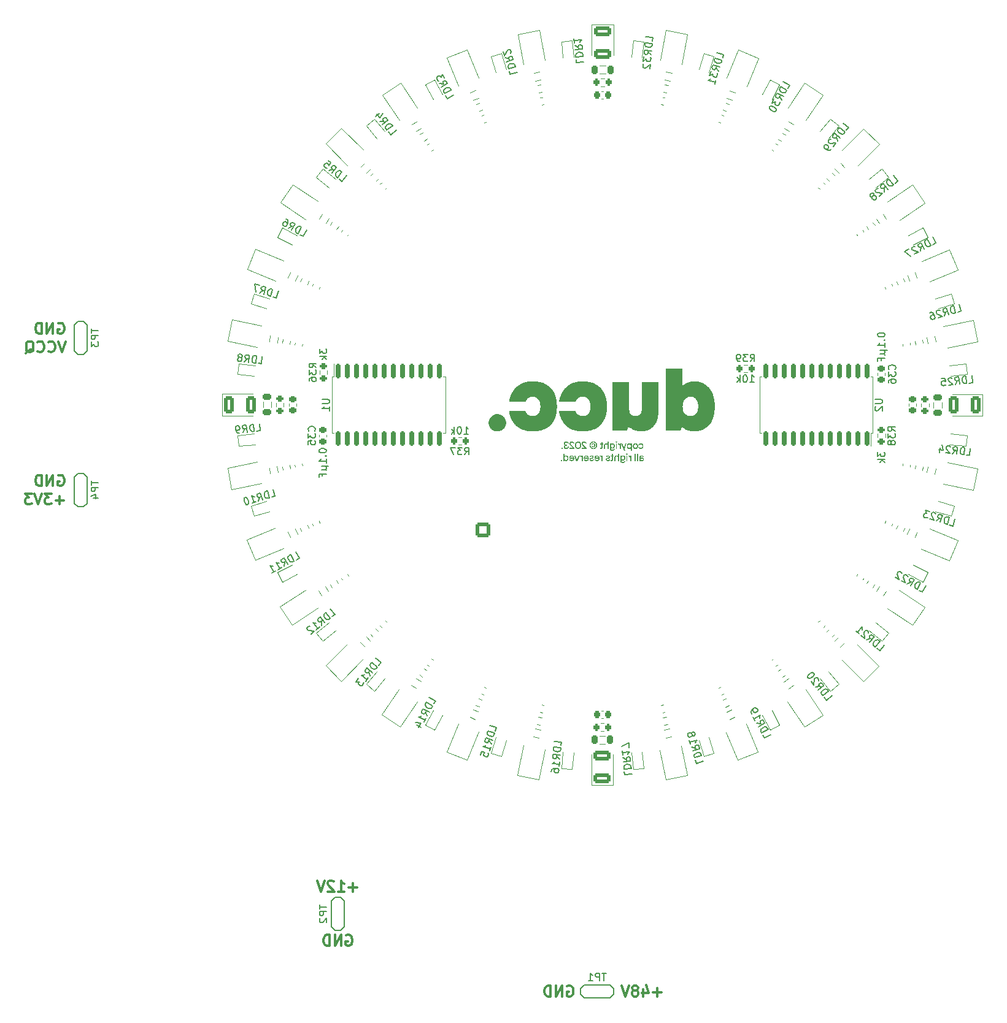
<source format=gbo>
G04 #@! TF.GenerationSoftware,KiCad,Pcbnew,7.0.9*
G04 #@! TF.CreationDate,2023-12-19T12:28:11+08:00*
G04 #@! TF.ProjectId,layer1,6c617965-7231-42e6-9b69-6361645f7063,rev?*
G04 #@! TF.SameCoordinates,Original*
G04 #@! TF.FileFunction,Legend,Bot*
G04 #@! TF.FilePolarity,Positive*
%FSLAX46Y46*%
G04 Gerber Fmt 4.6, Leading zero omitted, Abs format (unit mm)*
G04 Created by KiCad (PCBNEW 7.0.9) date 2023-12-19 12:28:11*
%MOMM*%
%LPD*%
G01*
G04 APERTURE LIST*
G04 Aperture macros list*
%AMRoundRect*
0 Rectangle with rounded corners*
0 $1 Rounding radius*
0 $2 $3 $4 $5 $6 $7 $8 $9 X,Y pos of 4 corners*
0 Add a 4 corners polygon primitive as box body*
4,1,4,$2,$3,$4,$5,$6,$7,$8,$9,$2,$3,0*
0 Add four circle primitives for the rounded corners*
1,1,$1+$1,$2,$3*
1,1,$1+$1,$4,$5*
1,1,$1+$1,$6,$7*
1,1,$1+$1,$8,$9*
0 Add four rect primitives between the rounded corners*
20,1,$1+$1,$2,$3,$4,$5,0*
20,1,$1+$1,$4,$5,$6,$7,0*
20,1,$1+$1,$6,$7,$8,$9,0*
20,1,$1+$1,$8,$9,$2,$3,0*%
G04 Aperture macros list end*
%ADD10C,0.300000*%
%ADD11C,0.250000*%
%ADD12C,0.150000*%
%ADD13C,0.120000*%
%ADD14R,2.400000X2.400000*%
%ADD15C,2.400000*%
%ADD16C,6.400000*%
%ADD17R,2.200000X2.200000*%
%ADD18O,2.200000X2.200000*%
%ADD19R,1.700000X1.700000*%
%ADD20O,1.700000X1.700000*%
%ADD21RoundRect,0.150000X0.600000X-0.600000X0.600000X0.600000X-0.600000X0.600000X-0.600000X-0.600000X0*%
%ADD22RoundRect,0.150000X-0.600000X0.600000X-0.600000X-0.600000X0.600000X-0.600000X0.600000X0.600000X0*%
%ADD23R,3.000000X3.000000*%
%ADD24C,3.000000*%
%ADD25R,1.905000X2.000000*%
%ADD26O,1.905000X2.000000*%
%ADD27RoundRect,0.250001X-0.799999X-0.799999X0.799999X-0.799999X0.799999X0.799999X-0.799999X0.799999X0*%
%ADD28O,2.400000X2.400000*%
%ADD29C,2.082800*%
%ADD30RoundRect,0.225000X0.325973X0.082864X-0.048188X0.332871X-0.325973X-0.082864X0.048188X-0.332871X0*%
%ADD31RoundRect,0.218750X-0.416600X0.140169X-0.331248X-0.288925X0.416600X-0.140169X0.331248X0.288925X0*%
%ADD32RoundRect,0.250000X0.735082X0.696732X-0.027118X1.012445X-0.735082X-0.696732X0.027118X-1.012445X0*%
%ADD33RoundRect,0.250000X0.585032X0.826752X-0.224115X0.987701X-0.585032X-0.826752X0.224115X-0.987701X0*%
%ADD34RoundRect,0.225000X-0.250000X0.225000X-0.250000X-0.225000X0.250000X-0.225000X0.250000X0.225000X0*%
%ADD35RoundRect,0.218750X0.435941X-0.056201X0.268517X0.347997X-0.435941X0.056201X-0.268517X-0.347997X0*%
%ADD36RoundRect,0.200000X-0.290014X-0.177530X0.079538X-0.330604X0.290014X0.177530X-0.079538X0.330604X0*%
%ADD37RoundRect,0.225000X-0.048188X-0.332871X0.325973X-0.082864X0.048188X0.332871X-0.325973X0.082864X0*%
%ADD38RoundRect,0.200000X-0.339768X0.013512X-0.117540X-0.319076X0.339768X-0.013512X0.117540X0.319076X0*%
%ADD39RoundRect,0.200000X-0.275000X0.200000X-0.275000X-0.200000X0.275000X-0.200000X0.275000X0.200000X0*%
%ADD40RoundRect,0.200000X0.200000X0.275000X-0.200000X0.275000X-0.200000X-0.275000X0.200000X-0.275000X0*%
%ADD41RoundRect,0.218750X-0.336857X0.006533X-0.059310X-0.331659X0.336857X-0.006533X0.059310X0.331659X0*%
%ADD42RoundRect,0.250000X-0.412500X-0.925000X0.412500X-0.925000X0.412500X0.925000X-0.412500X0.925000X0*%
%ADD43RoundRect,0.218750X-0.181716X0.283716X-0.308716X-0.134945X0.181716X-0.283716X0.308716X0.134945X0*%
%ADD44RoundRect,0.200000X-0.319076X-0.117540X0.013512X-0.339768X0.319076X0.117540X-0.013512X0.339768X0*%
%ADD45RoundRect,0.250000X-0.585032X-0.826752X0.224115X-0.987701X0.585032X0.826752X-0.224115X0.987701X0*%
%ADD46RoundRect,0.218750X0.393695X0.195467X0.029927X0.438529X-0.393695X-0.195467X-0.029927X-0.438529X0*%
%ADD47RoundRect,0.250000X0.945755X0.362392X0.362392X0.945755X-0.945755X-0.362392X-0.362392X-0.945755X0*%
%ADD48RoundRect,0.250000X0.362392X-0.945755X0.945755X-0.362392X-0.362392X0.945755X-0.945755X0.362392X0*%
%ADD49RoundRect,0.218750X0.006533X0.336857X-0.331659X0.059310X-0.006533X-0.336857X0.331659X-0.059310X0*%
%ADD50RoundRect,0.225000X-0.112202X-0.317074X0.303544X-0.144866X0.112202X0.317074X-0.303544X0.144866X0*%
%ADD51RoundRect,0.225000X-0.325973X-0.082864X0.048188X-0.332871X0.325973X0.082864X-0.048188X0.332871X0*%
%ADD52RoundRect,0.200000X0.142507X0.308734X-0.249807X0.230698X-0.142507X-0.308734X0.249807X-0.230698X0*%
%ADD53RoundRect,0.218750X-0.114905X0.424264X-0.424264X0.114905X0.114905X-0.424264X0.424264X-0.114905X0*%
%ADD54RoundRect,0.200000X0.330604X-0.079538X0.177530X0.290014X-0.330604X0.079538X-0.177530X-0.290014X0*%
%ADD55RoundRect,0.218750X0.029927X-0.438529X0.393695X-0.195467X-0.029927X0.438529X-0.393695X0.195467X0*%
%ADD56RoundRect,0.218750X0.288925X0.331248X-0.140169X0.416600X-0.288925X-0.331248X0.140169X-0.416600X0*%
%ADD57RoundRect,0.200000X-0.200000X-0.275000X0.200000X-0.275000X0.200000X0.275000X-0.200000X0.275000X0*%
%ADD58RoundRect,0.218750X-0.331659X-0.059310X0.006533X-0.336857X0.331659X0.059310X-0.006533X0.336857X0*%
%ADD59RoundRect,0.200000X-0.013512X-0.339768X0.319076X-0.117540X0.013512X0.339768X-0.319076X0.117540X0*%
%ADD60RoundRect,0.200000X-0.053033X0.335876X-0.335876X0.053033X0.053033X-0.335876X0.335876X-0.053033X0*%
%ADD61RoundRect,0.218750X0.347997X0.268517X-0.056201X0.435941X-0.347997X-0.268517X0.056201X-0.435941X0*%
%ADD62RoundRect,0.200000X-0.230698X0.249807X-0.308734X-0.142507X0.230698X-0.249807X0.308734X0.142507X0*%
%ADD63RoundRect,0.200000X-0.335876X-0.053033X-0.053033X-0.335876X0.335876X0.053033X0.053033X0.335876X0*%
%ADD64RoundRect,0.250000X0.412500X0.925000X-0.412500X0.925000X-0.412500X-0.925000X0.412500X-0.925000X0*%
%ADD65RoundRect,0.218750X0.313716X0.122874X-0.072125X0.329110X-0.313716X-0.122874X0.072125X-0.329110X0*%
%ADD66RoundRect,0.218750X0.336857X-0.006533X0.059310X0.331659X-0.336857X0.006533X-0.059310X-0.331659X0*%
%ADD67RoundRect,0.225000X-0.225000X-0.250000X0.225000X-0.250000X0.225000X0.250000X-0.225000X0.250000X0*%
%ADD68RoundRect,0.218750X-0.288925X-0.331248X0.140169X-0.416600X0.288925X0.331248X-0.140169X0.416600X0*%
%ADD69RoundRect,0.225000X0.303544X0.144866X-0.112202X0.317074X-0.303544X-0.144866X0.112202X-0.317074X0*%
%ADD70RoundRect,0.218750X0.424264X0.114905X0.114905X0.424264X-0.424264X-0.114905X-0.114905X-0.424264X0*%
%ADD71RoundRect,0.218750X-0.381250X0.218750X-0.381250X-0.218750X0.381250X-0.218750X0.381250X0.218750X0*%
%ADD72RoundRect,0.200000X0.290014X0.177530X-0.079538X0.330604X-0.290014X-0.177530X0.079538X-0.330604X0*%
%ADD73RoundRect,0.218750X0.276457X-0.192580X0.233575X0.242814X-0.276457X0.192580X-0.233575X-0.242814X0*%
%ADD74RoundRect,0.218750X0.381250X-0.218750X0.381250X0.218750X-0.381250X0.218750X-0.381250X-0.218750X0*%
%ADD75RoundRect,0.218750X-0.029927X0.438529X-0.393695X0.195467X0.029927X-0.438529X0.393695X-0.195467X0*%
%ADD76C,1.400000*%
%ADD77RoundRect,0.225000X0.225000X0.250000X-0.225000X0.250000X-0.225000X-0.250000X0.225000X-0.250000X0*%
%ADD78RoundRect,0.218750X0.438529X0.029927X0.195467X0.393695X-0.438529X-0.029927X-0.195467X-0.393695X0*%
%ADD79RoundRect,0.225000X-0.289092X0.171904X-0.201301X-0.269449X0.289092X-0.171904X0.201301X0.269449X0*%
%ADD80RoundRect,0.225000X0.048188X0.332871X-0.325973X0.082864X-0.048188X-0.332871X0.325973X-0.082864X0*%
%ADD81RoundRect,0.225000X-0.303544X-0.144866X0.112202X-0.317074X0.303544X0.144866X-0.112202X0.317074X0*%
%ADD82RoundRect,0.218750X0.195467X-0.393695X0.438529X-0.029927X-0.195467X0.393695X-0.438529X0.029927X0*%
%ADD83RoundRect,0.250000X-0.735082X-0.696732X0.027118X-1.012445X0.735082X0.696732X-0.027118X1.012445X0*%
%ADD84RoundRect,0.225000X0.250000X-0.225000X0.250000X0.225000X-0.250000X0.225000X-0.250000X-0.225000X0*%
%ADD85RoundRect,0.200000X-0.079538X-0.330604X0.290014X-0.177530X0.079538X0.330604X-0.290014X0.177530X0*%
%ADD86RoundRect,0.218750X0.308716X-0.134945X0.181716X0.283716X-0.308716X0.134945X-0.181716X-0.283716X0*%
%ADD87RoundRect,0.225000X-0.332871X0.048188X-0.082864X-0.325973X0.332871X-0.048188X0.082864X0.325973X0*%
%ADD88RoundRect,0.250000X-0.856884X-0.539937X-0.170921X-0.998282X0.856884X0.539937X0.170921X0.998282X0*%
%ADD89RoundRect,0.218750X-0.438529X-0.029927X-0.195467X-0.393695X0.438529X0.029927X0.195467X0.393695X0*%
%ADD90RoundRect,0.218750X-0.268517X0.347997X-0.435941X-0.056201X0.268517X-0.347997X0.435941X0.056201X0*%
%ADD91RoundRect,0.218750X-0.192580X-0.276457X0.242814X-0.233575X0.192580X0.276457X-0.242814X0.233575X0*%
%ADD92RoundRect,0.250000X-0.362392X0.945755X-0.945755X0.362392X0.362392X-0.945755X0.945755X-0.362392X0*%
%ADD93RoundRect,0.218750X0.329110X-0.072125X0.122874X0.313716X-0.329110X0.072125X-0.122874X-0.313716X0*%
%ADD94RoundRect,0.200000X-0.249807X-0.230698X0.142507X-0.308734X0.249807X0.230698X-0.142507X0.308734X0*%
%ADD95RoundRect,0.200000X0.013512X0.339768X-0.319076X0.117540X-0.013512X-0.339768X0.319076X-0.117540X0*%
%ADD96RoundRect,0.225000X0.289092X-0.171904X0.201301X0.269449X-0.289092X0.171904X-0.201301X-0.269449X0*%
%ADD97RoundRect,0.218750X-0.308716X0.134945X-0.181716X-0.283716X0.308716X-0.134945X0.181716X0.283716X0*%
%ADD98RoundRect,0.200000X0.053033X-0.335876X0.335876X-0.053033X-0.053033X0.335876X-0.335876X0.053033X0*%
%ADD99RoundRect,0.218750X0.181716X-0.283716X0.308716X0.134945X-0.181716X0.283716X-0.308716X-0.134945X0*%
%ADD100RoundRect,0.218750X0.416600X-0.140169X0.331248X0.288925X-0.416600X0.140169X-0.331248X-0.288925X0*%
%ADD101RoundRect,0.218750X0.072125X0.329110X-0.313716X0.122874X-0.072125X-0.329110X0.313716X-0.122874X0*%
%ADD102RoundRect,0.225000X0.082864X-0.325973X0.332871X0.048188X-0.082864X0.325973X-0.332871X-0.048188X0*%
%ADD103RoundRect,0.218750X0.140169X0.416600X-0.288925X0.331248X-0.140169X-0.416600X0.288925X-0.331248X0*%
%ADD104RoundRect,0.225000X-0.144866X0.303544X-0.317074X-0.112202X0.144866X-0.303544X0.317074X0.112202X0*%
%ADD105RoundRect,0.218750X-0.329110X0.072125X-0.122874X-0.313716X0.329110X-0.072125X0.122874X0.313716X0*%
%ADD106RoundRect,0.218750X0.114905X-0.424264X0.424264X-0.114905X-0.114905X0.424264X-0.424264X0.114905X0*%
%ADD107RoundRect,0.218750X-0.072125X-0.329110X0.313716X-0.122874X0.072125X0.329110X-0.313716X0.122874X0*%
%ADD108RoundRect,0.218750X-0.242814X-0.233575X0.192580X-0.276457X0.242814X0.233575X-0.192580X0.276457X0*%
%ADD109RoundRect,0.218750X0.056201X0.435941X-0.347997X0.268517X-0.056201X-0.435941X0.347997X-0.268517X0*%
%ADD110RoundRect,0.250000X-0.925000X0.412500X-0.925000X-0.412500X0.925000X-0.412500X0.925000X0.412500X0*%
%ADD111RoundRect,0.225000X0.201301X-0.269449X0.289092X0.171904X-0.201301X0.269449X-0.289092X-0.171904X0*%
%ADD112RoundRect,0.218750X-0.140169X-0.416600X0.288925X-0.331248X0.140169X0.416600X-0.288925X0.331248X0*%
%ADD113RoundRect,0.250000X-0.539937X0.856884X-0.998282X0.170921X0.539937X-0.856884X0.998282X-0.170921X0*%
%ADD114RoundRect,0.200000X0.117540X-0.319076X0.339768X0.013512X-0.117540X0.319076X-0.339768X-0.013512X0*%
%ADD115RoundRect,0.225000X0.171904X0.289092X-0.269449X0.201301X-0.171904X-0.289092X0.269449X-0.201301X0*%
%ADD116RoundRect,0.218750X0.192580X0.276457X-0.242814X0.233575X-0.192580X-0.276457X0.242814X-0.233575X0*%
%ADD117RoundRect,0.225000X0.017678X-0.335876X0.335876X-0.017678X-0.017678X0.335876X-0.335876X0.017678X0*%
%ADD118RoundRect,0.225000X-0.082864X0.325973X-0.332871X-0.048188X0.082864X-0.325973X0.332871X0.048188X0*%
%ADD119RoundRect,0.250000X-0.027118X-1.012445X0.735082X-0.696732X0.027118X1.012445X-0.735082X0.696732X0*%
%ADD120RoundRect,0.225000X-0.017678X0.335876X-0.335876X0.017678X0.017678X-0.335876X0.335876X-0.017678X0*%
%ADD121RoundRect,0.225000X-0.317074X0.112202X-0.144866X-0.303544X0.317074X-0.112202X0.144866X0.303544X0*%
%ADD122RoundRect,0.225000X0.112202X0.317074X-0.303544X0.144866X-0.112202X-0.317074X0.303544X-0.144866X0*%
%ADD123RoundRect,0.250000X0.224115X0.987701X-0.585032X0.826752X-0.224115X-0.987701X0.585032X-0.826752X0*%
%ADD124RoundRect,0.225000X-0.335876X-0.017678X-0.017678X-0.335876X0.335876X0.017678X0.017678X0.335876X0*%
%ADD125RoundRect,0.200000X-0.330604X0.079538X-0.177530X-0.290014X0.330604X-0.079538X0.177530X0.290014X0*%
%ADD126RoundRect,0.250000X-0.987701X0.224115X-0.826752X-0.585032X0.987701X-0.224115X0.826752X0.585032X0*%
%ADD127RoundRect,0.200000X0.339768X-0.013512X0.117540X0.319076X-0.339768X0.013512X-0.117540X-0.319076X0*%
%ADD128RoundRect,0.225000X0.269449X0.201301X-0.171904X0.289092X-0.269449X-0.201301X0.171904X-0.289092X0*%
%ADD129RoundRect,0.218750X-0.331248X0.288925X-0.416600X-0.140169X0.331248X-0.288925X0.416600X0.140169X0*%
%ADD130RoundRect,0.250000X-0.998282X-0.170921X-0.539937X-0.856884X0.998282X0.170921X0.539937X0.856884X0*%
%ADD131RoundRect,0.200000X-0.117540X0.319076X-0.339768X-0.013512X0.117540X-0.319076X0.339768X0.013512X0*%
%ADD132RoundRect,0.218750X-0.393695X-0.195467X-0.029927X-0.438529X0.393695X0.195467X0.029927X0.438529X0*%
%ADD133RoundRect,0.218750X0.283716X0.181716X-0.134945X0.308716X-0.283716X-0.181716X0.134945X-0.308716X0*%
%ADD134RoundRect,0.200000X-0.308734X0.142507X-0.230698X-0.249807X0.308734X-0.142507X0.230698X0.249807X0*%
%ADD135RoundRect,0.200000X0.177530X-0.290014X0.330604X0.079538X-0.177530X0.290014X-0.330604X-0.079538X0*%
%ADD136RoundRect,0.225000X-0.171904X-0.289092X0.269449X-0.201301X0.171904X0.289092X-0.269449X0.201301X0*%
%ADD137RoundRect,0.200000X0.230698X-0.249807X0.308734X0.142507X-0.230698X0.249807X-0.308734X-0.142507X0*%
%ADD138RoundRect,0.218750X0.233575X-0.242814X0.276457X0.192580X-0.233575X0.242814X-0.276457X-0.192580X0*%
%ADD139RoundRect,0.200000X-0.177530X0.290014X-0.330604X-0.079538X0.177530X-0.290014X0.330604X0.079538X0*%
%ADD140RoundRect,0.218750X-0.313716X-0.122874X0.072125X-0.329110X0.313716X0.122874X-0.072125X0.329110X0*%
%ADD141RoundRect,0.218750X-0.122874X0.313716X-0.329110X-0.072125X0.122874X-0.313716X0.329110X0.072125X0*%
%ADD142RoundRect,0.218750X-0.347997X-0.268517X0.056201X-0.435941X0.347997X0.268517X-0.056201X0.435941X0*%
%ADD143RoundRect,0.218750X-0.195467X0.393695X-0.438529X0.029927X0.195467X-0.393695X0.438529X-0.029927X0*%
%ADD144RoundRect,0.218750X0.134945X0.308716X-0.283716X0.181716X-0.134945X-0.308716X0.283716X-0.181716X0*%
%ADD145RoundRect,0.225000X0.317074X-0.112202X0.144866X0.303544X-0.317074X0.112202X-0.144866X-0.303544X0*%
%ADD146RoundRect,0.218750X0.268517X-0.347997X0.435941X0.056201X-0.268517X0.347997X-0.435941X-0.056201X0*%
%ADD147RoundRect,0.250000X-0.696732X0.735082X-1.012445X-0.027118X0.696732X-0.735082X1.012445X0.027118X0*%
%ADD148RoundRect,0.225000X0.335876X0.017678X0.017678X0.335876X-0.335876X-0.017678X-0.017678X-0.335876X0*%
%ADD149RoundRect,0.250000X-0.826752X0.585032X-0.987701X-0.224115X0.826752X-0.585032X0.987701X0.224115X0*%
%ADD150RoundRect,0.218750X-0.006533X-0.336857X0.331659X-0.059310X0.006533X0.336857X-0.331659X0.059310X0*%
%ADD151RoundRect,0.200000X-0.142507X-0.308734X0.249807X-0.230698X0.142507X0.308734X-0.249807X0.230698X0*%
%ADD152RoundRect,0.250000X0.998282X0.170921X0.539937X0.856884X-0.998282X-0.170921X-0.539937X-0.856884X0*%
%ADD153RoundRect,0.218750X-0.056201X-0.435941X0.347997X-0.268517X0.056201X0.435941X-0.347997X0.268517X0*%
%ADD154RoundRect,0.218750X-0.435941X0.056201X-0.268517X-0.347997X0.435941X-0.056201X0.268517X0.347997X0*%
%ADD155RoundRect,0.218750X0.331248X-0.288925X0.416600X0.140169X-0.331248X0.288925X-0.416600X-0.140169X0*%
%ADD156RoundRect,0.200000X0.249807X0.230698X-0.142507X0.308734X-0.249807X-0.230698X0.142507X-0.308734X0*%
%ADD157RoundRect,0.200000X0.319076X0.117540X-0.013512X0.339768X-0.319076X-0.117540X0.013512X-0.339768X0*%
%ADD158RoundRect,0.250000X-0.224115X-0.987701X0.585032X-0.826752X0.224115X0.987701X-0.585032X0.826752X0*%
%ADD159RoundRect,0.250000X0.826752X-0.585032X0.987701X0.224115X-0.826752X0.585032X-0.987701X-0.224115X0*%
%ADD160RoundRect,0.218750X-0.424264X-0.114905X-0.114905X-0.424264X0.424264X0.114905X0.114905X0.424264X0*%
%ADD161RoundRect,0.150000X-0.150000X0.875000X-0.150000X-0.875000X0.150000X-0.875000X0.150000X0.875000X0*%
%ADD162RoundRect,0.150000X0.150000X-0.875000X0.150000X0.875000X-0.150000X0.875000X-0.150000X-0.875000X0*%
%ADD163RoundRect,0.250000X0.856884X0.539937X0.170921X0.998282X-0.856884X-0.539937X-0.170921X-0.998282X0*%
%ADD164RoundRect,0.218750X0.242814X0.233575X-0.192580X0.276457X-0.242814X-0.233575X0.192580X-0.276457X0*%
%ADD165RoundRect,0.225000X-0.201301X0.269449X-0.289092X-0.171904X0.201301X-0.269449X0.289092X0.171904X0*%
%ADD166RoundRect,0.225000X0.332871X-0.048188X0.082864X0.325973X-0.332871X0.048188X-0.082864X-0.325973X0*%
%ADD167RoundRect,0.218750X-0.134945X-0.308716X0.283716X-0.181716X0.134945X0.308716X-0.283716X0.181716X0*%
%ADD168RoundRect,0.218750X-0.059310X0.331659X-0.336857X-0.006533X0.059310X-0.331659X0.336857X0.006533X0*%
%ADD169RoundRect,0.250000X0.027118X1.012445X-0.735082X0.696732X-0.027118X-1.012445X0.735082X-0.696732X0*%
%ADD170RoundRect,0.218750X0.122874X-0.313716X0.329110X0.072125X-0.122874X0.313716X-0.329110X-0.072125X0*%
%ADD171RoundRect,0.250000X-0.170921X0.998282X-0.856884X0.539937X0.170921X-0.998282X0.856884X-0.539937X0*%
%ADD172RoundRect,0.218750X-0.233575X0.242814X-0.276457X-0.192580X0.233575X-0.242814X0.276457X0.192580X0*%
%ADD173RoundRect,0.218750X-0.276457X0.192580X-0.233575X-0.242814X0.276457X-0.192580X0.233575X0.242814X0*%
%ADD174RoundRect,0.218750X0.218750X0.381250X-0.218750X0.381250X-0.218750X-0.381250X0.218750X-0.381250X0*%
%ADD175RoundRect,0.250000X0.696732X-0.735082X1.012445X0.027118X-0.696732X0.735082X-1.012445X-0.027118X0*%
%ADD176RoundRect,0.225000X0.144866X-0.303544X0.317074X0.112202X-0.144866X0.303544X-0.317074X-0.112202X0*%
%ADD177RoundRect,0.200000X0.335876X0.053033X0.053033X0.335876X-0.335876X-0.053033X-0.053033X-0.335876X0*%
%ADD178RoundRect,0.250000X1.012445X-0.027118X0.696732X0.735082X-1.012445X0.027118X-0.696732X-0.735082X0*%
%ADD179RoundRect,0.250000X0.539937X-0.856884X0.998282X-0.170921X-0.539937X0.856884X-0.998282X0.170921X0*%
%ADD180RoundRect,0.200000X0.079538X0.330604X-0.290014X0.177530X-0.079538X-0.330604X0.290014X-0.177530X0*%
%ADD181RoundRect,0.200000X0.275000X-0.200000X0.275000X0.200000X-0.275000X0.200000X-0.275000X-0.200000X0*%
%ADD182RoundRect,0.250000X0.925000X-0.412500X0.925000X0.412500X-0.925000X0.412500X-0.925000X-0.412500X0*%
%ADD183RoundRect,0.218750X0.331659X0.059310X-0.006533X0.336857X-0.331659X-0.059310X0.006533X-0.336857X0*%
%ADD184RoundRect,0.225000X-0.269449X-0.201301X0.171904X-0.289092X0.269449X0.201301X-0.171904X0.289092X0*%
%ADD185RoundRect,0.218750X-0.218750X-0.381250X0.218750X-0.381250X0.218750X0.381250X-0.218750X0.381250X0*%
%ADD186RoundRect,0.218750X-0.283716X-0.181716X0.134945X-0.308716X0.283716X0.181716X-0.134945X0.308716X0*%
%ADD187RoundRect,0.200000X0.308734X-0.142507X0.230698X0.249807X-0.308734X0.142507X-0.230698X-0.249807X0*%
%ADD188RoundRect,0.218750X0.059310X-0.331659X0.336857X0.006533X-0.059310X0.331659X-0.336857X-0.006533X0*%
%ADD189RoundRect,0.250000X-1.012445X0.027118X-0.696732X-0.735082X1.012445X-0.027118X0.696732X0.735082X0*%
%ADD190RoundRect,0.250000X0.987701X-0.224115X0.826752X0.585032X-0.987701X0.224115X-0.826752X-0.585032X0*%
%ADD191RoundRect,0.250000X-0.945755X-0.362392X-0.362392X-0.945755X0.945755X0.362392X0.362392X0.945755X0*%
%ADD192RoundRect,0.250000X0.170921X-0.998282X0.856884X-0.539937X-0.170921X0.998282X-0.856884X0.539937X0*%
G04 APERTURE END LIST*
D10*
X30695489Y-118161900D02*
X29552632Y-118161900D01*
X30124060Y-118733328D02*
X30124060Y-117590471D01*
X28981203Y-117233328D02*
X28052631Y-117233328D01*
X28052631Y-117233328D02*
X28552631Y-117804757D01*
X28552631Y-117804757D02*
X28338346Y-117804757D01*
X28338346Y-117804757D02*
X28195489Y-117876185D01*
X28195489Y-117876185D02*
X28124060Y-117947614D01*
X28124060Y-117947614D02*
X28052631Y-118090471D01*
X28052631Y-118090471D02*
X28052631Y-118447614D01*
X28052631Y-118447614D02*
X28124060Y-118590471D01*
X28124060Y-118590471D02*
X28195489Y-118661900D01*
X28195489Y-118661900D02*
X28338346Y-118733328D01*
X28338346Y-118733328D02*
X28766917Y-118733328D01*
X28766917Y-118733328D02*
X28909774Y-118661900D01*
X28909774Y-118661900D02*
X28981203Y-118590471D01*
X27624060Y-117233328D02*
X27124060Y-118733328D01*
X27124060Y-118733328D02*
X26624060Y-117233328D01*
X26266918Y-117233328D02*
X25338346Y-117233328D01*
X25338346Y-117233328D02*
X25838346Y-117804757D01*
X25838346Y-117804757D02*
X25624061Y-117804757D01*
X25624061Y-117804757D02*
X25481204Y-117876185D01*
X25481204Y-117876185D02*
X25409775Y-117947614D01*
X25409775Y-117947614D02*
X25338346Y-118090471D01*
X25338346Y-118090471D02*
X25338346Y-118447614D01*
X25338346Y-118447614D02*
X25409775Y-118590471D01*
X25409775Y-118590471D02*
X25481204Y-118661900D01*
X25481204Y-118661900D02*
X25624061Y-118733328D01*
X25624061Y-118733328D02*
X26052632Y-118733328D01*
X26052632Y-118733328D02*
X26195489Y-118661900D01*
X26195489Y-118661900D02*
X26266918Y-118590471D01*
X29909774Y-114764757D02*
X30052632Y-114693328D01*
X30052632Y-114693328D02*
X30266917Y-114693328D01*
X30266917Y-114693328D02*
X30481203Y-114764757D01*
X30481203Y-114764757D02*
X30624060Y-114907614D01*
X30624060Y-114907614D02*
X30695489Y-115050471D01*
X30695489Y-115050471D02*
X30766917Y-115336185D01*
X30766917Y-115336185D02*
X30766917Y-115550471D01*
X30766917Y-115550471D02*
X30695489Y-115836185D01*
X30695489Y-115836185D02*
X30624060Y-115979042D01*
X30624060Y-115979042D02*
X30481203Y-116121900D01*
X30481203Y-116121900D02*
X30266917Y-116193328D01*
X30266917Y-116193328D02*
X30124060Y-116193328D01*
X30124060Y-116193328D02*
X29909774Y-116121900D01*
X29909774Y-116121900D02*
X29838346Y-116050471D01*
X29838346Y-116050471D02*
X29838346Y-115550471D01*
X29838346Y-115550471D02*
X30124060Y-115550471D01*
X29195489Y-116193328D02*
X29195489Y-114693328D01*
X29195489Y-114693328D02*
X28338346Y-116193328D01*
X28338346Y-116193328D02*
X28338346Y-114693328D01*
X27624060Y-116193328D02*
X27624060Y-114693328D01*
X27624060Y-114693328D02*
X27266917Y-114693328D01*
X27266917Y-114693328D02*
X27052631Y-114764757D01*
X27052631Y-114764757D02*
X26909774Y-114907614D01*
X26909774Y-114907614D02*
X26838345Y-115050471D01*
X26838345Y-115050471D02*
X26766917Y-115336185D01*
X26766917Y-115336185D02*
X26766917Y-115550471D01*
X26766917Y-115550471D02*
X26838345Y-115836185D01*
X26838345Y-115836185D02*
X26909774Y-115979042D01*
X26909774Y-115979042D02*
X27052631Y-116121900D01*
X27052631Y-116121900D02*
X27266917Y-116193328D01*
X27266917Y-116193328D02*
X27624060Y-116193328D01*
X113142856Y-186106900D02*
X111999999Y-186106900D01*
X112571427Y-186678328D02*
X112571427Y-185535471D01*
X110642856Y-185678328D02*
X110642856Y-186678328D01*
X110999998Y-185106900D02*
X111357141Y-186178328D01*
X111357141Y-186178328D02*
X110428570Y-186178328D01*
X109642856Y-185821185D02*
X109785713Y-185749757D01*
X109785713Y-185749757D02*
X109857142Y-185678328D01*
X109857142Y-185678328D02*
X109928570Y-185535471D01*
X109928570Y-185535471D02*
X109928570Y-185464042D01*
X109928570Y-185464042D02*
X109857142Y-185321185D01*
X109857142Y-185321185D02*
X109785713Y-185249757D01*
X109785713Y-185249757D02*
X109642856Y-185178328D01*
X109642856Y-185178328D02*
X109357142Y-185178328D01*
X109357142Y-185178328D02*
X109214285Y-185249757D01*
X109214285Y-185249757D02*
X109142856Y-185321185D01*
X109142856Y-185321185D02*
X109071427Y-185464042D01*
X109071427Y-185464042D02*
X109071427Y-185535471D01*
X109071427Y-185535471D02*
X109142856Y-185678328D01*
X109142856Y-185678328D02*
X109214285Y-185749757D01*
X109214285Y-185749757D02*
X109357142Y-185821185D01*
X109357142Y-185821185D02*
X109642856Y-185821185D01*
X109642856Y-185821185D02*
X109785713Y-185892614D01*
X109785713Y-185892614D02*
X109857142Y-185964042D01*
X109857142Y-185964042D02*
X109928570Y-186106900D01*
X109928570Y-186106900D02*
X109928570Y-186392614D01*
X109928570Y-186392614D02*
X109857142Y-186535471D01*
X109857142Y-186535471D02*
X109785713Y-186606900D01*
X109785713Y-186606900D02*
X109642856Y-186678328D01*
X109642856Y-186678328D02*
X109357142Y-186678328D01*
X109357142Y-186678328D02*
X109214285Y-186606900D01*
X109214285Y-186606900D02*
X109142856Y-186535471D01*
X109142856Y-186535471D02*
X109071427Y-186392614D01*
X109071427Y-186392614D02*
X109071427Y-186106900D01*
X109071427Y-186106900D02*
X109142856Y-185964042D01*
X109142856Y-185964042D02*
X109214285Y-185892614D01*
X109214285Y-185892614D02*
X109357142Y-185821185D01*
X108642856Y-185178328D02*
X108142856Y-186678328D01*
X108142856Y-186678328D02*
X107642856Y-185178328D01*
G36*
X116063444Y-102377191D02*
G01*
X116066638Y-102373672D01*
X116135537Y-102304773D01*
X116210016Y-102239117D01*
X116290074Y-102176706D01*
X116375712Y-102117538D01*
X116466929Y-102061614D01*
X116563726Y-102008934D01*
X116639984Y-101971552D01*
X116719382Y-101935996D01*
X116773254Y-101913621D01*
X116854640Y-101882766D01*
X116936720Y-101855159D01*
X117019493Y-101830800D01*
X117102959Y-101809688D01*
X117187119Y-101791825D01*
X117271972Y-101777209D01*
X117357518Y-101765842D01*
X117443758Y-101757722D01*
X117530691Y-101752850D01*
X117618317Y-101751226D01*
X117781491Y-101754713D01*
X117940399Y-101765175D01*
X118095042Y-101782610D01*
X118245419Y-101807020D01*
X118391530Y-101838404D01*
X118533375Y-101876763D01*
X118670955Y-101922096D01*
X118804269Y-101974403D01*
X118933318Y-102033684D01*
X119058100Y-102099940D01*
X119178618Y-102173170D01*
X119294869Y-102253374D01*
X119406855Y-102340552D01*
X119514575Y-102434705D01*
X119618030Y-102535832D01*
X119717218Y-102643934D01*
X119764988Y-102700360D01*
X119855978Y-102817788D01*
X119940902Y-102941314D01*
X120019760Y-103070938D01*
X120092552Y-103206660D01*
X120159278Y-103348482D01*
X120219938Y-103496401D01*
X120274532Y-103650419D01*
X120299554Y-103729715D01*
X120323060Y-103810536D01*
X120345049Y-103892881D01*
X120365522Y-103976751D01*
X120384478Y-104062145D01*
X120401918Y-104149064D01*
X120417841Y-104237507D01*
X120432248Y-104327476D01*
X120445138Y-104418968D01*
X120456512Y-104511986D01*
X120466369Y-104606528D01*
X120474710Y-104702594D01*
X120481534Y-104800186D01*
X120486842Y-104899302D01*
X120490633Y-104999942D01*
X120492908Y-105102107D01*
X120493666Y-105205797D01*
X120492908Y-105309488D01*
X120490633Y-105411660D01*
X120486842Y-105512310D01*
X120481534Y-105611440D01*
X120474710Y-105709050D01*
X120466369Y-105805139D01*
X120456512Y-105899707D01*
X120445138Y-105992755D01*
X120432248Y-106084282D01*
X120417841Y-106174289D01*
X120401918Y-106262775D01*
X120384478Y-106349741D01*
X120365522Y-106435186D01*
X120345049Y-106519110D01*
X120323060Y-106601514D01*
X120299554Y-106682397D01*
X120247993Y-106839603D01*
X120190366Y-106990725D01*
X120126673Y-107135766D01*
X120056914Y-107274725D01*
X119981089Y-107407601D01*
X119899198Y-107534395D01*
X119811241Y-107655107D01*
X119717218Y-107769736D01*
X119618030Y-107877586D01*
X119514575Y-107978478D01*
X119406855Y-108072412D01*
X119294869Y-108159387D01*
X119178618Y-108239405D01*
X119058100Y-108312465D01*
X118933318Y-108378566D01*
X118804269Y-108437710D01*
X118670955Y-108489895D01*
X118533375Y-108535123D01*
X118391530Y-108573392D01*
X118245419Y-108604703D01*
X118095042Y-108629056D01*
X117940399Y-108646451D01*
X117781491Y-108656889D01*
X117618317Y-108660368D01*
X117485855Y-108657513D01*
X117357317Y-108648949D01*
X117232705Y-108634676D01*
X117112017Y-108614694D01*
X116995255Y-108589003D01*
X116882418Y-108557602D01*
X116773505Y-108520493D01*
X116668518Y-108477674D01*
X116567456Y-108429146D01*
X116470319Y-108374909D01*
X116377107Y-108314962D01*
X116287820Y-108249307D01*
X116202458Y-108177942D01*
X116121021Y-108100868D01*
X116043509Y-108018085D01*
X115986725Y-107949799D01*
X115814218Y-108527500D01*
X113783827Y-108527500D01*
X113783827Y-105205797D01*
X116069574Y-105205797D01*
X116070725Y-105285814D01*
X116076771Y-105401310D01*
X116087999Y-105511367D01*
X116104408Y-105615988D01*
X116126000Y-105715170D01*
X116152774Y-105808916D01*
X116184730Y-105897223D01*
X116221868Y-105980094D01*
X116264188Y-106057526D01*
X116311691Y-106129522D01*
X116364375Y-106196079D01*
X116420921Y-106256555D01*
X116501482Y-106327936D01*
X116587947Y-106388742D01*
X116680316Y-106438973D01*
X116778588Y-106478629D01*
X116882764Y-106507710D01*
X116964771Y-106522581D01*
X117050098Y-106531504D01*
X117138747Y-106534478D01*
X117198466Y-106533156D01*
X117285247Y-106526216D01*
X117368671Y-106513328D01*
X117474680Y-106486891D01*
X117574720Y-106449878D01*
X117668792Y-106402291D01*
X117756895Y-106344129D01*
X117839029Y-106275392D01*
X117915195Y-106196079D01*
X117950642Y-106152312D01*
X117999525Y-106082129D01*
X118043262Y-106006509D01*
X118081854Y-105925451D01*
X118115300Y-105838956D01*
X118143600Y-105747023D01*
X118166755Y-105649653D01*
X118184765Y-105546845D01*
X118197629Y-105438600D01*
X118205347Y-105324917D01*
X118207920Y-105205797D01*
X118206776Y-105125787D01*
X118200773Y-105010335D01*
X118189624Y-104900356D01*
X118173330Y-104795851D01*
X118151890Y-104696820D01*
X118125305Y-104603264D01*
X118093574Y-104515181D01*
X118056697Y-104432572D01*
X118014675Y-104355438D01*
X117967508Y-104283777D01*
X117915195Y-104217590D01*
X117858630Y-104156744D01*
X117777988Y-104084925D01*
X117691377Y-104023746D01*
X117598798Y-103973207D01*
X117500249Y-103933307D01*
X117395733Y-103904048D01*
X117313428Y-103889085D01*
X117227766Y-103880108D01*
X117138747Y-103877116D01*
X117050098Y-103880108D01*
X116964771Y-103889085D01*
X116882764Y-103904048D01*
X116778588Y-103933307D01*
X116680316Y-103973207D01*
X116587947Y-104023746D01*
X116501482Y-104084925D01*
X116420921Y-104156744D01*
X116364375Y-104217590D01*
X116328676Y-104261106D01*
X116279447Y-104330943D01*
X116235399Y-104406253D01*
X116196534Y-104487037D01*
X116162850Y-104573295D01*
X116134349Y-104665027D01*
X116111030Y-104762233D01*
X116092893Y-104864913D01*
X116079938Y-104973067D01*
X116072165Y-105086695D01*
X116069574Y-105205797D01*
X113783827Y-105205797D01*
X113783827Y-100023941D01*
X116069574Y-100023941D01*
X116063444Y-102377191D01*
G37*
G36*
X110360397Y-108660368D02*
G01*
X110468210Y-108658014D01*
X110575221Y-108650952D01*
X110681429Y-108639183D01*
X110786834Y-108622707D01*
X110891436Y-108601522D01*
X110995235Y-108575630D01*
X111098231Y-108545030D01*
X111200425Y-108509723D01*
X111301815Y-108469708D01*
X111402403Y-108424986D01*
X111469015Y-108392555D01*
X111566708Y-108339403D01*
X111661262Y-108280375D01*
X111752678Y-108215472D01*
X111840955Y-108144693D01*
X111926094Y-108068039D01*
X112008095Y-107985509D01*
X112086957Y-107897104D01*
X112162680Y-107802823D01*
X112235265Y-107702667D01*
X112281912Y-107632633D01*
X112327164Y-107559987D01*
X112349267Y-107522684D01*
X112391501Y-107446170D01*
X112431012Y-107367142D01*
X112467797Y-107285600D01*
X112501857Y-107201543D01*
X112533193Y-107114973D01*
X112561804Y-107025889D01*
X112587690Y-106934291D01*
X112610851Y-106840178D01*
X112631287Y-106743552D01*
X112648998Y-106644412D01*
X112663985Y-106542758D01*
X112676247Y-106438590D01*
X112685784Y-106331908D01*
X112692596Y-106222711D01*
X112696683Y-106111001D01*
X112698045Y-105996777D01*
X112698045Y-101884094D01*
X110412299Y-101884094D01*
X110412299Y-105587793D01*
X110410255Y-105672293D01*
X110401172Y-105778999D01*
X110384823Y-105878894D01*
X110361208Y-105971976D01*
X110330327Y-106058246D01*
X110292179Y-106137704D01*
X110246765Y-106210350D01*
X110194085Y-106276184D01*
X110179779Y-106291578D01*
X110119022Y-106348508D01*
X110035686Y-106408996D01*
X109944138Y-106457623D01*
X109864988Y-106487985D01*
X109780583Y-106510757D01*
X109690923Y-106525938D01*
X109596008Y-106533529D01*
X109546580Y-106534478D01*
X109449135Y-106530683D01*
X109357139Y-106519297D01*
X109270593Y-106500320D01*
X109189497Y-106473753D01*
X109095790Y-106429870D01*
X109010598Y-106374126D01*
X108933922Y-106306522D01*
X108919608Y-106291578D01*
X108866085Y-106227447D01*
X108819698Y-106156504D01*
X108780447Y-106078749D01*
X108748333Y-105994182D01*
X108723356Y-105902803D01*
X108705514Y-105804612D01*
X108694810Y-105699608D01*
X108691464Y-105616385D01*
X108691241Y-105587793D01*
X108691241Y-101884094D01*
X106407571Y-101884094D01*
X106407571Y-108527500D01*
X108435886Y-108527500D01*
X108616503Y-107929593D01*
X108595742Y-107929593D01*
X108682678Y-108018085D01*
X108772727Y-108100868D01*
X108865890Y-108177942D01*
X108962168Y-108249307D01*
X109061559Y-108314962D01*
X109164065Y-108374909D01*
X109269685Y-108429146D01*
X109378419Y-108477674D01*
X109490267Y-108520493D01*
X109605229Y-108557602D01*
X109723305Y-108589003D01*
X109844495Y-108614694D01*
X109968799Y-108634676D01*
X110096218Y-108648949D01*
X110226750Y-108657513D01*
X110360397Y-108660368D01*
G37*
G36*
X102265823Y-108660368D02*
G01*
X102365664Y-108659492D01*
X102464071Y-108656864D01*
X102561041Y-108652485D01*
X102656577Y-108646354D01*
X102750677Y-108638472D01*
X102843342Y-108628837D01*
X102934571Y-108617451D01*
X103024365Y-108604314D01*
X103112723Y-108589425D01*
X103199646Y-108572784D01*
X103285134Y-108554391D01*
X103369186Y-108534247D01*
X103451803Y-108512351D01*
X103532984Y-108488703D01*
X103612730Y-108463304D01*
X103767916Y-108407250D01*
X103917360Y-108344190D01*
X104061063Y-108274122D01*
X104199024Y-108197048D01*
X104331243Y-108112968D01*
X104457721Y-108021881D01*
X104578457Y-107923787D01*
X104693451Y-107818686D01*
X104748795Y-107763508D01*
X104854383Y-107648416D01*
X104953158Y-107527356D01*
X105045121Y-107400326D01*
X105130272Y-107267329D01*
X105208611Y-107128362D01*
X105280138Y-106983427D01*
X105344853Y-106832523D01*
X105374656Y-106754833D01*
X105402756Y-106675650D01*
X105429153Y-106594976D01*
X105453846Y-106512809D01*
X105476837Y-106429150D01*
X105498125Y-106343999D01*
X105517710Y-106257356D01*
X105535591Y-106169220D01*
X105551770Y-106079593D01*
X105566246Y-105988473D01*
X105579018Y-105895861D01*
X105590088Y-105801757D01*
X105599455Y-105706161D01*
X105607118Y-105609072D01*
X105613079Y-105510492D01*
X105617336Y-105410419D01*
X105619891Y-105308854D01*
X105620742Y-105205797D01*
X105619891Y-105102740D01*
X105617336Y-105001175D01*
X105613079Y-104901102D01*
X105607118Y-104802521D01*
X105599455Y-104705433D01*
X105590088Y-104609837D01*
X105579018Y-104515733D01*
X105566246Y-104423121D01*
X105551770Y-104332001D01*
X105535591Y-104242373D01*
X105517710Y-104154238D01*
X105498125Y-104067595D01*
X105476837Y-103982444D01*
X105453846Y-103898785D01*
X105429153Y-103816618D01*
X105402756Y-103735943D01*
X105374656Y-103656761D01*
X105344853Y-103579071D01*
X105280138Y-103428167D01*
X105208611Y-103283232D01*
X105130272Y-103144265D01*
X105045121Y-103011267D01*
X104953158Y-102884238D01*
X104854383Y-102763177D01*
X104748795Y-102648086D01*
X104636672Y-102539482D01*
X104518807Y-102437884D01*
X104395200Y-102343294D01*
X104265851Y-102255710D01*
X104130761Y-102175132D01*
X103989929Y-102101562D01*
X103843356Y-102034998D01*
X103691041Y-101975441D01*
X103532984Y-101922891D01*
X103451803Y-101899243D01*
X103369186Y-101877347D01*
X103285134Y-101857203D01*
X103199646Y-101838810D01*
X103112723Y-101822169D01*
X103024365Y-101807280D01*
X102934571Y-101794142D01*
X102843342Y-101782756D01*
X102750677Y-101773122D01*
X102656577Y-101765239D01*
X102561041Y-101759109D01*
X102464071Y-101754729D01*
X102365664Y-101752102D01*
X102265823Y-101751226D01*
X102139167Y-101752807D01*
X102015073Y-101757551D01*
X101893542Y-101765458D01*
X101774574Y-101776528D01*
X101658168Y-101790760D01*
X101544326Y-101808156D01*
X101433045Y-101828713D01*
X101324328Y-101852434D01*
X101218173Y-101879317D01*
X101114580Y-101909364D01*
X101013551Y-101942573D01*
X100915083Y-101978944D01*
X100819179Y-102018479D01*
X100725837Y-102061176D01*
X100635058Y-102107036D01*
X100546842Y-102156058D01*
X100461212Y-102207482D01*
X100378194Y-102260543D01*
X100297787Y-102315242D01*
X100219991Y-102371580D01*
X100144807Y-102429556D01*
X100072234Y-102489169D01*
X100002272Y-102550421D01*
X99934922Y-102613312D01*
X99870182Y-102677840D01*
X99808055Y-102744006D01*
X99748538Y-102811811D01*
X99691633Y-102881254D01*
X99637339Y-102952335D01*
X99585656Y-103025054D01*
X99536585Y-103099411D01*
X99490125Y-103175406D01*
X99445960Y-103252756D01*
X99403774Y-103331176D01*
X99363566Y-103410666D01*
X99325337Y-103491227D01*
X99289087Y-103572859D01*
X99254816Y-103655561D01*
X99222523Y-103739333D01*
X99192210Y-103824176D01*
X99163875Y-103910089D01*
X99137518Y-103997073D01*
X99113141Y-104085128D01*
X99090742Y-104174252D01*
X99070322Y-104264448D01*
X99051881Y-104355713D01*
X99035418Y-104448050D01*
X99020934Y-104541456D01*
X101294225Y-104541456D01*
X101333897Y-104456792D01*
X101376099Y-104378226D01*
X101420832Y-104305758D01*
X101480306Y-104223749D01*
X101543734Y-104151270D01*
X101611114Y-104088319D01*
X101682449Y-104034897D01*
X101760017Y-103989442D01*
X101846101Y-103951692D01*
X101940700Y-103921646D01*
X102022510Y-103903156D01*
X102109769Y-103889596D01*
X102202478Y-103880968D01*
X102300637Y-103877270D01*
X102326029Y-103877116D01*
X102432686Y-103882436D01*
X102534673Y-103898395D01*
X102631989Y-103924995D01*
X102724633Y-103962234D01*
X102812606Y-104010114D01*
X102895908Y-104068633D01*
X102974539Y-104137792D01*
X103048499Y-104217590D01*
X103099699Y-104283777D01*
X103145863Y-104355438D01*
X103186991Y-104432572D01*
X103223083Y-104515181D01*
X103254139Y-104603264D01*
X103280158Y-104696820D01*
X103301142Y-104795851D01*
X103317090Y-104900356D01*
X103328001Y-105010335D01*
X103333877Y-105125787D01*
X103334996Y-105205797D01*
X103332478Y-105324917D01*
X103324924Y-105438600D01*
X103312333Y-105546845D01*
X103294707Y-105649653D01*
X103272045Y-105747023D01*
X103244346Y-105838956D01*
X103211612Y-105925451D01*
X103173841Y-106006509D01*
X103131035Y-106082129D01*
X103083192Y-106152312D01*
X103048499Y-106196079D01*
X102974539Y-106275392D01*
X102895908Y-106344129D01*
X102812606Y-106402291D01*
X102724633Y-106449878D01*
X102631989Y-106486891D01*
X102534673Y-106513328D01*
X102432686Y-106529190D01*
X102326029Y-106534478D01*
X102226507Y-106532045D01*
X102132436Y-106524746D01*
X102043814Y-106512582D01*
X101960641Y-106495552D01*
X101864339Y-106467421D01*
X101776553Y-106431688D01*
X101697281Y-106388353D01*
X101682449Y-106378773D01*
X101611114Y-106324753D01*
X101543734Y-106261305D01*
X101480306Y-106188430D01*
X101420832Y-106106127D01*
X101376099Y-106033498D01*
X101333897Y-105954834D01*
X101294225Y-105870137D01*
X99020934Y-105870137D01*
X99035418Y-105963544D01*
X99051881Y-106055880D01*
X99070322Y-106147146D01*
X99090742Y-106237341D01*
X99113141Y-106326466D01*
X99137518Y-106414520D01*
X99163875Y-106501504D01*
X99192210Y-106587418D01*
X99222523Y-106672260D01*
X99254816Y-106756033D01*
X99289087Y-106838735D01*
X99325337Y-106920366D01*
X99363566Y-107000927D01*
X99403774Y-107080418D01*
X99445960Y-107158838D01*
X99490125Y-107236188D01*
X99536585Y-107312183D01*
X99585656Y-107386540D01*
X99637339Y-107459259D01*
X99691633Y-107530340D01*
X99748538Y-107599783D01*
X99808055Y-107667587D01*
X99870182Y-107733754D01*
X99934922Y-107798282D01*
X100002272Y-107861172D01*
X100072234Y-107922424D01*
X100144807Y-107982038D01*
X100219991Y-108040014D01*
X100297787Y-108096351D01*
X100378194Y-108151051D01*
X100461212Y-108204112D01*
X100546842Y-108255535D01*
X100635058Y-108304558D01*
X100725837Y-108350418D01*
X100819179Y-108393115D01*
X100915083Y-108432649D01*
X101013551Y-108469021D01*
X101114580Y-108502230D01*
X101218173Y-108532276D01*
X101324328Y-108559159D01*
X101433045Y-108582880D01*
X101544326Y-108603438D01*
X101658168Y-108620833D01*
X101774574Y-108635066D01*
X101893542Y-108646135D01*
X102015073Y-108654042D01*
X102139167Y-108658786D01*
X102265823Y-108660368D01*
G37*
G36*
X95364985Y-108660368D02*
G01*
X95464827Y-108659492D01*
X95563233Y-108656864D01*
X95660204Y-108652485D01*
X95755740Y-108646354D01*
X95849840Y-108638472D01*
X95942504Y-108628837D01*
X96033733Y-108617451D01*
X96123527Y-108604314D01*
X96211886Y-108589425D01*
X96298809Y-108572784D01*
X96384296Y-108554391D01*
X96468349Y-108534247D01*
X96550965Y-108512351D01*
X96632147Y-108488703D01*
X96711893Y-108463304D01*
X96867079Y-108407250D01*
X97016523Y-108344190D01*
X97160225Y-108274122D01*
X97298186Y-108197048D01*
X97430406Y-108112968D01*
X97556883Y-108021881D01*
X97677619Y-107923787D01*
X97792614Y-107818686D01*
X97847958Y-107763508D01*
X97953545Y-107648416D01*
X98052321Y-107527356D01*
X98144284Y-107400326D01*
X98229435Y-107267329D01*
X98307774Y-107128362D01*
X98379301Y-106983427D01*
X98444016Y-106832523D01*
X98473818Y-106754833D01*
X98501918Y-106675650D01*
X98528315Y-106594976D01*
X98553009Y-106512809D01*
X98576000Y-106429150D01*
X98597288Y-106343999D01*
X98616872Y-106257356D01*
X98634754Y-106169220D01*
X98650933Y-106079593D01*
X98665408Y-105988473D01*
X98678181Y-105895861D01*
X98689251Y-105801757D01*
X98698617Y-105706161D01*
X98706281Y-105609072D01*
X98712241Y-105510492D01*
X98716499Y-105410419D01*
X98719054Y-105308854D01*
X98719905Y-105205797D01*
X98719054Y-105102740D01*
X98716499Y-105001175D01*
X98712241Y-104901102D01*
X98706281Y-104802521D01*
X98698617Y-104705433D01*
X98689251Y-104609837D01*
X98678181Y-104515733D01*
X98665408Y-104423121D01*
X98650933Y-104332001D01*
X98634754Y-104242373D01*
X98616872Y-104154238D01*
X98597288Y-104067595D01*
X98576000Y-103982444D01*
X98553009Y-103898785D01*
X98528315Y-103816618D01*
X98501918Y-103735943D01*
X98473818Y-103656761D01*
X98444016Y-103579071D01*
X98379301Y-103428167D01*
X98307774Y-103283232D01*
X98229435Y-103144265D01*
X98144284Y-103011267D01*
X98052321Y-102884238D01*
X97953545Y-102763177D01*
X97847958Y-102648086D01*
X97735834Y-102539482D01*
X97617969Y-102437884D01*
X97494362Y-102343294D01*
X97365014Y-102255710D01*
X97229924Y-102175132D01*
X97089092Y-102101562D01*
X96942518Y-102034998D01*
X96790203Y-101975441D01*
X96632147Y-101922891D01*
X96550965Y-101899243D01*
X96468349Y-101877347D01*
X96384296Y-101857203D01*
X96298809Y-101838810D01*
X96211886Y-101822169D01*
X96123527Y-101807280D01*
X96033733Y-101794142D01*
X95942504Y-101782756D01*
X95849840Y-101773122D01*
X95755740Y-101765239D01*
X95660204Y-101759109D01*
X95563233Y-101754729D01*
X95464827Y-101752102D01*
X95364985Y-101751226D01*
X95238329Y-101752807D01*
X95114236Y-101757551D01*
X94992705Y-101765458D01*
X94873737Y-101776528D01*
X94757331Y-101790760D01*
X94643488Y-101808156D01*
X94532208Y-101828713D01*
X94423490Y-101852434D01*
X94317335Y-101879317D01*
X94213743Y-101909364D01*
X94112713Y-101942573D01*
X94014246Y-101978944D01*
X93918342Y-102018479D01*
X93825000Y-102061176D01*
X93734221Y-102107036D01*
X93646004Y-102156058D01*
X93560375Y-102207482D01*
X93477356Y-102260543D01*
X93396949Y-102315242D01*
X93319154Y-102371580D01*
X93243969Y-102429556D01*
X93171396Y-102489169D01*
X93101435Y-102550421D01*
X93034084Y-102613312D01*
X92969345Y-102677840D01*
X92907217Y-102744006D01*
X92847701Y-102811811D01*
X92790795Y-102881254D01*
X92736502Y-102952335D01*
X92684819Y-103025054D01*
X92635748Y-103099411D01*
X92589287Y-103175406D01*
X92545122Y-103252756D01*
X92502936Y-103331176D01*
X92462729Y-103410666D01*
X92424500Y-103491227D01*
X92388250Y-103572859D01*
X92353979Y-103655561D01*
X92321686Y-103739333D01*
X92291372Y-103824176D01*
X92263037Y-103910089D01*
X92236681Y-103997073D01*
X92212303Y-104085128D01*
X92189905Y-104174252D01*
X92169485Y-104264448D01*
X92151043Y-104355713D01*
X92134581Y-104448050D01*
X92120097Y-104541456D01*
X94393387Y-104541456D01*
X94433060Y-104456792D01*
X94475262Y-104378226D01*
X94519995Y-104305758D01*
X94579469Y-104223749D01*
X94642896Y-104151270D01*
X94710277Y-104088319D01*
X94781611Y-104034897D01*
X94859180Y-103989442D01*
X94945264Y-103951692D01*
X95039862Y-103921646D01*
X95121672Y-103903156D01*
X95208932Y-103889596D01*
X95301641Y-103880968D01*
X95399800Y-103877270D01*
X95425191Y-103877116D01*
X95531849Y-103882436D01*
X95633836Y-103898395D01*
X95731151Y-103924995D01*
X95823795Y-103962234D01*
X95911769Y-104010114D01*
X95995071Y-104068633D01*
X96073702Y-104137792D01*
X96147662Y-104217590D01*
X96198862Y-104283777D01*
X96245026Y-104355438D01*
X96286154Y-104432572D01*
X96322246Y-104515181D01*
X96353301Y-104603264D01*
X96379321Y-104696820D01*
X96400305Y-104795851D01*
X96416252Y-104900356D01*
X96427164Y-105010335D01*
X96433039Y-105125787D01*
X96434158Y-105205797D01*
X96431640Y-105324917D01*
X96424086Y-105438600D01*
X96411496Y-105546845D01*
X96393870Y-105649653D01*
X96371207Y-105747023D01*
X96343509Y-105838956D01*
X96310774Y-105925451D01*
X96273004Y-106006509D01*
X96230197Y-106082129D01*
X96182354Y-106152312D01*
X96147662Y-106196079D01*
X96073702Y-106275392D01*
X95995071Y-106344129D01*
X95911769Y-106402291D01*
X95823795Y-106449878D01*
X95731151Y-106486891D01*
X95633836Y-106513328D01*
X95531849Y-106529190D01*
X95425191Y-106534478D01*
X95325670Y-106532045D01*
X95231598Y-106524746D01*
X95142976Y-106512582D01*
X95059804Y-106495552D01*
X94963502Y-106467421D01*
X94875715Y-106431688D01*
X94796444Y-106388353D01*
X94781611Y-106378773D01*
X94710277Y-106324753D01*
X94642896Y-106261305D01*
X94579469Y-106188430D01*
X94519995Y-106106127D01*
X94475262Y-106033498D01*
X94433060Y-105954834D01*
X94393387Y-105870137D01*
X92120097Y-105870137D01*
X92134581Y-105963544D01*
X92151043Y-106055880D01*
X92169485Y-106147146D01*
X92189905Y-106237341D01*
X92212303Y-106326466D01*
X92236681Y-106414520D01*
X92263037Y-106501504D01*
X92291372Y-106587418D01*
X92321686Y-106672260D01*
X92353979Y-106756033D01*
X92388250Y-106838735D01*
X92424500Y-106920366D01*
X92462729Y-107000927D01*
X92502936Y-107080418D01*
X92545122Y-107158838D01*
X92589287Y-107236188D01*
X92635748Y-107312183D01*
X92684819Y-107386540D01*
X92736502Y-107459259D01*
X92790795Y-107530340D01*
X92847701Y-107599783D01*
X92907217Y-107667587D01*
X92969345Y-107733754D01*
X93034084Y-107798282D01*
X93101435Y-107861172D01*
X93171396Y-107922424D01*
X93243969Y-107982038D01*
X93319154Y-108040014D01*
X93396949Y-108096351D01*
X93477356Y-108151051D01*
X93560375Y-108204112D01*
X93646004Y-108255535D01*
X93734221Y-108304558D01*
X93825000Y-108350418D01*
X93918342Y-108393115D01*
X94014246Y-108432649D01*
X94112713Y-108469021D01*
X94213743Y-108502230D01*
X94317335Y-108532276D01*
X94423490Y-108559159D01*
X94532208Y-108582880D01*
X94643488Y-108603438D01*
X94757331Y-108620833D01*
X94873737Y-108635066D01*
X94992705Y-108646135D01*
X95114236Y-108654042D01*
X95238329Y-108658786D01*
X95364985Y-108660368D01*
G37*
G36*
X90502843Y-108660368D02*
G01*
X90589922Y-108657393D01*
X90675213Y-108648471D01*
X90758716Y-108633600D01*
X90840430Y-108612780D01*
X90920357Y-108586012D01*
X90998495Y-108553296D01*
X91074845Y-108514632D01*
X91149407Y-108470018D01*
X91222181Y-108419457D01*
X91293167Y-108362947D01*
X91339497Y-108321969D01*
X91404796Y-108256579D01*
X91463671Y-108188087D01*
X91516124Y-108116494D01*
X91562155Y-108041798D01*
X91601762Y-107964000D01*
X91634947Y-107883101D01*
X91661708Y-107799099D01*
X91682047Y-107711996D01*
X91695964Y-107621790D01*
X91703457Y-107528483D01*
X91704884Y-107464555D01*
X91701673Y-107369198D01*
X91692038Y-107276979D01*
X91675981Y-107187899D01*
X91653502Y-107101957D01*
X91624599Y-107019154D01*
X91589273Y-106939489D01*
X91547525Y-106862962D01*
X91499354Y-106789574D01*
X91444760Y-106719325D01*
X91383743Y-106652213D01*
X91339497Y-106609216D01*
X91269703Y-106548370D01*
X91198122Y-106493508D01*
X91124752Y-106444631D01*
X91049594Y-106401740D01*
X90972648Y-106364833D01*
X90893913Y-106333911D01*
X90813391Y-106308974D01*
X90731080Y-106290021D01*
X90646981Y-106277054D01*
X90561094Y-106270072D01*
X90502843Y-106268742D01*
X90415782Y-106271734D01*
X90330546Y-106280711D01*
X90247134Y-106295674D01*
X90165547Y-106316621D01*
X90085785Y-106343553D01*
X90007848Y-106376470D01*
X89931735Y-106415372D01*
X89857446Y-106460259D01*
X89784983Y-106511130D01*
X89714344Y-106567987D01*
X89668265Y-106609216D01*
X89602595Y-106674235D01*
X89543385Y-106742392D01*
X89490634Y-106813688D01*
X89444342Y-106888122D01*
X89404510Y-106965695D01*
X89371137Y-107046406D01*
X89344223Y-107130256D01*
X89323768Y-107217243D01*
X89309773Y-107307370D01*
X89302237Y-107400635D01*
X89300802Y-107464555D01*
X89304031Y-107559930D01*
X89313720Y-107652203D01*
X89329869Y-107741375D01*
X89352476Y-107827444D01*
X89381543Y-107910412D01*
X89417069Y-107990277D01*
X89459055Y-108067041D01*
X89507500Y-108140703D01*
X89562404Y-108211263D01*
X89623768Y-108278721D01*
X89668265Y-108321969D01*
X89737688Y-108382445D01*
X89808935Y-108436972D01*
X89882006Y-108485550D01*
X89956903Y-108528181D01*
X90033624Y-108564863D01*
X90112170Y-108595596D01*
X90192540Y-108620381D01*
X90274735Y-108639218D01*
X90358755Y-108652106D01*
X90444600Y-108659046D01*
X90502843Y-108660368D01*
G37*
D11*
G36*
X110295917Y-111090631D02*
G01*
X110308947Y-111090451D01*
X110321780Y-111089910D01*
X110334417Y-111089008D01*
X110346857Y-111087746D01*
X110359100Y-111086123D01*
X110371147Y-111084140D01*
X110382998Y-111081795D01*
X110394652Y-111079091D01*
X110406109Y-111076025D01*
X110417370Y-111072599D01*
X110428435Y-111068812D01*
X110439303Y-111064665D01*
X110449974Y-111060157D01*
X110460449Y-111055288D01*
X110470727Y-111050059D01*
X110480809Y-111044469D01*
X110490655Y-111038507D01*
X110500226Y-111032223D01*
X110509522Y-111025616D01*
X110518544Y-111018686D01*
X110527291Y-111011434D01*
X110535763Y-111003860D01*
X110543961Y-110995963D01*
X110551883Y-110987744D01*
X110559531Y-110979202D01*
X110566904Y-110970338D01*
X110574003Y-110961151D01*
X110580826Y-110951642D01*
X110587375Y-110941810D01*
X110593649Y-110931656D01*
X110599648Y-110921179D01*
X110605373Y-110910380D01*
X110610755Y-110899251D01*
X110615791Y-110887845D01*
X110620479Y-110876162D01*
X110624820Y-110864203D01*
X110628814Y-110851967D01*
X110632461Y-110839454D01*
X110635760Y-110826665D01*
X110638712Y-110813599D01*
X110641316Y-110800256D01*
X110643574Y-110786636D01*
X110645484Y-110772740D01*
X110647046Y-110758568D01*
X110648262Y-110744118D01*
X110649130Y-110729392D01*
X110649651Y-110714389D01*
X110649825Y-110699110D01*
X110649654Y-110683831D01*
X110649142Y-110668831D01*
X110648288Y-110654110D01*
X110647092Y-110639667D01*
X110645555Y-110625503D01*
X110643677Y-110611617D01*
X110641457Y-110598010D01*
X110638895Y-110584682D01*
X110635992Y-110571632D01*
X110632747Y-110558861D01*
X110629160Y-110546368D01*
X110625233Y-110534154D01*
X110620963Y-110522219D01*
X110616352Y-110510562D01*
X110611399Y-110499184D01*
X110606105Y-110488084D01*
X110600467Y-110477259D01*
X110594542Y-110466766D01*
X110588331Y-110456605D01*
X110581834Y-110446776D01*
X110575050Y-110437280D01*
X110567980Y-110428115D01*
X110560625Y-110419282D01*
X110552982Y-110410781D01*
X110545054Y-110402612D01*
X110536840Y-110394776D01*
X110528339Y-110387271D01*
X110519552Y-110380098D01*
X110510478Y-110373257D01*
X110501119Y-110366749D01*
X110491473Y-110360572D01*
X110481541Y-110354727D01*
X110471342Y-110349197D01*
X110460956Y-110344023D01*
X110450383Y-110339206D01*
X110439623Y-110334745D01*
X110428676Y-110330642D01*
X110417542Y-110326895D01*
X110406221Y-110323505D01*
X110394713Y-110320472D01*
X110383018Y-110317796D01*
X110371136Y-110315477D01*
X110359067Y-110313514D01*
X110346811Y-110311909D01*
X110334368Y-110310660D01*
X110321738Y-110309768D01*
X110308921Y-110309232D01*
X110295917Y-110309054D01*
X110280983Y-110309286D01*
X110266344Y-110309981D01*
X110252002Y-110311140D01*
X110237955Y-110312763D01*
X110224204Y-110314850D01*
X110210749Y-110317400D01*
X110197589Y-110320414D01*
X110184725Y-110323892D01*
X110172157Y-110327833D01*
X110159885Y-110332238D01*
X110147909Y-110337107D01*
X110136228Y-110342439D01*
X110124843Y-110348235D01*
X110113754Y-110354495D01*
X110102960Y-110361218D01*
X110092463Y-110368405D01*
X110082252Y-110376016D01*
X110072381Y-110384071D01*
X110062850Y-110392571D01*
X110053658Y-110401515D01*
X110044807Y-110410904D01*
X110036294Y-110420738D01*
X110028122Y-110431016D01*
X110020289Y-110441739D01*
X110012795Y-110452906D01*
X110005642Y-110464518D01*
X109998828Y-110476575D01*
X109992354Y-110489076D01*
X109986219Y-110502022D01*
X109980424Y-110515412D01*
X109974968Y-110529247D01*
X109969853Y-110543527D01*
X110122993Y-110543527D01*
X110130452Y-110532170D01*
X110138357Y-110521545D01*
X110146709Y-110511653D01*
X110155508Y-110502494D01*
X110164753Y-110494068D01*
X110174444Y-110486374D01*
X110184582Y-110479413D01*
X110195167Y-110473185D01*
X110206198Y-110467690D01*
X110217675Y-110462927D01*
X110229599Y-110458897D01*
X110241970Y-110455600D01*
X110254787Y-110453035D01*
X110268050Y-110451203D01*
X110281760Y-110450104D01*
X110295917Y-110449738D01*
X110307142Y-110449991D01*
X110318101Y-110450749D01*
X110328795Y-110452013D01*
X110339224Y-110453783D01*
X110349388Y-110456059D01*
X110359286Y-110458840D01*
X110368920Y-110462126D01*
X110378288Y-110465919D01*
X110387391Y-110470217D01*
X110396228Y-110475021D01*
X110404800Y-110480330D01*
X110413108Y-110486145D01*
X110421150Y-110492466D01*
X110428926Y-110499292D01*
X110436438Y-110506624D01*
X110443684Y-110514462D01*
X110450575Y-110522740D01*
X110457022Y-110531452D01*
X110463024Y-110540600D01*
X110468581Y-110550183D01*
X110473694Y-110560200D01*
X110478362Y-110570653D01*
X110482586Y-110581541D01*
X110486365Y-110592864D01*
X110489700Y-110604622D01*
X110492590Y-110616815D01*
X110495035Y-110629443D01*
X110497036Y-110642506D01*
X110498592Y-110656005D01*
X110499703Y-110669938D01*
X110500370Y-110684306D01*
X110500592Y-110699110D01*
X110500370Y-110713917D01*
X110499703Y-110728297D01*
X110498592Y-110742249D01*
X110497036Y-110755774D01*
X110495035Y-110768872D01*
X110492590Y-110781542D01*
X110489700Y-110793784D01*
X110486365Y-110805600D01*
X110482586Y-110816987D01*
X110478362Y-110827948D01*
X110473694Y-110838481D01*
X110468581Y-110848586D01*
X110463024Y-110858265D01*
X110457022Y-110867515D01*
X110450575Y-110876338D01*
X110443684Y-110884734D01*
X110436409Y-110892631D01*
X110428873Y-110900019D01*
X110421075Y-110906896D01*
X110413016Y-110913265D01*
X110404696Y-110919124D01*
X110396114Y-110924473D01*
X110387270Y-110929313D01*
X110378166Y-110933644D01*
X110368799Y-110937465D01*
X110359172Y-110940777D01*
X110349283Y-110943579D01*
X110339133Y-110945871D01*
X110328721Y-110947655D01*
X110318048Y-110948928D01*
X110307113Y-110949692D01*
X110295917Y-110949947D01*
X110281760Y-110949581D01*
X110268050Y-110948482D01*
X110254787Y-110946650D01*
X110241970Y-110944085D01*
X110229599Y-110940788D01*
X110217675Y-110936758D01*
X110206198Y-110931995D01*
X110195167Y-110926500D01*
X110184582Y-110920272D01*
X110174444Y-110913311D01*
X110164753Y-110905617D01*
X110155508Y-110897191D01*
X110146709Y-110888032D01*
X110138357Y-110878140D01*
X110130452Y-110867515D01*
X110122993Y-110856158D01*
X109969853Y-110856158D01*
X109974968Y-110870438D01*
X109980424Y-110884276D01*
X109986219Y-110897672D01*
X109992354Y-110910624D01*
X109998828Y-110923134D01*
X110005642Y-110935201D01*
X110012795Y-110946825D01*
X110020289Y-110958007D01*
X110028122Y-110968746D01*
X110036294Y-110979043D01*
X110044807Y-110988896D01*
X110053658Y-110998307D01*
X110062850Y-111007276D01*
X110072381Y-111015801D01*
X110082252Y-111023884D01*
X110092463Y-111031524D01*
X110102960Y-111038682D01*
X110113754Y-111045377D01*
X110124843Y-111051611D01*
X110136228Y-111057383D01*
X110147909Y-111062694D01*
X110159885Y-111067542D01*
X110172157Y-111071929D01*
X110184725Y-111075854D01*
X110197589Y-111079318D01*
X110210749Y-111082319D01*
X110224204Y-111084859D01*
X110237955Y-111086937D01*
X110252002Y-111088553D01*
X110266344Y-111089707D01*
X110280983Y-111090400D01*
X110295917Y-111090631D01*
G37*
G36*
X109565446Y-110309232D02*
G01*
X109578263Y-110309768D01*
X109590893Y-110310660D01*
X109603336Y-110311909D01*
X109615592Y-110313514D01*
X109627661Y-110315477D01*
X109639543Y-110317796D01*
X109651238Y-110320472D01*
X109662746Y-110323505D01*
X109674067Y-110326895D01*
X109685201Y-110330642D01*
X109696148Y-110334745D01*
X109706908Y-110339206D01*
X109717481Y-110344023D01*
X109727867Y-110349197D01*
X109738066Y-110354727D01*
X109747998Y-110360572D01*
X109757644Y-110366749D01*
X109767003Y-110373257D01*
X109776076Y-110380098D01*
X109784863Y-110387271D01*
X109793364Y-110394776D01*
X109801579Y-110402612D01*
X109809507Y-110410781D01*
X109817149Y-110419282D01*
X109824505Y-110428115D01*
X109831575Y-110437280D01*
X109838358Y-110446776D01*
X109844856Y-110456605D01*
X109851067Y-110466766D01*
X109856991Y-110477259D01*
X109862630Y-110488084D01*
X109867924Y-110499184D01*
X109872877Y-110510562D01*
X109877488Y-110522219D01*
X109881757Y-110534154D01*
X109885685Y-110546368D01*
X109889272Y-110558861D01*
X109892516Y-110571632D01*
X109895420Y-110584682D01*
X109897981Y-110598010D01*
X109900201Y-110611617D01*
X109902080Y-110625503D01*
X109903617Y-110639667D01*
X109904812Y-110654110D01*
X109905666Y-110668831D01*
X109906179Y-110683831D01*
X109906350Y-110699110D01*
X109906176Y-110714389D01*
X109905655Y-110729392D01*
X109904787Y-110744118D01*
X109903571Y-110758568D01*
X109902008Y-110772740D01*
X109900098Y-110786636D01*
X109897841Y-110800256D01*
X109895236Y-110813599D01*
X109892285Y-110826665D01*
X109888985Y-110839454D01*
X109885339Y-110851967D01*
X109881345Y-110864203D01*
X109877004Y-110876162D01*
X109872316Y-110887845D01*
X109867280Y-110899251D01*
X109861897Y-110910380D01*
X109856173Y-110921179D01*
X109850174Y-110931656D01*
X109843900Y-110941810D01*
X109837351Y-110951642D01*
X109830527Y-110961151D01*
X109823429Y-110970338D01*
X109816056Y-110979202D01*
X109808408Y-110987744D01*
X109800485Y-110995963D01*
X109792288Y-111003860D01*
X109783816Y-111011434D01*
X109775069Y-111018686D01*
X109766047Y-111025616D01*
X109756751Y-111032223D01*
X109747179Y-111038507D01*
X109737333Y-111044469D01*
X109727252Y-111050059D01*
X109716974Y-111055288D01*
X109706499Y-111060157D01*
X109695827Y-111064665D01*
X109684960Y-111068812D01*
X109673895Y-111072599D01*
X109662634Y-111076025D01*
X109651177Y-111079091D01*
X109639523Y-111081795D01*
X109627672Y-111084140D01*
X109615625Y-111086123D01*
X109603382Y-111087746D01*
X109590941Y-111089008D01*
X109578305Y-111089910D01*
X109565471Y-111090451D01*
X109552442Y-111090631D01*
X109539441Y-111090451D01*
X109526636Y-111089910D01*
X109514025Y-111089008D01*
X109501609Y-111087746D01*
X109489387Y-111086123D01*
X109477360Y-111084140D01*
X109465527Y-111081795D01*
X109453890Y-111079091D01*
X109442446Y-111076025D01*
X109431198Y-111072599D01*
X109420144Y-111068812D01*
X109409285Y-111064665D01*
X109398620Y-111060157D01*
X109388150Y-111055288D01*
X109377875Y-111050059D01*
X109367794Y-111044469D01*
X109357919Y-111038507D01*
X109348323Y-111032223D01*
X109339006Y-111025616D01*
X109329967Y-111018686D01*
X109321207Y-111011434D01*
X109312725Y-111003860D01*
X109304522Y-110995963D01*
X109296597Y-110987744D01*
X109288951Y-110979202D01*
X109281584Y-110970338D01*
X109274495Y-110961151D01*
X109267685Y-110951642D01*
X109261153Y-110941810D01*
X109254900Y-110931656D01*
X109248926Y-110921179D01*
X109243230Y-110910380D01*
X109237818Y-110899251D01*
X109232754Y-110887845D01*
X109228040Y-110876162D01*
X109223675Y-110864203D01*
X109219660Y-110851967D01*
X109215993Y-110839454D01*
X109212676Y-110826665D01*
X109209708Y-110813599D01*
X109207089Y-110800256D01*
X109204819Y-110786636D01*
X109202899Y-110772740D01*
X109201327Y-110758568D01*
X109200105Y-110744118D01*
X109199232Y-110729392D01*
X109198708Y-110714389D01*
X109198534Y-110699110D01*
X109347766Y-110699110D01*
X109347988Y-110714092D01*
X109348655Y-110728629D01*
X109349767Y-110742721D01*
X109351323Y-110756369D01*
X109353324Y-110769573D01*
X109355769Y-110782332D01*
X109358659Y-110794646D01*
X109361993Y-110806516D01*
X109365772Y-110817941D01*
X109369996Y-110828921D01*
X109374664Y-110839457D01*
X109379777Y-110849548D01*
X109385335Y-110859195D01*
X109391337Y-110868397D01*
X109397783Y-110877154D01*
X109404675Y-110885467D01*
X109411921Y-110893275D01*
X109419432Y-110900580D01*
X109427209Y-110907380D01*
X109435251Y-110913677D01*
X109443558Y-110919470D01*
X109452130Y-110924760D01*
X109460968Y-110929545D01*
X109470071Y-110933827D01*
X109479439Y-110937605D01*
X109489072Y-110940880D01*
X109498971Y-110943650D01*
X109509134Y-110945917D01*
X109519563Y-110947680D01*
X109530257Y-110948940D01*
X109541217Y-110949695D01*
X109552442Y-110949947D01*
X109563666Y-110949695D01*
X109574626Y-110948940D01*
X109585320Y-110947680D01*
X109595749Y-110945917D01*
X109605913Y-110943650D01*
X109615811Y-110940880D01*
X109625444Y-110937605D01*
X109634813Y-110933827D01*
X109643915Y-110929545D01*
X109652753Y-110924760D01*
X109661325Y-110919470D01*
X109669632Y-110913677D01*
X109677674Y-110907380D01*
X109685451Y-110900580D01*
X109692962Y-110893275D01*
X109700209Y-110885467D01*
X109707100Y-110877154D01*
X109713546Y-110868397D01*
X109719549Y-110859195D01*
X109725106Y-110849548D01*
X109730219Y-110839457D01*
X109734887Y-110828921D01*
X109739111Y-110817941D01*
X109742890Y-110806516D01*
X109746224Y-110794646D01*
X109749114Y-110782332D01*
X109751560Y-110769573D01*
X109753560Y-110756369D01*
X109755116Y-110742721D01*
X109756228Y-110728629D01*
X109756895Y-110714092D01*
X109757117Y-110699110D01*
X109756895Y-110684306D01*
X109756228Y-110669938D01*
X109755116Y-110656005D01*
X109753560Y-110642506D01*
X109751560Y-110629443D01*
X109749114Y-110616815D01*
X109746224Y-110604622D01*
X109742890Y-110592864D01*
X109739111Y-110581541D01*
X109734887Y-110570653D01*
X109730219Y-110560200D01*
X109725106Y-110550183D01*
X109719549Y-110540600D01*
X109713546Y-110531452D01*
X109707100Y-110522740D01*
X109700209Y-110514462D01*
X109692962Y-110506624D01*
X109685451Y-110499292D01*
X109677674Y-110492466D01*
X109669632Y-110486145D01*
X109661325Y-110480330D01*
X109652753Y-110475021D01*
X109643915Y-110470217D01*
X109634813Y-110465919D01*
X109625444Y-110462126D01*
X109615811Y-110458840D01*
X109605913Y-110456059D01*
X109595749Y-110453783D01*
X109585320Y-110452013D01*
X109574626Y-110450749D01*
X109563666Y-110449991D01*
X109552442Y-110449738D01*
X109541217Y-110449991D01*
X109530257Y-110450749D01*
X109519563Y-110452013D01*
X109509134Y-110453783D01*
X109498971Y-110456059D01*
X109489072Y-110458840D01*
X109479439Y-110462126D01*
X109470071Y-110465919D01*
X109460968Y-110470217D01*
X109452130Y-110475021D01*
X109443558Y-110480330D01*
X109435251Y-110486145D01*
X109427209Y-110492466D01*
X109419432Y-110499292D01*
X109411921Y-110506624D01*
X109404675Y-110514462D01*
X109397783Y-110522740D01*
X109391337Y-110531452D01*
X109385335Y-110540600D01*
X109379777Y-110550183D01*
X109374664Y-110560200D01*
X109369996Y-110570653D01*
X109365772Y-110581541D01*
X109361993Y-110592864D01*
X109358659Y-110604622D01*
X109355769Y-110616815D01*
X109353324Y-110629443D01*
X109351323Y-110642506D01*
X109349767Y-110656005D01*
X109348655Y-110669938D01*
X109347988Y-110684306D01*
X109347766Y-110699110D01*
X109198534Y-110699110D01*
X109198705Y-110683831D01*
X109199221Y-110668831D01*
X109200079Y-110654110D01*
X109201281Y-110639667D01*
X109202827Y-110625503D01*
X109204716Y-110611617D01*
X109206949Y-110598010D01*
X109209525Y-110584682D01*
X109212444Y-110571632D01*
X109215707Y-110558861D01*
X109219313Y-110546368D01*
X109223263Y-110534154D01*
X109227557Y-110522219D01*
X109232193Y-110510562D01*
X109237174Y-110499184D01*
X109242497Y-110488084D01*
X109248137Y-110477259D01*
X109254065Y-110466766D01*
X109260280Y-110456605D01*
X109266784Y-110446776D01*
X109273576Y-110437280D01*
X109280657Y-110428115D01*
X109288025Y-110419282D01*
X109295681Y-110410781D01*
X109303626Y-110402612D01*
X109311859Y-110394776D01*
X109320379Y-110387271D01*
X109329188Y-110380098D01*
X109338285Y-110373257D01*
X109347671Y-110366749D01*
X109357344Y-110360572D01*
X109367306Y-110354727D01*
X109377474Y-110349197D01*
X109387830Y-110344023D01*
X109398372Y-110339206D01*
X109409102Y-110334745D01*
X109420018Y-110330642D01*
X109431122Y-110326895D01*
X109442412Y-110323505D01*
X109453890Y-110320472D01*
X109465554Y-110317796D01*
X109477406Y-110315477D01*
X109489444Y-110313514D01*
X109501670Y-110311909D01*
X109514082Y-110310660D01*
X109526682Y-110309768D01*
X109539468Y-110309232D01*
X109552442Y-110309054D01*
X109565446Y-110309232D01*
G37*
G36*
X108702623Y-110309173D02*
G01*
X108716882Y-110309799D01*
X108730839Y-110310962D01*
X108744496Y-110312662D01*
X108757853Y-110314898D01*
X108770909Y-110317670D01*
X108783664Y-110320980D01*
X108796119Y-110324826D01*
X108808274Y-110329209D01*
X108820128Y-110334128D01*
X108831681Y-110339584D01*
X108839154Y-110343443D01*
X108849996Y-110349502D01*
X108860395Y-110355887D01*
X108870352Y-110362599D01*
X108879866Y-110369638D01*
X108888939Y-110377002D01*
X108897569Y-110384693D01*
X108905757Y-110392710D01*
X108913503Y-110401053D01*
X108920807Y-110409723D01*
X108924899Y-110415089D01*
X108941102Y-110324685D01*
X109065177Y-110324685D01*
X109065177Y-111356367D01*
X108915945Y-111356367D01*
X108916665Y-110994103D01*
X108916248Y-110994619D01*
X108909392Y-111002434D01*
X108902115Y-111010000D01*
X108894417Y-111017318D01*
X108886298Y-111024386D01*
X108877758Y-111031205D01*
X108868798Y-111037775D01*
X108859417Y-111044097D01*
X108849616Y-111050169D01*
X108839393Y-111055992D01*
X108828750Y-111061566D01*
X108821436Y-111065086D01*
X108810172Y-111069939D01*
X108798556Y-111074282D01*
X108786587Y-111078114D01*
X108774267Y-111081435D01*
X108761594Y-111084245D01*
X108748570Y-111086544D01*
X108735193Y-111088332D01*
X108721464Y-111089609D01*
X108707384Y-111090376D01*
X108692951Y-111090631D01*
X108681159Y-111090453D01*
X108669534Y-111089917D01*
X108658078Y-111089025D01*
X108646789Y-111087776D01*
X108635668Y-111086171D01*
X108624716Y-111084208D01*
X108613931Y-111081889D01*
X108603314Y-111079213D01*
X108592865Y-111076180D01*
X108582584Y-111072790D01*
X108572471Y-111069043D01*
X108562525Y-111064940D01*
X108552748Y-111060479D01*
X108543139Y-111055662D01*
X108533697Y-111050488D01*
X108524423Y-111044958D01*
X108515328Y-111039081D01*
X108506483Y-111032871D01*
X108497888Y-111026327D01*
X108489543Y-111019450D01*
X108481447Y-111012238D01*
X108473602Y-111004692D01*
X108466007Y-110996812D01*
X108458661Y-110988599D01*
X108451566Y-110980051D01*
X108444720Y-110971170D01*
X108438125Y-110961954D01*
X108431779Y-110952405D01*
X108425684Y-110942522D01*
X108419838Y-110932304D01*
X108414242Y-110921753D01*
X108408897Y-110910868D01*
X108403839Y-110899651D01*
X108399108Y-110888165D01*
X108394703Y-110876410D01*
X108390624Y-110864386D01*
X108386872Y-110852093D01*
X108383446Y-110839530D01*
X108380346Y-110826699D01*
X108377572Y-110813599D01*
X108375125Y-110800229D01*
X108373004Y-110786591D01*
X108371210Y-110772683D01*
X108369741Y-110758507D01*
X108368599Y-110744061D01*
X108367784Y-110729346D01*
X108367294Y-110714363D01*
X108367131Y-110699110D01*
X108516608Y-110699110D01*
X108516822Y-110714092D01*
X108517466Y-110728629D01*
X108518540Y-110742721D01*
X108520042Y-110756369D01*
X108521974Y-110769573D01*
X108524336Y-110782332D01*
X108527126Y-110794646D01*
X108530346Y-110806516D01*
X108533996Y-110817941D01*
X108538074Y-110828921D01*
X108542582Y-110839457D01*
X108547520Y-110849548D01*
X108552886Y-110859195D01*
X108558682Y-110868397D01*
X108564908Y-110877154D01*
X108571562Y-110885467D01*
X108578536Y-110893275D01*
X108585778Y-110900580D01*
X108593289Y-110907380D01*
X108601070Y-110913677D01*
X108609119Y-110919470D01*
X108617438Y-110924760D01*
X108626026Y-110929545D01*
X108634882Y-110933827D01*
X108644008Y-110937605D01*
X108653403Y-110940880D01*
X108663067Y-110943650D01*
X108672999Y-110945917D01*
X108683201Y-110947680D01*
X108693672Y-110948940D01*
X108704412Y-110949695D01*
X108715421Y-110949947D01*
X108726609Y-110949697D01*
X108737518Y-110948947D01*
X108748148Y-110947697D01*
X108758500Y-110945948D01*
X108768573Y-110943698D01*
X108778367Y-110940948D01*
X108787883Y-110937699D01*
X108797121Y-110933949D01*
X108806079Y-110929700D01*
X108814760Y-110924950D01*
X108823161Y-110919701D01*
X108831284Y-110913952D01*
X108839128Y-110907703D01*
X108846694Y-110900954D01*
X108853981Y-110893705D01*
X108860990Y-110885956D01*
X108867645Y-110877727D01*
X108873870Y-110869038D01*
X108879666Y-110859889D01*
X108885033Y-110850281D01*
X108889970Y-110840212D01*
X108894478Y-110829684D01*
X108898557Y-110818696D01*
X108902206Y-110807248D01*
X108905426Y-110795340D01*
X108908217Y-110782973D01*
X108910578Y-110770145D01*
X108912510Y-110756858D01*
X108914013Y-110743111D01*
X108915086Y-110728904D01*
X108915730Y-110714237D01*
X108915945Y-110699110D01*
X108915730Y-110684160D01*
X108915086Y-110669659D01*
X108914013Y-110655607D01*
X108912510Y-110642003D01*
X108910578Y-110628847D01*
X108908217Y-110616140D01*
X108905426Y-110603881D01*
X108902206Y-110592070D01*
X108898557Y-110580708D01*
X108894478Y-110569795D01*
X108889970Y-110559329D01*
X108885033Y-110549313D01*
X108879666Y-110539744D01*
X108873870Y-110530624D01*
X108867645Y-110521953D01*
X108860990Y-110513729D01*
X108853981Y-110505980D01*
X108846694Y-110498731D01*
X108839128Y-110491982D01*
X108831284Y-110485733D01*
X108823161Y-110479984D01*
X108814760Y-110474735D01*
X108806079Y-110469985D01*
X108797121Y-110465736D01*
X108787883Y-110461986D01*
X108778367Y-110458737D01*
X108768573Y-110455987D01*
X108758500Y-110453737D01*
X108748148Y-110451988D01*
X108737518Y-110450738D01*
X108726609Y-110449988D01*
X108715421Y-110449738D01*
X108704412Y-110449988D01*
X108693672Y-110450738D01*
X108683201Y-110451988D01*
X108672999Y-110453737D01*
X108663067Y-110455987D01*
X108653403Y-110458737D01*
X108644008Y-110461986D01*
X108634882Y-110465736D01*
X108626026Y-110469985D01*
X108617438Y-110474735D01*
X108609119Y-110479984D01*
X108601070Y-110485733D01*
X108593289Y-110491982D01*
X108585778Y-110498731D01*
X108578536Y-110505980D01*
X108571562Y-110513729D01*
X108564908Y-110521953D01*
X108558682Y-110530624D01*
X108552886Y-110539744D01*
X108547520Y-110549313D01*
X108542582Y-110559329D01*
X108538074Y-110569795D01*
X108533996Y-110580708D01*
X108530346Y-110592070D01*
X108527126Y-110603881D01*
X108524336Y-110616140D01*
X108521974Y-110628847D01*
X108520042Y-110642003D01*
X108518540Y-110655607D01*
X108517466Y-110669659D01*
X108516822Y-110684160D01*
X108516608Y-110699110D01*
X108367131Y-110699110D01*
X108367294Y-110683861D01*
X108367784Y-110668889D01*
X108368599Y-110654193D01*
X108369741Y-110639774D01*
X108371210Y-110625632D01*
X108373004Y-110611766D01*
X108375125Y-110598177D01*
X108377572Y-110584865D01*
X108380346Y-110571830D01*
X108383446Y-110559071D01*
X108386872Y-110546589D01*
X108390624Y-110534383D01*
X108394703Y-110522454D01*
X108399108Y-110510802D01*
X108403839Y-110499427D01*
X108408897Y-110488328D01*
X108414242Y-110477502D01*
X108419838Y-110467007D01*
X108425684Y-110456841D01*
X108431779Y-110447005D01*
X108438125Y-110437500D01*
X108444720Y-110428325D01*
X108451566Y-110419479D01*
X108458661Y-110410964D01*
X108466007Y-110402779D01*
X108473602Y-110394924D01*
X108481447Y-110387400D01*
X108489543Y-110380205D01*
X108497888Y-110373340D01*
X108506483Y-110366806D01*
X108515328Y-110360602D01*
X108524423Y-110354727D01*
X108533697Y-110349197D01*
X108543139Y-110344023D01*
X108552748Y-110339206D01*
X108562525Y-110334745D01*
X108572471Y-110330642D01*
X108582584Y-110326895D01*
X108592865Y-110323505D01*
X108603314Y-110320472D01*
X108613931Y-110317796D01*
X108624716Y-110315477D01*
X108635668Y-110313514D01*
X108646789Y-110311909D01*
X108658078Y-110310660D01*
X108669534Y-110309768D01*
X108681159Y-110309232D01*
X108692951Y-110309054D01*
X108702623Y-110309173D01*
G37*
G36*
X108002965Y-111356367D02*
G01*
X108160502Y-111356367D01*
X108044975Y-111067428D01*
X108350523Y-110324685D01*
X108190055Y-110324685D01*
X107964863Y-110881315D01*
X107968771Y-110881315D01*
X107752128Y-110324685D01*
X107594591Y-110324685D01*
X108002965Y-111356367D01*
G37*
G36*
X107520585Y-111075000D02*
G01*
X107520585Y-110324685D01*
X107396510Y-110324685D01*
X107379657Y-110418719D01*
X107383565Y-110418719D01*
X107377773Y-110409792D01*
X107371664Y-110401328D01*
X107365237Y-110393328D01*
X107358492Y-110385792D01*
X107351430Y-110378719D01*
X107344049Y-110372111D01*
X107336351Y-110365965D01*
X107328336Y-110360284D01*
X107320002Y-110355066D01*
X107311351Y-110350312D01*
X107305407Y-110347400D01*
X107296168Y-110343341D01*
X107286585Y-110339681D01*
X107276659Y-110336420D01*
X107266390Y-110333558D01*
X107255777Y-110331096D01*
X107244820Y-110329033D01*
X107233520Y-110327370D01*
X107221876Y-110326105D01*
X107209889Y-110325240D01*
X107197559Y-110324774D01*
X107189148Y-110324685D01*
X107099755Y-110324685D01*
X107099755Y-110465369D01*
X107184996Y-110465369D01*
X107195196Y-110465559D01*
X107205157Y-110466129D01*
X107219652Y-110467695D01*
X107233611Y-110470116D01*
X107247032Y-110473391D01*
X107259917Y-110477520D01*
X107272266Y-110482504D01*
X107284077Y-110488342D01*
X107295352Y-110495035D01*
X107306091Y-110502582D01*
X107316292Y-110510983D01*
X107319574Y-110513974D01*
X107328827Y-110523303D01*
X107337170Y-110533156D01*
X107344604Y-110543533D01*
X107351127Y-110554434D01*
X107356739Y-110565859D01*
X107361442Y-110577807D01*
X107365235Y-110590279D01*
X107368117Y-110603275D01*
X107370089Y-110616795D01*
X107371151Y-110630838D01*
X107371353Y-110640491D01*
X107371353Y-111075000D01*
X107520585Y-111075000D01*
G37*
G36*
X106853558Y-111075000D02*
G01*
X107002791Y-111075000D01*
X107002791Y-110324685D01*
X106853558Y-110324685D01*
X106853558Y-111075000D01*
G37*
G36*
X106928785Y-110219173D02*
G01*
X106940512Y-110218517D01*
X106951726Y-110216549D01*
X106962427Y-110213269D01*
X106972615Y-110208678D01*
X106982291Y-110202774D01*
X106991453Y-110195559D01*
X106994975Y-110192306D01*
X107002926Y-110183624D01*
X107009529Y-110174369D01*
X107014785Y-110164542D01*
X107018693Y-110154143D01*
X107021254Y-110143171D01*
X107022466Y-110131627D01*
X107022574Y-110126849D01*
X107022143Y-110117087D01*
X107020391Y-110105421D01*
X107017292Y-110094351D01*
X107012844Y-110083878D01*
X107007050Y-110074001D01*
X106999907Y-110064720D01*
X106994975Y-110059438D01*
X106986017Y-110051416D01*
X106976547Y-110044755D01*
X106966564Y-110039452D01*
X106956068Y-110035510D01*
X106945059Y-110032926D01*
X106933537Y-110031703D01*
X106928785Y-110031594D01*
X106917064Y-110032274D01*
X106905868Y-110034313D01*
X106895197Y-110037712D01*
X106885050Y-110042470D01*
X106875428Y-110048588D01*
X106866331Y-110056066D01*
X106862839Y-110059438D01*
X106854888Y-110068361D01*
X106848285Y-110077880D01*
X106843029Y-110087996D01*
X106839121Y-110098707D01*
X106836561Y-110110016D01*
X106835348Y-110121920D01*
X106835240Y-110126849D01*
X106835914Y-110138558D01*
X106837935Y-110149718D01*
X106841304Y-110160330D01*
X106846021Y-110170393D01*
X106852085Y-110179907D01*
X106859497Y-110188873D01*
X106862839Y-110192306D01*
X106871727Y-110200046D01*
X106881139Y-110206474D01*
X106891075Y-110211590D01*
X106901537Y-110215394D01*
X106912523Y-110217887D01*
X106924034Y-110219068D01*
X106928785Y-110219173D01*
G37*
G36*
X106404954Y-110309220D02*
G01*
X106416581Y-110309718D01*
X106428042Y-110310548D01*
X106439338Y-110311710D01*
X106450467Y-110313204D01*
X106461430Y-110315030D01*
X106472227Y-110317188D01*
X106482859Y-110319678D01*
X106493324Y-110322501D01*
X106503623Y-110325655D01*
X106513756Y-110329141D01*
X106523723Y-110332959D01*
X106533525Y-110337109D01*
X106543160Y-110341592D01*
X106552629Y-110346406D01*
X106561932Y-110351552D01*
X106570995Y-110356985D01*
X106579804Y-110362719D01*
X106588359Y-110368754D01*
X106596660Y-110375091D01*
X106604708Y-110381730D01*
X106612502Y-110388669D01*
X106620042Y-110395911D01*
X106627328Y-110403454D01*
X106634361Y-110411298D01*
X106641139Y-110419444D01*
X106647664Y-110427891D01*
X106653935Y-110436640D01*
X106659953Y-110445691D01*
X106665716Y-110455042D01*
X106671226Y-110464696D01*
X106676482Y-110474651D01*
X106681451Y-110484879D01*
X106686099Y-110495354D01*
X106690427Y-110506075D01*
X106694434Y-110517042D01*
X106698120Y-110528255D01*
X106701486Y-110539715D01*
X106704532Y-110551420D01*
X106707257Y-110563372D01*
X106709661Y-110575570D01*
X106711745Y-110588014D01*
X106713508Y-110600704D01*
X106714950Y-110613640D01*
X106716072Y-110626822D01*
X106716874Y-110640251D01*
X106717355Y-110653926D01*
X106717515Y-110667847D01*
X106717355Y-110681770D01*
X106716874Y-110695454D01*
X106716072Y-110708897D01*
X106714950Y-110722099D01*
X106713508Y-110735061D01*
X106711745Y-110747783D01*
X106709661Y-110760264D01*
X106707257Y-110772505D01*
X106704532Y-110784505D01*
X106701486Y-110796265D01*
X106698120Y-110807784D01*
X106694434Y-110819064D01*
X106690427Y-110830102D01*
X106686099Y-110840900D01*
X106681451Y-110851458D01*
X106676482Y-110861775D01*
X106671226Y-110871820D01*
X106665716Y-110881559D01*
X106659953Y-110890993D01*
X106653935Y-110900122D01*
X106647664Y-110908945D01*
X106641139Y-110917463D01*
X106634361Y-110925676D01*
X106627328Y-110933583D01*
X106620042Y-110941185D01*
X106612502Y-110948482D01*
X106604708Y-110955473D01*
X106596660Y-110962159D01*
X106588359Y-110968540D01*
X106579804Y-110974616D01*
X106570995Y-110980386D01*
X106561932Y-110985851D01*
X106552629Y-110990968D01*
X106543160Y-110995754D01*
X106533525Y-111000211D01*
X106523723Y-111004337D01*
X106513756Y-111008133D01*
X106503623Y-111011599D01*
X106493324Y-111014735D01*
X106482859Y-111017541D01*
X106472227Y-111020017D01*
X106461430Y-111022163D01*
X106450467Y-111023979D01*
X106439338Y-111025464D01*
X106428042Y-111026619D01*
X106416581Y-111027445D01*
X106404954Y-111027940D01*
X106393160Y-111028105D01*
X106383881Y-111027998D01*
X106370198Y-111027437D01*
X106356799Y-111026395D01*
X106343683Y-111024872D01*
X106330850Y-111022869D01*
X106318300Y-111020385D01*
X106306034Y-111017419D01*
X106294052Y-111013973D01*
X106282352Y-111010046D01*
X106270936Y-111005638D01*
X106259804Y-111000750D01*
X106252579Y-110997249D01*
X106242124Y-110991809D01*
X106232128Y-110986141D01*
X106222592Y-110980245D01*
X106213515Y-110974122D01*
X106204898Y-110967772D01*
X106196740Y-110961194D01*
X106189041Y-110954388D01*
X106181802Y-110947355D01*
X106175022Y-110940094D01*
X106172398Y-110936985D01*
X106173098Y-111044469D01*
X106173147Y-111049621D01*
X106173546Y-111059696D01*
X106174344Y-111069466D01*
X106176288Y-111083548D01*
X106179129Y-111096943D01*
X106182868Y-111109651D01*
X106187504Y-111121673D01*
X106193038Y-111133007D01*
X106199468Y-111143655D01*
X106206796Y-111153615D01*
X106215022Y-111162889D01*
X106224144Y-111171475D01*
X106227371Y-111174195D01*
X106237490Y-111181837D01*
X106248265Y-111188701D01*
X106259698Y-111194788D01*
X106271787Y-111200098D01*
X106284533Y-111204631D01*
X106297936Y-111208387D01*
X106311996Y-111211366D01*
X106321735Y-111212920D01*
X106331765Y-111214129D01*
X106342087Y-111214993D01*
X106352701Y-111215511D01*
X106363607Y-111215683D01*
X106372395Y-111215578D01*
X106385216Y-111215027D01*
X106397603Y-111214004D01*
X106409556Y-111212509D01*
X106421076Y-111210541D01*
X106432162Y-111208101D01*
X106442814Y-111205189D01*
X106453033Y-111201804D01*
X106462818Y-111197947D01*
X106472170Y-111193618D01*
X106481088Y-111188817D01*
X106486793Y-111185346D01*
X106494993Y-111179717D01*
X106502764Y-111173582D01*
X106510106Y-111166940D01*
X106517018Y-111159792D01*
X106523501Y-111152137D01*
X106529555Y-111143975D01*
X106535179Y-111135307D01*
X106540374Y-111126132D01*
X106545140Y-111116451D01*
X106549476Y-111106263D01*
X106706035Y-111106263D01*
X106701170Y-111121795D01*
X106695915Y-111136823D01*
X106690270Y-111151348D01*
X106684237Y-111165369D01*
X106677814Y-111178887D01*
X106671002Y-111191900D01*
X106663801Y-111204410D01*
X106656210Y-111216416D01*
X106648230Y-111227918D01*
X106639861Y-111238917D01*
X106631103Y-111249412D01*
X106621955Y-111259403D01*
X106612418Y-111268890D01*
X106602492Y-111277874D01*
X106592176Y-111286354D01*
X106581472Y-111294330D01*
X106570374Y-111301842D01*
X106558940Y-111308870D01*
X106547171Y-111315413D01*
X106535065Y-111321471D01*
X106522624Y-111327045D01*
X106509847Y-111332134D01*
X106496735Y-111336738D01*
X106483286Y-111340858D01*
X106469502Y-111344493D01*
X106455381Y-111347643D01*
X106440925Y-111350309D01*
X106426133Y-111352490D01*
X106411005Y-111354186D01*
X106395542Y-111355398D01*
X106379742Y-111356125D01*
X106363607Y-111356367D01*
X106344174Y-111356051D01*
X106325261Y-111355104D01*
X106306866Y-111353525D01*
X106288991Y-111351314D01*
X106271634Y-111348472D01*
X106254797Y-111344999D01*
X106238478Y-111340893D01*
X106222679Y-111336156D01*
X106207398Y-111330788D01*
X106192637Y-111324787D01*
X106178395Y-111318156D01*
X106164671Y-111310892D01*
X106151467Y-111302997D01*
X106138781Y-111294471D01*
X106126615Y-111285313D01*
X106114968Y-111275523D01*
X106103936Y-111265165D01*
X106093616Y-111254300D01*
X106084007Y-111242931D01*
X106075110Y-111231055D01*
X106066925Y-111218674D01*
X106059452Y-111205788D01*
X106052691Y-111192395D01*
X106046641Y-111178497D01*
X106041303Y-111164094D01*
X106036677Y-111149184D01*
X106032762Y-111133769D01*
X106029559Y-111117849D01*
X106027068Y-111101423D01*
X106025289Y-111084491D01*
X106024221Y-111067053D01*
X106023865Y-111049110D01*
X106023865Y-110667847D01*
X106173098Y-110667847D01*
X106173309Y-110680701D01*
X106173945Y-110693191D01*
X106175004Y-110705316D01*
X106176486Y-110717077D01*
X106178393Y-110728473D01*
X106180723Y-110739505D01*
X106183476Y-110750173D01*
X106186653Y-110760476D01*
X106190254Y-110770414D01*
X106194278Y-110779988D01*
X106198726Y-110789198D01*
X106203597Y-110798043D01*
X106208893Y-110806524D01*
X106214611Y-110814640D01*
X106220754Y-110822392D01*
X106227319Y-110829780D01*
X106237752Y-110840081D01*
X106248806Y-110849369D01*
X106260483Y-110857643D01*
X106272783Y-110864905D01*
X106285705Y-110871153D01*
X106299250Y-110876388D01*
X106308626Y-110879315D01*
X106318278Y-110881792D01*
X106328207Y-110883818D01*
X106338413Y-110885395D01*
X106348895Y-110886520D01*
X106359654Y-110887196D01*
X106370690Y-110887421D01*
X106376243Y-110887365D01*
X106387142Y-110886914D01*
X106397767Y-110886014D01*
X106408116Y-110884663D01*
X106418191Y-110882861D01*
X106427992Y-110880610D01*
X106437517Y-110877908D01*
X106446768Y-110874756D01*
X106460129Y-110869183D01*
X106472871Y-110862597D01*
X106484996Y-110854998D01*
X106496502Y-110846385D01*
X106507390Y-110836760D01*
X106514305Y-110829780D01*
X106520841Y-110822392D01*
X106526956Y-110814640D01*
X106532649Y-110806524D01*
X106537920Y-110798043D01*
X106542770Y-110789198D01*
X106547197Y-110779988D01*
X106551204Y-110770414D01*
X106554788Y-110760476D01*
X106557951Y-110750173D01*
X106560692Y-110739505D01*
X106563011Y-110728473D01*
X106564909Y-110717077D01*
X106566385Y-110705316D01*
X106567439Y-110693191D01*
X106568072Y-110680701D01*
X106568283Y-110667847D01*
X106568072Y-110655170D01*
X106567439Y-110642846D01*
X106566385Y-110630875D01*
X106564909Y-110619258D01*
X106563011Y-110607993D01*
X106560692Y-110597081D01*
X106557951Y-110586522D01*
X106554788Y-110576317D01*
X106551204Y-110566464D01*
X106547197Y-110556964D01*
X106542770Y-110547818D01*
X106537920Y-110539024D01*
X106532649Y-110530583D01*
X106526956Y-110522495D01*
X106520841Y-110514761D01*
X106514305Y-110507379D01*
X106503829Y-110497078D01*
X106492735Y-110487790D01*
X106481023Y-110479515D01*
X106468692Y-110472254D01*
X106455744Y-110466006D01*
X106442177Y-110460771D01*
X106432789Y-110457844D01*
X106423126Y-110455367D01*
X106413188Y-110453340D01*
X106402976Y-110451764D01*
X106392489Y-110450638D01*
X106381727Y-110449963D01*
X106370690Y-110449738D01*
X106359654Y-110449963D01*
X106348895Y-110450638D01*
X106338413Y-110451764D01*
X106328207Y-110453340D01*
X106318278Y-110455367D01*
X106308626Y-110457844D01*
X106294666Y-110462403D01*
X106281329Y-110467976D01*
X106268614Y-110474562D01*
X106256522Y-110482161D01*
X106245052Y-110490773D01*
X106234205Y-110500399D01*
X106227319Y-110507379D01*
X106220754Y-110514761D01*
X106214611Y-110522495D01*
X106208893Y-110530583D01*
X106203597Y-110539024D01*
X106198726Y-110547818D01*
X106194278Y-110556964D01*
X106190254Y-110566464D01*
X106186653Y-110576317D01*
X106183476Y-110586522D01*
X106180723Y-110597081D01*
X106178393Y-110607993D01*
X106176486Y-110619258D01*
X106175004Y-110630875D01*
X106173945Y-110642846D01*
X106173309Y-110655170D01*
X106173098Y-110667847D01*
X106023865Y-110667847D01*
X106023865Y-110324685D01*
X106147696Y-110324685D01*
X106163946Y-110409942D01*
X106165900Y-110407544D01*
X106173061Y-110399433D01*
X106180669Y-110391593D01*
X106188723Y-110384023D01*
X106197224Y-110376724D01*
X106206172Y-110369695D01*
X106215565Y-110362936D01*
X106225406Y-110356448D01*
X106235692Y-110350231D01*
X106246426Y-110344284D01*
X106257606Y-110338607D01*
X106265262Y-110335029D01*
X106276951Y-110330093D01*
X106288884Y-110325678D01*
X106301062Y-110321782D01*
X106313485Y-110318405D01*
X106326152Y-110315548D01*
X106339064Y-110313210D01*
X106352221Y-110311392D01*
X106365623Y-110310093D01*
X106379269Y-110309314D01*
X106393160Y-110309054D01*
X106404954Y-110309220D01*
G37*
G36*
X105847766Y-111075000D02*
G01*
X105847766Y-110074581D01*
X105698534Y-110074581D01*
X105699266Y-110411147D01*
X105703419Y-110410415D01*
X105696684Y-110401200D01*
X105689671Y-110392423D01*
X105682379Y-110384084D01*
X105674808Y-110376183D01*
X105666957Y-110368719D01*
X105658828Y-110361694D01*
X105650420Y-110355107D01*
X105641732Y-110348957D01*
X105632765Y-110343246D01*
X105623520Y-110337972D01*
X105617201Y-110334699D01*
X105607492Y-110330116D01*
X105597509Y-110325984D01*
X105587251Y-110322302D01*
X105576718Y-110319072D01*
X105565910Y-110316292D01*
X105554827Y-110313963D01*
X105543470Y-110312084D01*
X105531838Y-110310657D01*
X105519931Y-110309680D01*
X105507750Y-110309154D01*
X105499476Y-110309054D01*
X105489644Y-110309196D01*
X105475122Y-110309942D01*
X105460870Y-110311328D01*
X105446889Y-110313354D01*
X105433178Y-110316020D01*
X105419738Y-110319325D01*
X105406568Y-110323270D01*
X105393669Y-110327854D01*
X105381040Y-110333078D01*
X105368682Y-110338942D01*
X105356594Y-110345446D01*
X105344827Y-110352512D01*
X105333524Y-110360152D01*
X105322685Y-110368368D01*
X105312309Y-110377160D01*
X105302398Y-110386526D01*
X105292949Y-110396468D01*
X105283965Y-110406985D01*
X105275444Y-110418078D01*
X105267387Y-110429746D01*
X105259793Y-110441989D01*
X105254989Y-110450471D01*
X105250434Y-110459152D01*
X105246173Y-110468037D01*
X105242206Y-110477126D01*
X105238533Y-110486420D01*
X105235154Y-110495918D01*
X105232068Y-110505620D01*
X105229276Y-110515526D01*
X105226779Y-110525636D01*
X105224575Y-110535951D01*
X105222665Y-110546469D01*
X105221049Y-110557192D01*
X105219726Y-110568119D01*
X105218698Y-110579250D01*
X105217963Y-110590586D01*
X105217522Y-110602125D01*
X105217375Y-110613869D01*
X105217375Y-111075000D01*
X105366608Y-111075000D01*
X105366608Y-110625593D01*
X105366778Y-110615269D01*
X105367291Y-110605240D01*
X105368145Y-110595508D01*
X105370066Y-110581464D01*
X105372756Y-110568085D01*
X105376214Y-110555372D01*
X105380441Y-110543324D01*
X105385436Y-110531942D01*
X105391200Y-110521225D01*
X105397732Y-110511173D01*
X105405033Y-110501787D01*
X105410327Y-110495900D01*
X105418734Y-110487650D01*
X105427652Y-110480212D01*
X105437081Y-110473585D01*
X105447021Y-110467770D01*
X105457472Y-110462766D01*
X105468433Y-110458573D01*
X105479906Y-110455192D01*
X105491889Y-110452623D01*
X105504383Y-110450865D01*
X105517389Y-110449918D01*
X105526343Y-110449738D01*
X105540000Y-110450186D01*
X105553219Y-110451532D01*
X105566000Y-110453776D01*
X105578343Y-110456916D01*
X105590249Y-110460954D01*
X105601716Y-110465889D01*
X105612746Y-110471722D01*
X105623337Y-110478452D01*
X105633491Y-110486079D01*
X105643207Y-110494603D01*
X105649441Y-110500785D01*
X105658214Y-110510514D01*
X105666125Y-110520651D01*
X105673172Y-110531196D01*
X105679357Y-110542149D01*
X105684678Y-110553510D01*
X105689137Y-110565279D01*
X105692733Y-110577456D01*
X105695465Y-110590040D01*
X105697335Y-110603032D01*
X105698342Y-110616433D01*
X105698534Y-110625593D01*
X105698534Y-111075000D01*
X105847766Y-111075000D01*
G37*
G36*
X104817550Y-111075000D02*
G01*
X104829068Y-111074783D01*
X104840299Y-111074133D01*
X104851241Y-111073050D01*
X104861895Y-111071534D01*
X104872261Y-111069585D01*
X104882339Y-111067203D01*
X104892129Y-111064387D01*
X104901630Y-111061139D01*
X104910844Y-111057457D01*
X104919769Y-111053342D01*
X104932617Y-111046357D01*
X104944817Y-111038398D01*
X104956368Y-111029465D01*
X104963708Y-111022967D01*
X104967271Y-111019556D01*
X104974103Y-111012461D01*
X104983524Y-111001313D01*
X104991954Y-110989560D01*
X104999393Y-110977202D01*
X105005839Y-110964238D01*
X105011294Y-110950669D01*
X105014379Y-110941287D01*
X105017024Y-110931635D01*
X105019228Y-110921715D01*
X105020991Y-110911525D01*
X105022313Y-110901067D01*
X105023195Y-110890339D01*
X105023636Y-110879343D01*
X105023691Y-110873743D01*
X105023691Y-110465369D01*
X105139218Y-110465369D01*
X105139218Y-110324685D01*
X105022958Y-110324685D01*
X105004640Y-110121475D01*
X104874458Y-110121475D01*
X104874458Y-110324685D01*
X104688834Y-110324685D01*
X104688834Y-110465369D01*
X104874458Y-110465369D01*
X104874458Y-110862508D01*
X104873754Y-110874003D01*
X104871642Y-110884673D01*
X104868121Y-110894519D01*
X104863193Y-110903541D01*
X104856856Y-110911738D01*
X104854430Y-110914288D01*
X104846416Y-110921094D01*
X104837578Y-110926492D01*
X104827915Y-110930482D01*
X104817428Y-110933064D01*
X104806116Y-110934237D01*
X104802162Y-110934316D01*
X104688834Y-110934316D01*
X104688834Y-111075000D01*
X104817550Y-111075000D01*
G37*
G36*
X103754760Y-110293715D02*
G01*
X103768721Y-110294594D01*
X103782322Y-110296058D01*
X103795561Y-110298109D01*
X103808440Y-110300745D01*
X103820959Y-110303967D01*
X103833117Y-110307775D01*
X103844914Y-110312168D01*
X103856350Y-110317147D01*
X103867426Y-110322712D01*
X103878141Y-110328863D01*
X103888496Y-110335600D01*
X103898490Y-110342923D01*
X103908123Y-110350831D01*
X103917396Y-110359325D01*
X103926308Y-110368405D01*
X103934737Y-110377998D01*
X103942622Y-110388032D01*
X103949964Y-110398507D01*
X103956762Y-110409422D01*
X103963016Y-110420779D01*
X103968726Y-110432576D01*
X103973892Y-110444814D01*
X103978515Y-110457493D01*
X103982593Y-110470612D01*
X103986128Y-110484172D01*
X103989119Y-110498173D01*
X103991566Y-110512615D01*
X103993470Y-110527498D01*
X103994829Y-110542821D01*
X103995645Y-110558585D01*
X103995917Y-110574790D01*
X103995645Y-110590995D01*
X103994829Y-110606759D01*
X103993470Y-110622083D01*
X103991566Y-110636965D01*
X103989119Y-110651407D01*
X103986128Y-110665408D01*
X103982593Y-110678968D01*
X103978515Y-110692088D01*
X103973892Y-110704766D01*
X103968726Y-110717004D01*
X103963016Y-110728801D01*
X103956762Y-110740158D01*
X103949964Y-110751073D01*
X103942622Y-110761548D01*
X103934737Y-110771582D01*
X103926308Y-110781175D01*
X103917396Y-110790255D01*
X103908123Y-110798749D01*
X103898490Y-110806658D01*
X103888496Y-110813980D01*
X103878141Y-110820717D01*
X103867426Y-110826868D01*
X103856350Y-110832433D01*
X103844914Y-110837412D01*
X103833117Y-110841806D01*
X103820959Y-110845613D01*
X103808440Y-110848835D01*
X103795561Y-110851471D01*
X103782322Y-110853522D01*
X103768721Y-110854986D01*
X103754760Y-110855865D01*
X103740439Y-110856158D01*
X103729644Y-110855969D01*
X103719060Y-110855402D01*
X103708685Y-110854458D01*
X103698521Y-110853135D01*
X103688566Y-110851435D01*
X103678821Y-110849357D01*
X103669286Y-110846901D01*
X103655377Y-110842509D01*
X103641940Y-110837267D01*
X103628976Y-110831175D01*
X103616484Y-110824233D01*
X103604464Y-110816440D01*
X103592916Y-110807798D01*
X103585486Y-110801587D01*
X103574870Y-110791648D01*
X103564889Y-110780962D01*
X103558589Y-110773423D01*
X103552570Y-110765551D01*
X103546834Y-110757348D01*
X103541381Y-110748813D01*
X103536210Y-110739946D01*
X103531321Y-110730747D01*
X103526715Y-110721216D01*
X103522391Y-110711352D01*
X103518350Y-110701157D01*
X103514591Y-110690630D01*
X103511114Y-110679771D01*
X103507920Y-110668579D01*
X103630041Y-110668579D01*
X103632116Y-110673388D01*
X103636531Y-110682547D01*
X103641302Y-110691096D01*
X103649123Y-110702773D01*
X103657742Y-110713077D01*
X103667160Y-110722008D01*
X103677377Y-110729564D01*
X103688392Y-110735746D01*
X103700206Y-110740555D01*
X103712818Y-110743989D01*
X103726229Y-110746050D01*
X103740439Y-110746737D01*
X103748651Y-110746563D01*
X103760507Y-110745652D01*
X103771809Y-110743959D01*
X103782557Y-110741484D01*
X103792752Y-110738229D01*
X103802392Y-110734192D01*
X103811479Y-110729373D01*
X103820012Y-110723773D01*
X103827991Y-110717392D01*
X103835417Y-110710229D01*
X103842288Y-110702285D01*
X103844452Y-110699454D01*
X103850531Y-110690515D01*
X103855992Y-110680907D01*
X103860835Y-110670629D01*
X103865060Y-110659681D01*
X103868666Y-110648063D01*
X103871654Y-110635775D01*
X103874024Y-110622818D01*
X103875776Y-110609191D01*
X103876910Y-110594894D01*
X103877322Y-110584991D01*
X103877459Y-110574790D01*
X103877322Y-110564590D01*
X103876600Y-110549852D01*
X103875261Y-110535788D01*
X103873303Y-110522397D01*
X103870727Y-110509681D01*
X103867533Y-110497639D01*
X103863720Y-110486271D01*
X103859290Y-110475577D01*
X103854241Y-110465557D01*
X103848574Y-110456211D01*
X103842288Y-110447540D01*
X103837769Y-110442127D01*
X103830528Y-110434663D01*
X103822733Y-110427985D01*
X103814385Y-110422092D01*
X103805483Y-110416985D01*
X103796027Y-110412664D01*
X103786017Y-110409129D01*
X103775453Y-110406379D01*
X103764336Y-110404415D01*
X103752664Y-110403236D01*
X103740439Y-110402843D01*
X103735614Y-110402920D01*
X103721670Y-110404064D01*
X103708526Y-110406583D01*
X103696179Y-110410476D01*
X103684632Y-110415742D01*
X103673883Y-110422383D01*
X103663932Y-110430397D01*
X103654780Y-110439785D01*
X103646427Y-110450547D01*
X103638872Y-110462683D01*
X103634279Y-110471536D01*
X103630041Y-110481001D01*
X103507920Y-110481001D01*
X103509481Y-110475364D01*
X103512817Y-110464338D01*
X103516435Y-110453645D01*
X103520335Y-110443284D01*
X103524518Y-110433255D01*
X103528983Y-110423558D01*
X103533730Y-110414192D01*
X103538760Y-110405159D01*
X103544072Y-110396458D01*
X103549667Y-110388089D01*
X103555544Y-110380052D01*
X103561704Y-110372347D01*
X103571472Y-110361412D01*
X103581877Y-110351224D01*
X103592916Y-110341782D01*
X103604464Y-110333140D01*
X103616484Y-110325348D01*
X103628976Y-110318405D01*
X103641940Y-110312313D01*
X103655377Y-110307071D01*
X103669286Y-110302679D01*
X103678821Y-110300223D01*
X103688566Y-110298145D01*
X103698521Y-110296445D01*
X103708685Y-110295123D01*
X103719060Y-110294178D01*
X103729644Y-110293611D01*
X103740439Y-110293422D01*
X103754760Y-110293715D01*
G37*
G36*
X103763003Y-110059208D02*
G01*
X103781174Y-110059983D01*
X103799105Y-110061276D01*
X103816795Y-110063086D01*
X103834245Y-110065413D01*
X103851455Y-110068257D01*
X103868424Y-110071618D01*
X103885153Y-110075497D01*
X103901641Y-110079892D01*
X103917889Y-110084805D01*
X103933896Y-110090234D01*
X103949663Y-110096181D01*
X103965190Y-110102645D01*
X103980476Y-110109626D01*
X103995522Y-110117124D01*
X104010327Y-110125139D01*
X104024780Y-110133584D01*
X104038831Y-110142431D01*
X104052479Y-110151680D01*
X104065725Y-110161333D01*
X104078567Y-110171388D01*
X104091007Y-110181845D01*
X104103045Y-110192706D01*
X104114680Y-110203968D01*
X104125912Y-110215634D01*
X104136742Y-110227702D01*
X104147169Y-110240173D01*
X104157193Y-110253046D01*
X104166815Y-110266322D01*
X104176034Y-110280000D01*
X104184851Y-110294082D01*
X104193265Y-110308565D01*
X104201221Y-110323373D01*
X104208664Y-110338424D01*
X104215593Y-110353720D01*
X104222009Y-110369260D01*
X104227912Y-110385044D01*
X104233302Y-110401072D01*
X104238178Y-110417345D01*
X104242541Y-110433862D01*
X104246391Y-110450623D01*
X104249727Y-110467629D01*
X104252550Y-110484878D01*
X104254860Y-110502372D01*
X104256657Y-110520110D01*
X104257940Y-110538093D01*
X104258710Y-110556319D01*
X104258966Y-110574790D01*
X104258710Y-110593261D01*
X104257940Y-110611488D01*
X104256657Y-110629470D01*
X104254860Y-110647208D01*
X104252550Y-110664702D01*
X104249727Y-110681952D01*
X104246391Y-110698957D01*
X104242541Y-110715718D01*
X104238178Y-110732235D01*
X104233302Y-110748508D01*
X104227912Y-110764536D01*
X104222009Y-110780321D01*
X104215593Y-110795860D01*
X104208664Y-110811156D01*
X104201221Y-110826208D01*
X104193265Y-110841015D01*
X104184851Y-110855500D01*
X104176034Y-110869584D01*
X104166815Y-110883267D01*
X104157193Y-110896550D01*
X104147169Y-110909431D01*
X104136742Y-110921913D01*
X104125912Y-110933993D01*
X104114680Y-110945673D01*
X104103045Y-110956952D01*
X104091007Y-110967830D01*
X104078567Y-110978308D01*
X104065725Y-110988385D01*
X104052479Y-110998061D01*
X104038831Y-111007337D01*
X104024780Y-111016211D01*
X104010327Y-111024685D01*
X103995522Y-111032671D01*
X103980476Y-111040141D01*
X103965190Y-111047097D01*
X103949663Y-111053537D01*
X103933896Y-111059461D01*
X103917889Y-111064871D01*
X103901641Y-111069765D01*
X103885153Y-111074145D01*
X103868424Y-111078009D01*
X103851455Y-111081357D01*
X103834245Y-111084191D01*
X103816795Y-111086509D01*
X103799105Y-111088313D01*
X103781174Y-111089601D01*
X103763003Y-111090373D01*
X103744591Y-111090631D01*
X103726180Y-111090373D01*
X103708012Y-111089601D01*
X103690086Y-111088313D01*
X103672402Y-111086509D01*
X103654961Y-111084191D01*
X103637761Y-111081357D01*
X103620805Y-111078009D01*
X103604090Y-111074145D01*
X103587618Y-111069765D01*
X103571388Y-111064871D01*
X103555401Y-111059461D01*
X103539656Y-111053537D01*
X103524153Y-111047097D01*
X103508893Y-111040141D01*
X103493875Y-111032671D01*
X103479099Y-111024685D01*
X103464616Y-111016211D01*
X103450538Y-111007337D01*
X103436864Y-110998061D01*
X103423595Y-110988385D01*
X103410730Y-110978308D01*
X103398270Y-110967830D01*
X103386214Y-110956952D01*
X103374563Y-110945673D01*
X103363316Y-110933993D01*
X103352474Y-110921913D01*
X103342037Y-110909431D01*
X103332004Y-110896550D01*
X103322375Y-110883267D01*
X103313151Y-110869584D01*
X103304332Y-110855500D01*
X103295917Y-110841015D01*
X103287961Y-110826208D01*
X103280518Y-110811156D01*
X103273589Y-110795860D01*
X103267173Y-110780321D01*
X103261270Y-110764536D01*
X103255880Y-110748508D01*
X103251004Y-110732235D01*
X103246641Y-110715718D01*
X103242791Y-110698957D01*
X103239455Y-110681952D01*
X103236632Y-110664702D01*
X103234322Y-110647208D01*
X103232525Y-110629470D01*
X103231242Y-110611488D01*
X103230472Y-110593261D01*
X103230216Y-110574790D01*
X103355756Y-110574790D01*
X103355953Y-110589036D01*
X103356542Y-110603077D01*
X103357525Y-110616911D01*
X103358901Y-110630539D01*
X103360670Y-110643960D01*
X103362832Y-110657176D01*
X103365387Y-110670186D01*
X103368335Y-110682990D01*
X103371676Y-110695587D01*
X103375410Y-110707979D01*
X103379538Y-110720164D01*
X103384058Y-110732144D01*
X103388971Y-110743917D01*
X103394278Y-110755484D01*
X103399978Y-110766845D01*
X103406070Y-110778000D01*
X103412481Y-110788872D01*
X103419195Y-110799444D01*
X103426212Y-110809716D01*
X103433532Y-110819689D01*
X103441156Y-110829363D01*
X103449084Y-110838737D01*
X103457315Y-110847811D01*
X103465849Y-110856585D01*
X103474686Y-110865060D01*
X103483827Y-110873236D01*
X103493272Y-110881112D01*
X103503020Y-110888688D01*
X103513071Y-110895965D01*
X103523425Y-110902942D01*
X103534083Y-110909619D01*
X103545045Y-110915997D01*
X103556243Y-110922001D01*
X103567610Y-110927618D01*
X103579148Y-110932847D01*
X103590855Y-110937689D01*
X103602733Y-110942144D01*
X103614780Y-110946211D01*
X103626997Y-110949891D01*
X103639383Y-110953183D01*
X103651940Y-110956089D01*
X103664666Y-110958606D01*
X103677563Y-110960737D01*
X103690629Y-110962480D01*
X103703864Y-110963836D01*
X103717270Y-110964804D01*
X103730846Y-110965385D01*
X103744591Y-110965579D01*
X103758336Y-110965385D01*
X103771912Y-110964804D01*
X103785317Y-110963836D01*
X103798553Y-110962480D01*
X103811619Y-110960737D01*
X103824516Y-110958606D01*
X103837242Y-110956089D01*
X103849799Y-110953183D01*
X103862185Y-110949891D01*
X103874402Y-110946211D01*
X103886449Y-110942144D01*
X103898327Y-110937689D01*
X103910034Y-110932847D01*
X103921572Y-110927618D01*
X103932939Y-110922001D01*
X103944137Y-110915997D01*
X103955100Y-110909619D01*
X103965760Y-110902942D01*
X103976120Y-110895965D01*
X103986178Y-110888688D01*
X103995934Y-110881112D01*
X104005389Y-110873236D01*
X104014542Y-110865060D01*
X104023394Y-110856585D01*
X104031945Y-110847811D01*
X104040193Y-110838737D01*
X104048141Y-110829363D01*
X104055787Y-110819689D01*
X104063131Y-110809716D01*
X104070174Y-110799444D01*
X104076916Y-110788872D01*
X104083356Y-110778000D01*
X104089419Y-110766845D01*
X104095091Y-110755484D01*
X104100372Y-110743917D01*
X104105261Y-110732144D01*
X104109760Y-110720164D01*
X104113867Y-110707979D01*
X104117583Y-110695587D01*
X104120908Y-110682990D01*
X104123842Y-110670186D01*
X104126385Y-110657176D01*
X104128536Y-110643960D01*
X104130296Y-110630539D01*
X104131665Y-110616911D01*
X104132643Y-110603077D01*
X104133230Y-110589036D01*
X104133426Y-110574790D01*
X104133230Y-110560545D01*
X104132643Y-110546508D01*
X104131665Y-110532678D01*
X104130296Y-110519057D01*
X104128536Y-110505644D01*
X104126385Y-110492438D01*
X104123842Y-110479441D01*
X104120908Y-110466652D01*
X104117583Y-110454070D01*
X104113867Y-110441697D01*
X104109760Y-110429531D01*
X104105261Y-110417574D01*
X104100372Y-110405825D01*
X104095091Y-110394283D01*
X104089419Y-110382950D01*
X104083356Y-110371824D01*
X104076916Y-110360924D01*
X104070174Y-110350327D01*
X104063131Y-110340034D01*
X104055787Y-110330044D01*
X104048141Y-110320357D01*
X104040193Y-110310974D01*
X104031945Y-110301894D01*
X104023394Y-110293117D01*
X104014542Y-110284644D01*
X104005389Y-110276474D01*
X103995934Y-110268608D01*
X103986178Y-110261045D01*
X103976120Y-110253785D01*
X103965760Y-110246829D01*
X103955100Y-110240176D01*
X103944137Y-110233827D01*
X103932939Y-110227794D01*
X103921572Y-110222149D01*
X103910034Y-110216894D01*
X103898327Y-110212028D01*
X103886449Y-110207552D01*
X103874402Y-110203465D01*
X103862185Y-110199767D01*
X103849799Y-110196458D01*
X103837242Y-110193539D01*
X103824516Y-110191008D01*
X103811619Y-110188867D01*
X103798553Y-110187116D01*
X103785317Y-110185753D01*
X103771912Y-110184780D01*
X103758336Y-110184196D01*
X103744591Y-110184002D01*
X103730846Y-110184196D01*
X103717270Y-110184780D01*
X103703864Y-110185753D01*
X103690629Y-110187116D01*
X103677563Y-110188867D01*
X103664666Y-110191008D01*
X103651940Y-110193539D01*
X103639383Y-110196458D01*
X103626997Y-110199767D01*
X103614780Y-110203465D01*
X103602733Y-110207552D01*
X103590855Y-110212028D01*
X103579148Y-110216894D01*
X103567610Y-110222149D01*
X103556243Y-110227794D01*
X103545045Y-110233827D01*
X103534083Y-110240176D01*
X103523425Y-110246829D01*
X103513071Y-110253785D01*
X103503020Y-110261045D01*
X103493272Y-110268608D01*
X103483827Y-110276474D01*
X103474686Y-110284644D01*
X103465849Y-110293117D01*
X103457315Y-110301894D01*
X103449084Y-110310974D01*
X103441156Y-110320357D01*
X103433532Y-110330044D01*
X103426212Y-110340034D01*
X103419195Y-110350327D01*
X103412481Y-110360924D01*
X103406070Y-110371824D01*
X103399978Y-110382950D01*
X103394278Y-110394283D01*
X103388971Y-110405825D01*
X103384058Y-110417574D01*
X103379538Y-110429531D01*
X103375410Y-110441697D01*
X103371676Y-110454070D01*
X103368335Y-110466652D01*
X103365387Y-110479441D01*
X103362832Y-110492438D01*
X103360670Y-110505644D01*
X103358901Y-110519057D01*
X103357525Y-110532678D01*
X103356542Y-110546508D01*
X103355953Y-110560545D01*
X103355756Y-110574790D01*
X103230216Y-110574790D01*
X103230472Y-110556319D01*
X103231242Y-110538093D01*
X103232525Y-110520110D01*
X103234322Y-110502372D01*
X103236632Y-110484878D01*
X103239455Y-110467629D01*
X103242791Y-110450623D01*
X103246641Y-110433862D01*
X103251004Y-110417345D01*
X103255880Y-110401072D01*
X103261270Y-110385044D01*
X103267173Y-110369260D01*
X103273589Y-110353720D01*
X103280518Y-110338424D01*
X103287961Y-110323373D01*
X103295917Y-110308565D01*
X103304332Y-110294082D01*
X103313151Y-110280000D01*
X103322375Y-110266322D01*
X103332004Y-110253046D01*
X103342037Y-110240173D01*
X103352474Y-110227702D01*
X103363316Y-110215634D01*
X103374563Y-110203968D01*
X103386214Y-110192706D01*
X103398270Y-110181845D01*
X103410730Y-110171388D01*
X103423595Y-110161333D01*
X103436864Y-110151680D01*
X103450538Y-110142431D01*
X103464616Y-110133584D01*
X103479099Y-110125139D01*
X103493875Y-110117124D01*
X103508893Y-110109626D01*
X103524153Y-110102645D01*
X103539656Y-110096181D01*
X103555401Y-110090234D01*
X103571388Y-110084805D01*
X103587618Y-110079892D01*
X103604090Y-110075497D01*
X103620805Y-110071618D01*
X103637761Y-110068257D01*
X103654961Y-110065413D01*
X103672402Y-110063086D01*
X103690086Y-110061276D01*
X103708012Y-110059983D01*
X103726180Y-110059208D01*
X103744591Y-110058949D01*
X103763003Y-110059208D01*
G37*
G36*
X102821353Y-111075000D02*
G01*
X102821353Y-110938956D01*
X102380250Y-110500785D01*
X102373182Y-110493673D01*
X102364279Y-110484290D01*
X102355971Y-110475022D01*
X102348258Y-110465869D01*
X102341141Y-110456830D01*
X102334619Y-110447906D01*
X102328692Y-110439096D01*
X102323360Y-110430400D01*
X102322121Y-110428244D01*
X102317484Y-110419555D01*
X102312557Y-110408467D01*
X102308597Y-110397129D01*
X102305602Y-110385541D01*
X102303573Y-110373702D01*
X102302511Y-110361613D01*
X102302337Y-110354239D01*
X102302719Y-110340618D01*
X102303865Y-110327597D01*
X102305776Y-110315178D01*
X102308451Y-110303360D01*
X102311890Y-110292143D01*
X102316093Y-110281527D01*
X102321060Y-110271512D01*
X102326792Y-110262098D01*
X102333288Y-110253285D01*
X102340548Y-110245074D01*
X102345812Y-110239933D01*
X102354289Y-110232731D01*
X102363509Y-110226237D01*
X102373472Y-110220452D01*
X102384177Y-110215375D01*
X102395626Y-110211007D01*
X102407816Y-110207347D01*
X102420750Y-110204395D01*
X102434427Y-110202152D01*
X102448846Y-110200617D01*
X102458871Y-110199987D01*
X102469227Y-110199672D01*
X102474528Y-110199633D01*
X102488273Y-110200005D01*
X102501570Y-110201119D01*
X102514422Y-110202975D01*
X102526827Y-110205575D01*
X102538785Y-110208917D01*
X102550297Y-110213003D01*
X102561362Y-110217830D01*
X102571981Y-110223401D01*
X102582153Y-110229714D01*
X102591879Y-110236770D01*
X102598115Y-110241887D01*
X102606994Y-110250070D01*
X102615220Y-110258771D01*
X102622793Y-110267993D01*
X102629714Y-110277734D01*
X102635982Y-110287994D01*
X102641598Y-110298774D01*
X102646561Y-110310073D01*
X102650871Y-110321892D01*
X102654529Y-110334230D01*
X102657535Y-110347088D01*
X102659176Y-110355949D01*
X102822818Y-110355949D01*
X102819689Y-110338433D01*
X102816041Y-110321423D01*
X102811873Y-110304918D01*
X102807187Y-110288919D01*
X102801981Y-110273426D01*
X102796257Y-110258438D01*
X102790014Y-110243957D01*
X102783251Y-110229980D01*
X102775970Y-110216510D01*
X102768169Y-110203545D01*
X102759850Y-110191086D01*
X102751011Y-110179132D01*
X102741653Y-110167684D01*
X102731777Y-110156742D01*
X102721381Y-110146305D01*
X102710467Y-110136374D01*
X102699041Y-110126999D01*
X102687172Y-110118228D01*
X102674861Y-110110062D01*
X102662107Y-110102501D01*
X102648910Y-110095545D01*
X102635270Y-110089193D01*
X102621188Y-110083447D01*
X102606664Y-110078306D01*
X102591696Y-110073769D01*
X102576286Y-110069837D01*
X102560433Y-110066510D01*
X102544137Y-110063788D01*
X102527399Y-110061671D01*
X102510218Y-110060159D01*
X102492594Y-110059252D01*
X102474528Y-110058949D01*
X102464659Y-110059028D01*
X102445331Y-110059656D01*
X102426551Y-110060911D01*
X102408319Y-110062794D01*
X102390634Y-110065306D01*
X102373497Y-110068444D01*
X102356908Y-110072211D01*
X102340866Y-110076606D01*
X102325372Y-110081628D01*
X102310425Y-110087278D01*
X102296026Y-110093556D01*
X102282175Y-110100461D01*
X102268872Y-110107995D01*
X102256116Y-110116156D01*
X102243907Y-110124945D01*
X102232247Y-110134361D01*
X102226622Y-110139305D01*
X102215826Y-110149556D01*
X102205727Y-110160218D01*
X102196325Y-110171293D01*
X102187619Y-110182780D01*
X102179610Y-110194680D01*
X102172297Y-110206991D01*
X102165680Y-110219714D01*
X102159760Y-110232850D01*
X102154537Y-110246398D01*
X102150010Y-110260358D01*
X102146179Y-110274730D01*
X102143045Y-110289515D01*
X102140607Y-110304711D01*
X102138866Y-110320320D01*
X102137821Y-110336340D01*
X102137473Y-110352773D01*
X102137966Y-110368150D01*
X102139446Y-110383506D01*
X102141912Y-110398841D01*
X102145365Y-110414155D01*
X102149804Y-110429448D01*
X102155230Y-110444719D01*
X102161643Y-110459970D01*
X102169041Y-110475200D01*
X102177427Y-110490409D01*
X102186799Y-110505597D01*
X102197157Y-110520764D01*
X102208502Y-110535910D01*
X102220833Y-110551035D01*
X102227369Y-110558589D01*
X102234151Y-110566139D01*
X102241180Y-110573683D01*
X102248456Y-110581222D01*
X102255978Y-110588755D01*
X102263747Y-110596284D01*
X102600557Y-110934316D01*
X102123307Y-110934316D01*
X102123307Y-111075000D01*
X102821353Y-111075000D01*
G37*
G36*
X101653344Y-110059189D02*
G01*
X101668916Y-110059907D01*
X101684225Y-110061105D01*
X101699271Y-110062781D01*
X101714053Y-110064936D01*
X101728572Y-110067570D01*
X101742828Y-110070683D01*
X101756821Y-110074275D01*
X101770550Y-110078347D01*
X101784015Y-110082897D01*
X101797218Y-110087925D01*
X101810157Y-110093433D01*
X101822833Y-110099420D01*
X101835245Y-110105886D01*
X101847395Y-110112831D01*
X101859280Y-110120254D01*
X101870863Y-110128102D01*
X101882102Y-110136382D01*
X101892997Y-110145093D01*
X101903549Y-110154234D01*
X101913758Y-110163808D01*
X101923623Y-110173812D01*
X101933145Y-110184248D01*
X101942323Y-110195115D01*
X101951158Y-110206413D01*
X101959649Y-110218142D01*
X101967797Y-110230303D01*
X101975601Y-110242895D01*
X101983062Y-110255918D01*
X101990179Y-110269372D01*
X101996953Y-110283258D01*
X102003384Y-110297575D01*
X102009417Y-110312253D01*
X102015062Y-110327284D01*
X102020317Y-110342669D01*
X102025182Y-110358406D01*
X102029659Y-110374497D01*
X102033746Y-110390940D01*
X102037444Y-110407737D01*
X102040753Y-110424886D01*
X102043672Y-110442389D01*
X102046203Y-110460244D01*
X102048343Y-110478453D01*
X102050095Y-110497014D01*
X102051458Y-110515929D01*
X102052431Y-110535196D01*
X102052771Y-110544962D01*
X102053015Y-110554817D01*
X102053161Y-110564759D01*
X102053209Y-110574790D01*
X102053158Y-110585167D01*
X102053006Y-110595445D01*
X102052752Y-110605624D01*
X102052396Y-110615705D01*
X102051939Y-110625686D01*
X102051380Y-110635569D01*
X102049958Y-110655039D01*
X102048129Y-110674114D01*
X102045893Y-110692794D01*
X102043252Y-110711079D01*
X102040203Y-110728968D01*
X102036749Y-110746463D01*
X102032887Y-110763563D01*
X102028620Y-110780268D01*
X102023946Y-110796578D01*
X102018865Y-110812493D01*
X102013379Y-110828013D01*
X102007485Y-110843138D01*
X102001186Y-110857868D01*
X101994489Y-110872144D01*
X101987466Y-110885971D01*
X101980117Y-110899347D01*
X101972441Y-110912273D01*
X101964439Y-110924748D01*
X101956111Y-110936773D01*
X101947457Y-110948348D01*
X101938476Y-110959473D01*
X101929169Y-110970147D01*
X101919536Y-110980371D01*
X101909576Y-110990144D01*
X101899290Y-110999467D01*
X101888678Y-111008340D01*
X101877740Y-111016763D01*
X101866475Y-111024735D01*
X101854884Y-111032257D01*
X101842987Y-111039326D01*
X101830864Y-111045938D01*
X101818517Y-111052095D01*
X101805944Y-111057796D01*
X101793146Y-111063040D01*
X101780123Y-111067829D01*
X101766875Y-111072161D01*
X101753401Y-111076038D01*
X101739703Y-111079458D01*
X101725779Y-111082422D01*
X101711630Y-111084930D01*
X101697256Y-111086983D01*
X101682657Y-111088579D01*
X101667832Y-111089719D01*
X101652783Y-111090403D01*
X101637508Y-111090631D01*
X101621675Y-111090392D01*
X101606111Y-111089673D01*
X101590817Y-111088476D01*
X101575791Y-111086799D01*
X101561034Y-111084644D01*
X101546547Y-111082010D01*
X101532328Y-111078897D01*
X101518378Y-111075305D01*
X101504698Y-111071234D01*
X101491287Y-111066684D01*
X101478144Y-111061655D01*
X101465271Y-111056147D01*
X101452667Y-111050160D01*
X101440331Y-111043694D01*
X101428265Y-111036750D01*
X101416468Y-111029326D01*
X101404946Y-111021449D01*
X101393765Y-111013145D01*
X101382926Y-111004413D01*
X101372428Y-110995254D01*
X101362272Y-110985668D01*
X101352457Y-110975654D01*
X101342984Y-110965212D01*
X101333853Y-110954344D01*
X101325063Y-110943047D01*
X101316615Y-110931324D01*
X101308508Y-110919173D01*
X101300743Y-110906594D01*
X101293319Y-110893588D01*
X101286237Y-110880155D01*
X101279497Y-110866294D01*
X101273098Y-110852006D01*
X101267034Y-110837327D01*
X101261362Y-110822296D01*
X101256082Y-110806911D01*
X101251192Y-110791174D01*
X101246694Y-110775084D01*
X101242586Y-110758640D01*
X101238870Y-110741844D01*
X101235545Y-110724694D01*
X101232611Y-110707192D01*
X101230069Y-110689336D01*
X101227917Y-110671128D01*
X101226157Y-110652566D01*
X101224788Y-110633652D01*
X101223810Y-110614384D01*
X101223468Y-110604618D01*
X101223223Y-110594764D01*
X101223077Y-110584821D01*
X101223028Y-110574790D01*
X101386426Y-110574790D01*
X101386550Y-110589349D01*
X101386922Y-110603657D01*
X101387543Y-110617712D01*
X101388411Y-110631516D01*
X101389527Y-110645067D01*
X101390891Y-110658367D01*
X101392504Y-110671415D01*
X101394364Y-110684211D01*
X101396473Y-110696755D01*
X101398829Y-110709047D01*
X101401434Y-110721088D01*
X101404287Y-110732876D01*
X101407387Y-110744413D01*
X101410736Y-110755698D01*
X101414333Y-110766731D01*
X101418178Y-110777512D01*
X101422243Y-110787975D01*
X101426501Y-110798116D01*
X101430952Y-110807934D01*
X101435595Y-110817430D01*
X101440432Y-110826604D01*
X101445461Y-110835455D01*
X101450682Y-110843983D01*
X101458876Y-110856171D01*
X101467503Y-110867634D01*
X101476565Y-110878370D01*
X101486059Y-110888382D01*
X101495988Y-110897668D01*
X101506350Y-110906228D01*
X101513474Y-110911522D01*
X101524428Y-110918823D01*
X101535704Y-110925355D01*
X101547303Y-110931119D01*
X101559223Y-110936114D01*
X101571466Y-110940341D01*
X101584030Y-110943799D01*
X101596917Y-110946489D01*
X101610125Y-110948410D01*
X101623655Y-110949563D01*
X101637508Y-110949947D01*
X101646279Y-110949788D01*
X101659238Y-110948951D01*
X101671961Y-110947398D01*
X101684449Y-110945127D01*
X101696700Y-110942140D01*
X101708714Y-110938436D01*
X101720493Y-110934014D01*
X101732036Y-110928876D01*
X101743342Y-110923020D01*
X101754413Y-110916448D01*
X101765247Y-110909159D01*
X101775757Y-110901085D01*
X101785855Y-110892251D01*
X101795541Y-110882658D01*
X101804814Y-110872305D01*
X101813676Y-110861191D01*
X101822125Y-110849318D01*
X101827529Y-110840981D01*
X101832750Y-110832305D01*
X101837787Y-110823292D01*
X101842641Y-110813941D01*
X101847313Y-110804252D01*
X101851800Y-110794226D01*
X101856105Y-110783862D01*
X101860187Y-110773171D01*
X101864005Y-110762163D01*
X101867560Y-110750838D01*
X101870851Y-110739196D01*
X101873880Y-110727238D01*
X101876645Y-110714963D01*
X101879146Y-110702371D01*
X101881384Y-110689462D01*
X101883359Y-110676237D01*
X101885071Y-110662695D01*
X101886519Y-110648836D01*
X101887704Y-110634660D01*
X101888626Y-110620168D01*
X101889284Y-110605359D01*
X101889679Y-110590233D01*
X101889811Y-110574790D01*
X101889688Y-110560057D01*
X101889318Y-110545595D01*
X101888703Y-110531405D01*
X101887842Y-110517485D01*
X101886734Y-110503836D01*
X101885380Y-110490458D01*
X101883780Y-110477351D01*
X101881934Y-110464515D01*
X101879842Y-110451949D01*
X101877503Y-110439655D01*
X101874919Y-110427632D01*
X101872088Y-110415880D01*
X101869011Y-110404398D01*
X101865688Y-110393188D01*
X101862119Y-110382249D01*
X101858303Y-110371580D01*
X101854235Y-110361176D01*
X101849969Y-110351090D01*
X101845504Y-110341324D01*
X101840840Y-110331875D01*
X101835978Y-110322746D01*
X101830918Y-110313935D01*
X101825659Y-110305443D01*
X101817398Y-110293302D01*
X101808692Y-110281878D01*
X101799538Y-110271171D01*
X101789938Y-110261181D01*
X101779892Y-110251908D01*
X101769399Y-110243353D01*
X101762186Y-110238058D01*
X101751109Y-110230758D01*
X101739724Y-110224225D01*
X101728029Y-110218462D01*
X101716024Y-110213466D01*
X101703711Y-110209239D01*
X101691089Y-110205781D01*
X101678157Y-110203091D01*
X101664917Y-110201170D01*
X101651367Y-110200017D01*
X101637508Y-110199633D01*
X101628710Y-110199792D01*
X101615725Y-110200629D01*
X101602993Y-110202182D01*
X101590515Y-110204453D01*
X101578290Y-110207440D01*
X101566318Y-110211145D01*
X101554599Y-110215566D01*
X101543134Y-110220705D01*
X101531922Y-110226560D01*
X101520963Y-110233132D01*
X101510257Y-110240422D01*
X101499878Y-110248454D01*
X101489898Y-110257254D01*
X101480318Y-110266824D01*
X101471137Y-110277161D01*
X101462355Y-110288267D01*
X101453972Y-110300142D01*
X101448605Y-110308485D01*
X101443416Y-110317170D01*
X101438404Y-110326197D01*
X101433570Y-110335565D01*
X101428913Y-110345274D01*
X101424434Y-110355326D01*
X101420132Y-110365718D01*
X101416050Y-110376410D01*
X101412232Y-110387418D01*
X101408677Y-110398743D01*
X101405386Y-110410384D01*
X101402357Y-110422343D01*
X101399592Y-110434618D01*
X101397091Y-110447210D01*
X101394853Y-110460118D01*
X101392878Y-110473344D01*
X101391166Y-110486886D01*
X101389718Y-110500744D01*
X101388533Y-110514920D01*
X101387611Y-110529412D01*
X101386953Y-110544222D01*
X101386558Y-110559348D01*
X101386426Y-110574790D01*
X101223028Y-110574790D01*
X101223079Y-110564414D01*
X101223232Y-110554136D01*
X101223487Y-110543958D01*
X101223844Y-110533879D01*
X101224304Y-110523900D01*
X101224865Y-110514019D01*
X101226295Y-110494556D01*
X101228132Y-110475490D01*
X101230378Y-110456821D01*
X101233032Y-110438548D01*
X101236095Y-110420673D01*
X101239566Y-110403194D01*
X101243445Y-110386113D01*
X101247733Y-110369428D01*
X101252429Y-110353140D01*
X101257533Y-110337249D01*
X101263045Y-110321755D01*
X101268966Y-110306657D01*
X101275296Y-110291957D01*
X101281991Y-110277651D01*
X101289008Y-110263796D01*
X101296347Y-110250395D01*
X101304010Y-110237445D01*
X101311994Y-110224948D01*
X101320301Y-110212902D01*
X101328931Y-110201309D01*
X101337883Y-110190169D01*
X101347158Y-110179480D01*
X101356755Y-110169244D01*
X101366674Y-110159460D01*
X101376916Y-110150128D01*
X101387481Y-110141249D01*
X101398367Y-110132821D01*
X101409577Y-110124846D01*
X101421109Y-110117323D01*
X101432888Y-110110255D01*
X101444900Y-110103642D01*
X101457144Y-110097485D01*
X101469621Y-110091785D01*
X101482332Y-110086540D01*
X101495275Y-110081752D01*
X101508450Y-110077419D01*
X101521859Y-110073543D01*
X101535500Y-110070122D01*
X101549374Y-110067158D01*
X101563481Y-110064650D01*
X101577821Y-110062598D01*
X101592394Y-110061001D01*
X101607199Y-110059861D01*
X101622237Y-110059177D01*
X101637508Y-110058949D01*
X101653344Y-110059189D01*
G37*
G36*
X101139008Y-111075000D02*
G01*
X101139008Y-110938956D01*
X100697906Y-110500785D01*
X100690837Y-110493673D01*
X100681934Y-110484290D01*
X100673626Y-110475022D01*
X100665913Y-110465869D01*
X100658796Y-110456830D01*
X100652274Y-110447906D01*
X100646347Y-110439096D01*
X100641016Y-110430400D01*
X100639776Y-110428244D01*
X100635139Y-110419555D01*
X100630212Y-110408467D01*
X100626252Y-110397129D01*
X100623257Y-110385541D01*
X100621229Y-110373702D01*
X100620166Y-110361613D01*
X100619992Y-110354239D01*
X100620374Y-110340618D01*
X100621521Y-110327597D01*
X100623431Y-110315178D01*
X100626106Y-110303360D01*
X100629545Y-110292143D01*
X100633748Y-110281527D01*
X100638715Y-110271512D01*
X100644447Y-110262098D01*
X100650943Y-110253285D01*
X100658203Y-110245074D01*
X100663467Y-110239933D01*
X100671945Y-110232731D01*
X100681165Y-110226237D01*
X100691127Y-110220452D01*
X100701833Y-110215375D01*
X100713281Y-110211007D01*
X100725472Y-110207347D01*
X100738405Y-110204395D01*
X100752082Y-110202152D01*
X100766501Y-110200617D01*
X100776526Y-110199987D01*
X100786882Y-110199672D01*
X100792183Y-110199633D01*
X100805928Y-110200005D01*
X100819226Y-110201119D01*
X100832077Y-110202975D01*
X100844482Y-110205575D01*
X100856440Y-110208917D01*
X100867952Y-110213003D01*
X100879017Y-110217830D01*
X100889636Y-110223401D01*
X100899809Y-110229714D01*
X100909534Y-110236770D01*
X100915770Y-110241887D01*
X100924649Y-110250070D01*
X100932875Y-110258771D01*
X100940448Y-110267993D01*
X100947369Y-110277734D01*
X100953637Y-110287994D01*
X100959253Y-110298774D01*
X100964216Y-110310073D01*
X100968527Y-110321892D01*
X100972185Y-110334230D01*
X100975190Y-110347088D01*
X100976831Y-110355949D01*
X101140474Y-110355949D01*
X101137344Y-110338433D01*
X101133696Y-110321423D01*
X101129529Y-110304918D01*
X101124842Y-110288919D01*
X101119637Y-110273426D01*
X101113912Y-110258438D01*
X101107669Y-110243957D01*
X101100906Y-110229980D01*
X101093625Y-110216510D01*
X101085824Y-110203545D01*
X101077505Y-110191086D01*
X101068666Y-110179132D01*
X101059309Y-110167684D01*
X101049432Y-110156742D01*
X101039037Y-110146305D01*
X101028122Y-110136374D01*
X101016696Y-110126999D01*
X101004827Y-110118228D01*
X100992516Y-110110062D01*
X100979762Y-110102501D01*
X100966565Y-110095545D01*
X100952926Y-110089193D01*
X100938844Y-110083447D01*
X100924319Y-110078306D01*
X100909351Y-110073769D01*
X100893941Y-110069837D01*
X100878088Y-110066510D01*
X100861793Y-110063788D01*
X100845054Y-110061671D01*
X100827873Y-110060159D01*
X100810250Y-110059252D01*
X100792183Y-110058949D01*
X100782314Y-110059028D01*
X100762987Y-110059656D01*
X100744207Y-110060911D01*
X100725974Y-110062794D01*
X100708290Y-110065306D01*
X100691153Y-110068444D01*
X100674563Y-110072211D01*
X100658521Y-110076606D01*
X100643027Y-110081628D01*
X100628081Y-110087278D01*
X100613682Y-110093556D01*
X100599830Y-110100461D01*
X100586527Y-110107995D01*
X100573771Y-110116156D01*
X100561563Y-110124945D01*
X100549902Y-110134361D01*
X100544277Y-110139305D01*
X100533482Y-110149556D01*
X100523383Y-110160218D01*
X100513980Y-110171293D01*
X100505274Y-110182780D01*
X100497265Y-110194680D01*
X100489952Y-110206991D01*
X100483335Y-110219714D01*
X100477415Y-110232850D01*
X100472192Y-110246398D01*
X100467665Y-110260358D01*
X100463834Y-110274730D01*
X100460700Y-110289515D01*
X100458262Y-110304711D01*
X100456521Y-110320320D01*
X100455477Y-110336340D01*
X100455128Y-110352773D01*
X100455622Y-110368150D01*
X100457101Y-110383506D01*
X100459568Y-110398841D01*
X100463020Y-110414155D01*
X100467460Y-110429448D01*
X100472886Y-110444719D01*
X100479298Y-110459970D01*
X100486697Y-110475200D01*
X100495082Y-110490409D01*
X100504454Y-110505597D01*
X100514812Y-110520764D01*
X100526157Y-110535910D01*
X100538489Y-110551035D01*
X100545024Y-110558589D01*
X100551806Y-110566139D01*
X100558835Y-110573683D01*
X100566111Y-110581222D01*
X100573633Y-110588755D01*
X100581402Y-110596284D01*
X100918213Y-110934316D01*
X100440962Y-110934316D01*
X100440962Y-111075000D01*
X101139008Y-111075000D01*
G37*
G36*
X100008164Y-111090631D02*
G01*
X100026598Y-111090334D01*
X100044651Y-111089444D01*
X100062326Y-111087961D01*
X100079620Y-111085884D01*
X100096535Y-111083213D01*
X100113070Y-111079949D01*
X100129225Y-111076092D01*
X100145001Y-111071641D01*
X100160397Y-111066597D01*
X100175413Y-111060959D01*
X100190049Y-111054728D01*
X100204306Y-111047904D01*
X100218183Y-111040486D01*
X100231680Y-111032475D01*
X100244798Y-111023870D01*
X100257536Y-111014672D01*
X100269716Y-111004907D01*
X100281220Y-110994602D01*
X100292048Y-110983757D01*
X100302202Y-110972372D01*
X100311680Y-110960447D01*
X100320482Y-110947982D01*
X100328609Y-110934977D01*
X100336060Y-110921432D01*
X100342836Y-110907347D01*
X100348936Y-110892722D01*
X100354361Y-110877557D01*
X100359110Y-110861852D01*
X100363184Y-110845607D01*
X100366583Y-110828822D01*
X100369306Y-110811497D01*
X100371353Y-110793632D01*
X100208199Y-110793632D01*
X100205885Y-110807305D01*
X100202789Y-110820391D01*
X100198912Y-110832888D01*
X100194254Y-110844797D01*
X100188814Y-110856118D01*
X100182593Y-110866850D01*
X100175591Y-110876995D01*
X100167807Y-110886551D01*
X100159242Y-110895519D01*
X100149895Y-110903899D01*
X100143230Y-110909159D01*
X100132759Y-110916448D01*
X100121864Y-110923020D01*
X100110543Y-110928876D01*
X100098797Y-110934014D01*
X100086626Y-110938436D01*
X100074030Y-110942140D01*
X100061009Y-110945127D01*
X100047563Y-110947398D01*
X100033692Y-110948951D01*
X100019396Y-110949788D01*
X100009629Y-110949947D01*
X99998517Y-110949787D01*
X99987712Y-110949306D01*
X99977215Y-110948505D01*
X99967024Y-110947383D01*
X99957141Y-110945940D01*
X99942892Y-110943175D01*
X99929335Y-110939689D01*
X99916468Y-110935481D01*
X99904293Y-110930553D01*
X99892809Y-110924903D01*
X99882016Y-110918531D01*
X99871915Y-110911439D01*
X99868701Y-110908914D01*
X99859579Y-110901004D01*
X99851353Y-110892660D01*
X99844025Y-110883882D01*
X99837595Y-110874671D01*
X99832061Y-110865026D01*
X99827425Y-110854947D01*
X99823686Y-110844435D01*
X99820845Y-110833489D01*
X99818901Y-110822110D01*
X99817854Y-110810297D01*
X99817654Y-110802180D01*
X99818103Y-110789816D01*
X99819449Y-110777911D01*
X99821692Y-110766466D01*
X99824833Y-110755480D01*
X99828871Y-110744954D01*
X99833806Y-110734887D01*
X99839638Y-110725279D01*
X99846368Y-110716130D01*
X99853995Y-110707441D01*
X99862520Y-110699212D01*
X99868701Y-110693981D01*
X99878572Y-110686648D01*
X99889135Y-110680036D01*
X99900388Y-110674145D01*
X99912333Y-110668976D01*
X99924969Y-110664528D01*
X99938296Y-110660802D01*
X99952315Y-110657796D01*
X99962044Y-110656194D01*
X99972081Y-110654911D01*
X99982425Y-110653950D01*
X99993076Y-110653308D01*
X100004035Y-110652988D01*
X100009629Y-110652948D01*
X100091939Y-110652948D01*
X100091939Y-110512264D01*
X100009629Y-110512264D01*
X99999097Y-110512094D01*
X99988873Y-110511585D01*
X99978955Y-110510736D01*
X99964655Y-110508825D01*
X99951045Y-110506150D01*
X99938127Y-110502711D01*
X99925901Y-110498508D01*
X99914365Y-110493541D01*
X99903521Y-110487809D01*
X99893368Y-110481313D01*
X99883906Y-110474053D01*
X99877982Y-110468789D01*
X99869733Y-110460416D01*
X99862295Y-110451601D01*
X99855668Y-110442344D01*
X99849853Y-110432645D01*
X99844849Y-110422503D01*
X99840656Y-110411919D01*
X99837275Y-110400893D01*
X99834706Y-110389425D01*
X99832948Y-110377515D01*
X99832001Y-110365162D01*
X99831821Y-110356681D01*
X99832226Y-110344027D01*
X99833443Y-110331803D01*
X99835472Y-110320008D01*
X99838312Y-110308642D01*
X99841964Y-110297705D01*
X99846426Y-110287198D01*
X99851701Y-110277120D01*
X99857787Y-110267472D01*
X99864684Y-110258252D01*
X99872393Y-110249462D01*
X99877982Y-110243841D01*
X99886983Y-110235941D01*
X99896676Y-110228817D01*
X99907059Y-110222471D01*
X99918134Y-110216902D01*
X99929900Y-110212110D01*
X99942357Y-110208095D01*
X99955505Y-110204857D01*
X99969345Y-110202396D01*
X99983875Y-110200712D01*
X99993947Y-110200022D01*
X100004325Y-110199676D01*
X100009629Y-110199633D01*
X100022657Y-110199992D01*
X100035364Y-110201067D01*
X100047748Y-110202860D01*
X100059810Y-110205369D01*
X100071550Y-110208595D01*
X100082968Y-110212539D01*
X100094064Y-110217199D01*
X100104838Y-110222577D01*
X100115290Y-110228671D01*
X100125420Y-110235482D01*
X100131995Y-110240422D01*
X100141339Y-110248368D01*
X100149953Y-110256911D01*
X100157837Y-110266051D01*
X100164991Y-110275787D01*
X100171415Y-110286121D01*
X100177109Y-110297051D01*
X100182074Y-110308578D01*
X100186309Y-110320701D01*
X100189813Y-110333422D01*
X100192588Y-110346739D01*
X100194033Y-110355949D01*
X100357675Y-110355949D01*
X100354882Y-110337939D01*
X100351508Y-110320484D01*
X100347555Y-110303584D01*
X100343021Y-110287240D01*
X100337907Y-110271451D01*
X100332213Y-110256217D01*
X100325939Y-110241539D01*
X100319085Y-110227416D01*
X100311651Y-110213848D01*
X100303637Y-110200835D01*
X100295042Y-110188378D01*
X100285868Y-110176476D01*
X100276114Y-110165129D01*
X100265779Y-110154338D01*
X100254864Y-110144101D01*
X100243370Y-110134420D01*
X100231374Y-110125281D01*
X100219018Y-110116732D01*
X100206301Y-110108772D01*
X100193224Y-110101402D01*
X100179786Y-110094621D01*
X100165987Y-110088430D01*
X100151827Y-110082829D01*
X100137307Y-110077817D01*
X100122427Y-110073395D01*
X100107185Y-110069562D01*
X100091583Y-110066319D01*
X100075621Y-110063666D01*
X100059297Y-110061603D01*
X100042614Y-110060128D01*
X100025569Y-110059244D01*
X100008164Y-110058949D01*
X99995560Y-110059096D01*
X99983148Y-110059537D01*
X99970929Y-110060272D01*
X99958903Y-110061300D01*
X99947070Y-110062622D01*
X99935429Y-110064239D01*
X99923981Y-110066149D01*
X99912726Y-110068353D01*
X99901664Y-110070850D01*
X99890794Y-110073642D01*
X99880117Y-110076727D01*
X99869632Y-110080107D01*
X99859341Y-110083780D01*
X99849242Y-110087747D01*
X99839336Y-110092008D01*
X99829622Y-110096563D01*
X99820112Y-110101348D01*
X99810877Y-110106363D01*
X99801916Y-110111606D01*
X99793230Y-110117079D01*
X99784819Y-110122781D01*
X99776683Y-110128711D01*
X99768821Y-110134871D01*
X99761234Y-110141259D01*
X99753922Y-110147877D01*
X99746885Y-110154723D01*
X99740123Y-110161798D01*
X99730494Y-110172841D01*
X99721484Y-110184398D01*
X99715820Y-110192390D01*
X99710432Y-110200610D01*
X99705345Y-110208995D01*
X99700586Y-110217539D01*
X99694063Y-110230657D01*
X99690124Y-110239602D01*
X99686514Y-110248708D01*
X99683232Y-110257974D01*
X99680278Y-110267400D01*
X99677653Y-110276987D01*
X99675355Y-110286733D01*
X99673386Y-110296640D01*
X99671745Y-110306708D01*
X99670432Y-110316936D01*
X99669448Y-110327323D01*
X99668791Y-110337872D01*
X99668463Y-110348580D01*
X99668422Y-110353995D01*
X99668579Y-110364457D01*
X99669048Y-110374717D01*
X99669830Y-110384775D01*
X99670926Y-110394631D01*
X99673155Y-110409035D01*
X99676089Y-110422984D01*
X99679727Y-110436478D01*
X99684069Y-110449516D01*
X99689115Y-110462100D01*
X99694865Y-110474229D01*
X99701319Y-110485902D01*
X99708478Y-110497121D01*
X99716109Y-110507777D01*
X99723980Y-110517763D01*
X99732091Y-110527080D01*
X99740443Y-110535727D01*
X99749036Y-110543704D01*
X99757868Y-110551011D01*
X99766942Y-110557648D01*
X99776255Y-110563616D01*
X99785809Y-110568914D01*
X99795604Y-110573542D01*
X99802267Y-110576256D01*
X99791313Y-110580428D01*
X99780617Y-110585343D01*
X99770179Y-110591001D01*
X99759998Y-110597402D01*
X99750075Y-110604545D01*
X99740409Y-110612431D01*
X99731001Y-110621060D01*
X99721850Y-110630432D01*
X99712957Y-110640546D01*
X99704322Y-110651403D01*
X99698708Y-110659054D01*
X99690764Y-110670925D01*
X99683601Y-110683182D01*
X99677220Y-110695826D01*
X99671620Y-110708857D01*
X99666802Y-110722273D01*
X99662764Y-110736076D01*
X99659509Y-110750266D01*
X99657772Y-110759940D01*
X99656383Y-110769786D01*
X99655341Y-110779804D01*
X99654647Y-110789993D01*
X99654299Y-110800355D01*
X99654256Y-110805600D01*
X99654423Y-110815880D01*
X99654924Y-110826021D01*
X99655759Y-110836022D01*
X99656927Y-110845884D01*
X99658430Y-110855607D01*
X99661310Y-110869931D01*
X99664942Y-110883941D01*
X99669324Y-110897637D01*
X99674459Y-110911020D01*
X99680344Y-110924090D01*
X99686981Y-110936846D01*
X99694369Y-110949289D01*
X99696998Y-110953367D01*
X99705345Y-110965253D01*
X99714358Y-110976642D01*
X99724036Y-110987533D01*
X99734379Y-110997926D01*
X99741644Y-111004577D01*
X99749205Y-111011008D01*
X99757062Y-111017217D01*
X99765215Y-111023205D01*
X99773663Y-111028971D01*
X99782407Y-111034516D01*
X99791447Y-111039840D01*
X99800783Y-111044942D01*
X99810414Y-111049823D01*
X99820341Y-111054483D01*
X99830520Y-111058860D01*
X99840907Y-111062955D01*
X99851502Y-111066768D01*
X99862305Y-111070298D01*
X99873316Y-111073545D01*
X99884535Y-111076511D01*
X99895962Y-111079194D01*
X99907597Y-111081594D01*
X99919440Y-111083712D01*
X99931491Y-111085548D01*
X99943750Y-111087101D01*
X99956216Y-111088372D01*
X99968891Y-111089360D01*
X99981774Y-111090066D01*
X99994865Y-111090490D01*
X100008164Y-111090631D01*
G37*
G36*
X99437368Y-111090631D02*
G01*
X99447142Y-111090200D01*
X99458854Y-111088448D01*
X99470006Y-111085348D01*
X99480598Y-111080901D01*
X99490629Y-111075106D01*
X99500099Y-111067964D01*
X99505512Y-111063032D01*
X99513674Y-111054056D01*
X99520453Y-111044532D01*
X99525848Y-111034459D01*
X99529860Y-111023838D01*
X99532489Y-111012668D01*
X99533734Y-111000950D01*
X99533844Y-110996109D01*
X99533153Y-110984195D01*
X99531077Y-110972877D01*
X99527619Y-110962156D01*
X99522777Y-110952031D01*
X99516552Y-110942502D01*
X99508943Y-110933570D01*
X99505512Y-110930163D01*
X99496378Y-110922353D01*
X99486683Y-110915867D01*
X99476428Y-110910704D01*
X99465613Y-110906865D01*
X99454237Y-110904350D01*
X99442300Y-110903158D01*
X99437368Y-110903053D01*
X99427606Y-110903476D01*
X99415940Y-110905197D01*
X99404871Y-110908242D01*
X99394397Y-110912610D01*
X99384520Y-110918302D01*
X99375240Y-110925318D01*
X99369957Y-110930163D01*
X99362006Y-110938922D01*
X99355403Y-110948253D01*
X99350147Y-110958156D01*
X99346239Y-110968632D01*
X99343679Y-110979680D01*
X99342466Y-110991301D01*
X99342358Y-110996109D01*
X99343032Y-111008047D01*
X99345053Y-111019436D01*
X99348422Y-111030277D01*
X99353139Y-111040569D01*
X99359203Y-111050312D01*
X99366615Y-111059507D01*
X99369957Y-111063032D01*
X99378880Y-111070983D01*
X99388400Y-111077586D01*
X99398515Y-111082842D01*
X99409227Y-111086750D01*
X99420535Y-111089310D01*
X99432440Y-111090523D01*
X99437368Y-111090631D01*
G37*
G36*
X110421364Y-111989273D02*
G01*
X110435616Y-111989932D01*
X110449559Y-111991029D01*
X110463192Y-111992565D01*
X110476517Y-111994540D01*
X110489532Y-111996954D01*
X110502239Y-111999806D01*
X110514636Y-112003098D01*
X110526724Y-112006828D01*
X110538503Y-112010998D01*
X110549973Y-112015606D01*
X110561134Y-112020653D01*
X110571985Y-112026139D01*
X110582528Y-112032064D01*
X110592761Y-112038427D01*
X110602685Y-112045230D01*
X110612262Y-112052420D01*
X110621454Y-112060006D01*
X110630260Y-112067990D01*
X110638681Y-112076371D01*
X110646716Y-112085148D01*
X110654366Y-112094323D01*
X110661630Y-112103894D01*
X110668509Y-112113862D01*
X110675002Y-112124227D01*
X110681110Y-112134989D01*
X110686833Y-112146148D01*
X110692170Y-112157704D01*
X110697122Y-112169656D01*
X110701688Y-112182006D01*
X110705869Y-112194752D01*
X110709664Y-112207896D01*
X110554570Y-112207896D01*
X110553617Y-112205562D01*
X110549371Y-112196565D01*
X110543087Y-112186081D01*
X110535718Y-112176443D01*
X110527264Y-112167653D01*
X110519719Y-112161230D01*
X110511480Y-112155349D01*
X110502546Y-112150010D01*
X110495365Y-112146387D01*
X110485250Y-112142111D01*
X110474517Y-112138468D01*
X110463165Y-112135459D01*
X110451196Y-112133084D01*
X110438607Y-112131341D01*
X110428761Y-112130451D01*
X110418566Y-112129916D01*
X110408024Y-112129738D01*
X110399346Y-112129867D01*
X110386758Y-112130543D01*
X110374685Y-112131799D01*
X110363127Y-112133634D01*
X110352085Y-112136049D01*
X110341557Y-112139044D01*
X110331545Y-112142618D01*
X110322049Y-112146772D01*
X110313067Y-112151505D01*
X110304600Y-112156818D01*
X110296649Y-112162711D01*
X110289316Y-112169108D01*
X110280661Y-112178305D01*
X110273288Y-112188265D01*
X110267197Y-112198989D01*
X110262388Y-112210476D01*
X110258862Y-112222727D01*
X110257059Y-112232415D01*
X110255977Y-112242533D01*
X110255616Y-112253080D01*
X110255616Y-112286053D01*
X110443195Y-112286053D01*
X110459701Y-112286318D01*
X110475759Y-112287110D01*
X110491369Y-112288432D01*
X110506530Y-112290282D01*
X110521243Y-112292660D01*
X110535507Y-112295567D01*
X110549323Y-112299003D01*
X110562691Y-112302967D01*
X110575610Y-112307460D01*
X110588081Y-112312481D01*
X110600103Y-112318031D01*
X110611677Y-112324109D01*
X110622802Y-112330716D01*
X110633479Y-112337852D01*
X110643708Y-112345516D01*
X110653488Y-112353709D01*
X110662716Y-112362288D01*
X110671348Y-112371172D01*
X110679385Y-112380362D01*
X110686827Y-112389856D01*
X110693674Y-112399657D01*
X110699925Y-112409762D01*
X110705580Y-112420173D01*
X110710641Y-112430889D01*
X110715106Y-112441911D01*
X110718976Y-112453237D01*
X110722250Y-112464870D01*
X110724929Y-112476807D01*
X110727013Y-112489050D01*
X110728501Y-112501598D01*
X110729394Y-112514451D01*
X110729692Y-112527609D01*
X110729564Y-112536167D01*
X110728893Y-112548811D01*
X110727646Y-112561223D01*
X110725824Y-112573404D01*
X110723427Y-112585352D01*
X110720455Y-112597068D01*
X110716907Y-112608553D01*
X110712784Y-112619806D01*
X110708086Y-112630827D01*
X110702812Y-112641616D01*
X110696963Y-112652173D01*
X110692767Y-112659010D01*
X110686080Y-112668915D01*
X110678920Y-112678399D01*
X110671288Y-112687462D01*
X110663183Y-112696105D01*
X110654607Y-112704326D01*
X110645558Y-112712127D01*
X110636037Y-112719507D01*
X110626043Y-112726467D01*
X110615577Y-112733006D01*
X110604639Y-112739124D01*
X110597118Y-112742939D01*
X110585569Y-112748201D01*
X110573697Y-112752908D01*
X110561503Y-112757062D01*
X110548987Y-112760662D01*
X110536150Y-112763708D01*
X110522990Y-112766200D01*
X110509508Y-112768139D01*
X110495704Y-112769523D01*
X110481578Y-112770354D01*
X110467131Y-112770631D01*
X110457281Y-112770495D01*
X110442778Y-112769778D01*
X110428601Y-112768448D01*
X110414751Y-112766504D01*
X110401227Y-112763946D01*
X110388029Y-112760774D01*
X110375158Y-112756988D01*
X110362613Y-112752588D01*
X110350394Y-112747574D01*
X110338502Y-112741946D01*
X110326935Y-112735704D01*
X110319453Y-112731318D01*
X110308790Y-112724664D01*
X110298802Y-112717920D01*
X110289487Y-112711086D01*
X110280847Y-112704162D01*
X110272881Y-112697147D01*
X110265588Y-112690042D01*
X110256914Y-112680429D01*
X110249438Y-112670656D01*
X110246459Y-112665943D01*
X110231925Y-112755000D01*
X110106384Y-112755000D01*
X110106384Y-112426737D01*
X110255616Y-112426737D01*
X110255616Y-112458489D01*
X110255824Y-112467728D01*
X110256916Y-112481200D01*
X110258944Y-112494209D01*
X110261908Y-112506754D01*
X110265808Y-112518836D01*
X110270644Y-112530454D01*
X110276415Y-112541608D01*
X110283123Y-112552298D01*
X110290766Y-112562525D01*
X110299346Y-112572288D01*
X110308861Y-112581587D01*
X110315631Y-112587443D01*
X110326324Y-112595519D01*
X110337667Y-112602745D01*
X110349657Y-112609120D01*
X110362296Y-112614646D01*
X110375583Y-112619321D01*
X110389519Y-112623147D01*
X110399169Y-112625224D01*
X110409108Y-112626925D01*
X110419334Y-112628247D01*
X110429849Y-112629192D01*
X110440652Y-112629758D01*
X110451743Y-112629947D01*
X110463081Y-112629702D01*
X110473920Y-112628968D01*
X110484261Y-112627745D01*
X110494104Y-112626032D01*
X110506454Y-112622986D01*
X110517918Y-112619071D01*
X110528497Y-112614285D01*
X110538190Y-112608629D01*
X110546998Y-112602103D01*
X110554841Y-112594784D01*
X110561637Y-112586869D01*
X110567389Y-112578358D01*
X110572094Y-112569253D01*
X110575754Y-112559552D01*
X110578368Y-112549255D01*
X110579937Y-112538364D01*
X110580459Y-112526877D01*
X110579917Y-112515859D01*
X110578292Y-112505399D01*
X110575582Y-112495495D01*
X110571789Y-112486149D01*
X110566912Y-112477360D01*
X110560950Y-112469129D01*
X110553906Y-112461454D01*
X110545777Y-112454337D01*
X110541273Y-112450994D01*
X110531434Y-112444957D01*
X110520489Y-112439782D01*
X110508437Y-112435470D01*
X110498672Y-112432801D01*
X110488284Y-112430618D01*
X110477274Y-112428920D01*
X110465641Y-112427707D01*
X110453386Y-112426980D01*
X110440508Y-112426737D01*
X110255616Y-112426737D01*
X110106384Y-112426737D01*
X110106384Y-112264316D01*
X110106699Y-112248617D01*
X110107643Y-112233335D01*
X110109218Y-112218469D01*
X110111422Y-112204018D01*
X110114255Y-112189984D01*
X110117718Y-112176365D01*
X110121811Y-112163163D01*
X110126534Y-112150376D01*
X110131886Y-112138006D01*
X110137868Y-112126051D01*
X110144480Y-112114513D01*
X110151722Y-112103390D01*
X110159593Y-112092683D01*
X110168094Y-112082393D01*
X110177224Y-112072518D01*
X110186984Y-112063060D01*
X110197260Y-112054098D01*
X110207997Y-112045714D01*
X110219196Y-112037909D01*
X110230856Y-112030682D01*
X110242979Y-112024033D01*
X110255563Y-112017962D01*
X110268609Y-112012470D01*
X110282117Y-112007555D01*
X110296086Y-112003219D01*
X110310518Y-111999461D01*
X110325411Y-111996281D01*
X110340766Y-111993679D01*
X110356582Y-111991656D01*
X110372861Y-111990210D01*
X110389601Y-111989343D01*
X110406803Y-111989054D01*
X110421364Y-111989273D01*
G37*
G36*
X109787647Y-112755000D02*
G01*
X109936879Y-112755000D01*
X109936879Y-111754581D01*
X109787647Y-111754581D01*
X109787647Y-112755000D01*
G37*
G36*
X109453523Y-112755000D02*
G01*
X109602755Y-112755000D01*
X109602755Y-111754581D01*
X109453523Y-111754581D01*
X109453523Y-112755000D01*
G37*
G36*
X108964060Y-112755000D02*
G01*
X108964060Y-112004685D01*
X108839985Y-112004685D01*
X108823132Y-112098719D01*
X108827040Y-112098719D01*
X108821248Y-112089792D01*
X108815139Y-112081328D01*
X108808712Y-112073328D01*
X108801967Y-112065792D01*
X108794904Y-112058719D01*
X108787524Y-112052111D01*
X108779826Y-112045965D01*
X108771811Y-112040284D01*
X108763477Y-112035066D01*
X108754826Y-112030312D01*
X108748882Y-112027400D01*
X108739643Y-112023341D01*
X108730060Y-112019681D01*
X108720134Y-112016420D01*
X108709864Y-112013558D01*
X108699251Y-112011096D01*
X108688295Y-112009033D01*
X108676995Y-112007370D01*
X108665351Y-112006105D01*
X108653364Y-112005240D01*
X108641034Y-112004774D01*
X108632623Y-112004685D01*
X108543230Y-112004685D01*
X108543230Y-112145369D01*
X108628471Y-112145369D01*
X108638671Y-112145559D01*
X108648632Y-112146129D01*
X108663127Y-112147695D01*
X108677085Y-112150116D01*
X108690507Y-112153391D01*
X108703392Y-112157520D01*
X108715740Y-112162504D01*
X108727552Y-112168342D01*
X108738827Y-112175035D01*
X108749565Y-112182582D01*
X108759767Y-112190983D01*
X108763048Y-112193974D01*
X108772302Y-112203303D01*
X108780645Y-112213156D01*
X108788078Y-112223533D01*
X108794601Y-112234434D01*
X108800214Y-112245859D01*
X108804917Y-112257807D01*
X108808709Y-112270279D01*
X108811592Y-112283275D01*
X108813564Y-112296795D01*
X108814626Y-112310838D01*
X108814828Y-112320491D01*
X108814828Y-112755000D01*
X108964060Y-112755000D01*
G37*
G36*
X108297033Y-112755000D02*
G01*
X108446265Y-112755000D01*
X108446265Y-112004685D01*
X108297033Y-112004685D01*
X108297033Y-112755000D01*
G37*
G36*
X108372260Y-111899173D02*
G01*
X108383987Y-111898517D01*
X108395201Y-111896549D01*
X108405902Y-111893269D01*
X108416090Y-111888678D01*
X108425765Y-111882774D01*
X108434928Y-111875559D01*
X108438450Y-111872306D01*
X108446401Y-111863624D01*
X108453004Y-111854369D01*
X108458260Y-111844542D01*
X108462168Y-111834143D01*
X108464728Y-111823171D01*
X108465941Y-111811627D01*
X108466049Y-111806849D01*
X108465618Y-111797087D01*
X108463866Y-111785421D01*
X108460766Y-111774351D01*
X108456319Y-111763878D01*
X108450524Y-111754001D01*
X108443382Y-111744720D01*
X108438450Y-111739438D01*
X108429492Y-111731416D01*
X108420022Y-111724755D01*
X108410039Y-111719452D01*
X108399543Y-111715510D01*
X108388534Y-111712926D01*
X108377012Y-111711703D01*
X108372260Y-111711594D01*
X108360539Y-111712274D01*
X108349343Y-111714313D01*
X108338672Y-111717712D01*
X108328525Y-111722470D01*
X108318903Y-111728588D01*
X108309806Y-111736066D01*
X108306314Y-111739438D01*
X108298363Y-111748361D01*
X108291760Y-111757880D01*
X108286504Y-111767996D01*
X108282596Y-111778707D01*
X108280035Y-111790016D01*
X108278823Y-111801920D01*
X108278715Y-111806849D01*
X108279389Y-111818558D01*
X108281410Y-111829718D01*
X108284779Y-111840330D01*
X108289496Y-111850393D01*
X108295560Y-111859907D01*
X108302972Y-111868873D01*
X108306314Y-111872306D01*
X108315201Y-111880046D01*
X108324613Y-111886474D01*
X108334550Y-111891590D01*
X108345011Y-111895394D01*
X108355998Y-111897887D01*
X108367509Y-111899068D01*
X108372260Y-111899173D01*
G37*
G36*
X107848429Y-111989220D02*
G01*
X107860056Y-111989718D01*
X107871517Y-111990548D01*
X107882812Y-111991710D01*
X107893942Y-111993204D01*
X107904905Y-111995030D01*
X107915702Y-111997188D01*
X107926333Y-111999678D01*
X107936799Y-112002501D01*
X107947098Y-112005655D01*
X107957231Y-112009141D01*
X107967198Y-112012959D01*
X107977000Y-112017109D01*
X107986635Y-112021592D01*
X107996104Y-112026406D01*
X108005407Y-112031552D01*
X108014470Y-112036985D01*
X108023279Y-112042719D01*
X108031834Y-112048754D01*
X108040135Y-112055091D01*
X108048183Y-112061730D01*
X108055977Y-112068669D01*
X108063517Y-112075911D01*
X108070803Y-112083454D01*
X108077836Y-112091298D01*
X108084614Y-112099444D01*
X108091139Y-112107891D01*
X108097410Y-112116640D01*
X108103428Y-112125691D01*
X108109191Y-112135042D01*
X108114701Y-112144696D01*
X108119957Y-112154651D01*
X108124926Y-112164879D01*
X108129574Y-112175354D01*
X108133902Y-112186075D01*
X108137909Y-112197042D01*
X108141595Y-112208255D01*
X108144961Y-112219715D01*
X108148007Y-112231420D01*
X108150732Y-112243372D01*
X108153136Y-112255570D01*
X108155220Y-112268014D01*
X108156983Y-112280704D01*
X108158425Y-112293640D01*
X108159547Y-112306822D01*
X108160349Y-112320251D01*
X108160829Y-112333926D01*
X108160990Y-112347847D01*
X108160829Y-112361770D01*
X108160349Y-112375454D01*
X108159547Y-112388897D01*
X108158425Y-112402099D01*
X108156983Y-112415061D01*
X108155220Y-112427783D01*
X108153136Y-112440264D01*
X108150732Y-112452505D01*
X108148007Y-112464505D01*
X108144961Y-112476265D01*
X108141595Y-112487784D01*
X108137909Y-112499064D01*
X108133902Y-112510102D01*
X108129574Y-112520900D01*
X108124926Y-112531458D01*
X108119957Y-112541775D01*
X108114701Y-112551820D01*
X108109191Y-112561559D01*
X108103428Y-112570993D01*
X108097410Y-112580122D01*
X108091139Y-112588945D01*
X108084614Y-112597463D01*
X108077836Y-112605676D01*
X108070803Y-112613583D01*
X108063517Y-112621185D01*
X108055977Y-112628482D01*
X108048183Y-112635473D01*
X108040135Y-112642159D01*
X108031834Y-112648540D01*
X108023279Y-112654616D01*
X108014470Y-112660386D01*
X108005407Y-112665851D01*
X107996104Y-112670968D01*
X107986635Y-112675754D01*
X107977000Y-112680211D01*
X107967198Y-112684337D01*
X107957231Y-112688133D01*
X107947098Y-112691599D01*
X107936799Y-112694735D01*
X107926333Y-112697541D01*
X107915702Y-112700017D01*
X107904905Y-112702163D01*
X107893942Y-112703979D01*
X107882812Y-112705464D01*
X107871517Y-112706619D01*
X107860056Y-112707445D01*
X107848429Y-112707940D01*
X107836635Y-112708105D01*
X107827356Y-112707998D01*
X107813673Y-112707437D01*
X107800274Y-112706395D01*
X107787157Y-112704872D01*
X107774325Y-112702869D01*
X107761775Y-112700385D01*
X107749509Y-112697419D01*
X107737527Y-112693973D01*
X107725827Y-112690046D01*
X107714411Y-112685638D01*
X107703279Y-112680750D01*
X107696053Y-112677249D01*
X107685598Y-112671809D01*
X107675603Y-112666141D01*
X107666067Y-112660245D01*
X107656990Y-112654122D01*
X107648372Y-112647772D01*
X107640214Y-112641194D01*
X107632516Y-112634388D01*
X107625276Y-112627355D01*
X107618497Y-112620094D01*
X107615873Y-112616985D01*
X107616572Y-112724469D01*
X107616622Y-112729621D01*
X107617021Y-112739696D01*
X107617819Y-112749466D01*
X107619763Y-112763548D01*
X107622604Y-112776943D01*
X107626343Y-112789651D01*
X107630979Y-112801673D01*
X107636513Y-112813007D01*
X107642943Y-112823655D01*
X107650271Y-112833615D01*
X107658497Y-112842889D01*
X107667619Y-112851475D01*
X107670846Y-112854195D01*
X107680965Y-112861837D01*
X107691740Y-112868701D01*
X107703173Y-112874788D01*
X107715262Y-112880098D01*
X107728008Y-112884631D01*
X107741411Y-112888387D01*
X107755471Y-112891366D01*
X107765209Y-112892920D01*
X107775240Y-112894129D01*
X107785562Y-112894993D01*
X107796176Y-112895511D01*
X107807082Y-112895683D01*
X107815870Y-112895578D01*
X107828690Y-112895027D01*
X107841077Y-112894004D01*
X107853031Y-112892509D01*
X107864550Y-112890541D01*
X107875637Y-112888101D01*
X107886289Y-112885189D01*
X107896508Y-112881804D01*
X107906293Y-112877947D01*
X107915645Y-112873618D01*
X107924563Y-112868817D01*
X107930268Y-112865346D01*
X107938468Y-112859717D01*
X107946239Y-112853582D01*
X107953581Y-112846940D01*
X107960493Y-112839792D01*
X107966976Y-112832137D01*
X107973030Y-112823975D01*
X107978654Y-112815307D01*
X107983849Y-112806132D01*
X107988614Y-112796451D01*
X107992951Y-112786263D01*
X108149510Y-112786263D01*
X108144645Y-112801795D01*
X108139390Y-112816823D01*
X108133745Y-112831348D01*
X108127712Y-112845369D01*
X108121289Y-112858887D01*
X108114477Y-112871900D01*
X108107275Y-112884410D01*
X108099685Y-112896416D01*
X108091705Y-112907918D01*
X108083336Y-112918917D01*
X108074577Y-112929412D01*
X108065430Y-112939403D01*
X108055893Y-112948890D01*
X108045967Y-112957874D01*
X108035651Y-112966354D01*
X108024946Y-112974330D01*
X108013849Y-112981842D01*
X108002415Y-112988870D01*
X107990646Y-112995413D01*
X107978540Y-113001471D01*
X107966099Y-113007045D01*
X107953322Y-113012134D01*
X107940209Y-113016738D01*
X107926761Y-113020858D01*
X107912976Y-113024493D01*
X107898856Y-113027643D01*
X107884400Y-113030309D01*
X107869608Y-113032490D01*
X107854480Y-113034186D01*
X107839017Y-113035398D01*
X107823217Y-113036125D01*
X107807082Y-113036367D01*
X107787649Y-113036051D01*
X107768736Y-113035104D01*
X107750341Y-113033525D01*
X107732466Y-113031314D01*
X107715109Y-113028472D01*
X107698272Y-113024999D01*
X107681953Y-113020893D01*
X107666154Y-113016156D01*
X107650873Y-113010788D01*
X107636112Y-113004787D01*
X107621869Y-112998156D01*
X107608146Y-112990892D01*
X107594942Y-112982997D01*
X107582256Y-112974471D01*
X107570090Y-112965313D01*
X107558443Y-112955523D01*
X107547411Y-112945165D01*
X107537090Y-112934300D01*
X107527482Y-112922931D01*
X107518585Y-112911055D01*
X107510400Y-112898674D01*
X107502927Y-112885788D01*
X107496165Y-112872395D01*
X107490116Y-112858497D01*
X107484778Y-112844094D01*
X107480151Y-112829184D01*
X107476237Y-112813769D01*
X107473034Y-112797849D01*
X107470543Y-112781423D01*
X107468764Y-112764491D01*
X107467696Y-112747053D01*
X107467340Y-112729110D01*
X107467340Y-112347847D01*
X107616572Y-112347847D01*
X107616784Y-112360701D01*
X107617420Y-112373191D01*
X107618479Y-112385316D01*
X107619961Y-112397077D01*
X107621868Y-112408473D01*
X107624197Y-112419505D01*
X107626951Y-112430173D01*
X107630128Y-112440476D01*
X107633729Y-112450414D01*
X107637753Y-112459988D01*
X107642201Y-112469198D01*
X107647072Y-112478043D01*
X107652367Y-112486524D01*
X107658086Y-112494640D01*
X107664228Y-112502392D01*
X107670794Y-112509780D01*
X107681226Y-112520081D01*
X107692281Y-112529369D01*
X107703958Y-112537643D01*
X107716258Y-112544905D01*
X107729180Y-112551153D01*
X107742725Y-112556388D01*
X107752101Y-112559315D01*
X107761753Y-112561792D01*
X107771682Y-112563818D01*
X107781888Y-112565395D01*
X107792370Y-112566520D01*
X107803129Y-112567196D01*
X107814165Y-112567421D01*
X107819718Y-112567365D01*
X107830617Y-112566914D01*
X107841242Y-112566014D01*
X107851591Y-112564663D01*
X107861666Y-112562861D01*
X107871467Y-112560610D01*
X107880992Y-112557908D01*
X107890243Y-112554756D01*
X107903604Y-112549183D01*
X107916346Y-112542597D01*
X107928471Y-112534998D01*
X107939977Y-112526385D01*
X107950865Y-112516760D01*
X107957780Y-112509780D01*
X107964316Y-112502392D01*
X107970431Y-112494640D01*
X107976124Y-112486524D01*
X107981395Y-112478043D01*
X107986244Y-112469198D01*
X107990672Y-112459988D01*
X107994678Y-112450414D01*
X107998263Y-112440476D01*
X108001426Y-112430173D01*
X108004167Y-112419505D01*
X108006486Y-112408473D01*
X108008384Y-112397077D01*
X108009860Y-112385316D01*
X108010914Y-112373191D01*
X108011547Y-112360701D01*
X108011757Y-112347847D01*
X108011547Y-112335170D01*
X108010914Y-112322846D01*
X108009860Y-112310875D01*
X108008384Y-112299258D01*
X108006486Y-112287993D01*
X108004167Y-112277081D01*
X108001426Y-112266522D01*
X107998263Y-112256317D01*
X107994678Y-112246464D01*
X107990672Y-112236964D01*
X107986244Y-112227818D01*
X107981395Y-112219024D01*
X107976124Y-112210583D01*
X107970431Y-112202495D01*
X107964316Y-112194761D01*
X107957780Y-112187379D01*
X107947304Y-112177078D01*
X107936210Y-112167790D01*
X107924498Y-112159515D01*
X107912167Y-112152254D01*
X107899219Y-112146006D01*
X107885652Y-112140771D01*
X107876264Y-112137844D01*
X107866601Y-112135367D01*
X107856663Y-112133340D01*
X107846451Y-112131764D01*
X107835964Y-112130638D01*
X107825202Y-112129963D01*
X107814165Y-112129738D01*
X107803129Y-112129963D01*
X107792370Y-112130638D01*
X107781888Y-112131764D01*
X107771682Y-112133340D01*
X107761753Y-112135367D01*
X107752101Y-112137844D01*
X107738141Y-112142403D01*
X107724804Y-112147976D01*
X107712089Y-112154562D01*
X107699997Y-112162161D01*
X107688527Y-112170773D01*
X107677680Y-112180399D01*
X107670794Y-112187379D01*
X107664228Y-112194761D01*
X107658086Y-112202495D01*
X107652367Y-112210583D01*
X107647072Y-112219024D01*
X107642201Y-112227818D01*
X107637753Y-112236964D01*
X107633729Y-112246464D01*
X107630128Y-112256317D01*
X107626951Y-112266522D01*
X107624197Y-112277081D01*
X107621868Y-112287993D01*
X107619961Y-112299258D01*
X107618479Y-112310875D01*
X107617420Y-112322846D01*
X107616784Y-112335170D01*
X107616572Y-112347847D01*
X107467340Y-112347847D01*
X107467340Y-112004685D01*
X107591171Y-112004685D01*
X107607421Y-112089942D01*
X107609375Y-112087544D01*
X107616536Y-112079433D01*
X107624144Y-112071593D01*
X107632198Y-112064023D01*
X107640699Y-112056724D01*
X107649646Y-112049695D01*
X107659040Y-112042936D01*
X107668880Y-112036448D01*
X107679167Y-112030231D01*
X107689901Y-112024284D01*
X107701080Y-112018607D01*
X107708737Y-112015029D01*
X107720426Y-112010093D01*
X107732359Y-112005678D01*
X107744537Y-112001782D01*
X107756960Y-111998405D01*
X107769627Y-111995548D01*
X107782539Y-111993210D01*
X107795696Y-111991392D01*
X107809098Y-111990093D01*
X107822744Y-111989314D01*
X107836635Y-111989054D01*
X107848429Y-111989220D01*
G37*
G36*
X107291241Y-112755000D02*
G01*
X107291241Y-111754581D01*
X107142009Y-111754581D01*
X107142741Y-112091147D01*
X107146893Y-112090415D01*
X107140159Y-112081200D01*
X107133146Y-112072423D01*
X107125854Y-112064084D01*
X107118283Y-112056183D01*
X107110432Y-112048719D01*
X107102303Y-112041694D01*
X107093894Y-112035107D01*
X107085207Y-112028957D01*
X107076240Y-112023246D01*
X107066995Y-112017972D01*
X107060676Y-112014699D01*
X107050967Y-112010116D01*
X107040984Y-112005984D01*
X107030725Y-112002302D01*
X107020192Y-111999072D01*
X107009385Y-111996292D01*
X106998302Y-111993963D01*
X106986945Y-111992084D01*
X106975313Y-111990657D01*
X106963406Y-111989680D01*
X106951224Y-111989154D01*
X106942951Y-111989054D01*
X106933119Y-111989196D01*
X106918597Y-111989942D01*
X106904345Y-111991328D01*
X106890364Y-111993354D01*
X106876653Y-111996020D01*
X106863213Y-111999325D01*
X106850043Y-112003270D01*
X106837144Y-112007854D01*
X106824515Y-112013078D01*
X106812156Y-112018942D01*
X106800069Y-112025446D01*
X106788302Y-112032512D01*
X106776999Y-112040152D01*
X106766160Y-112048368D01*
X106755784Y-112057160D01*
X106745872Y-112066526D01*
X106736424Y-112076468D01*
X106727440Y-112086985D01*
X106718919Y-112098078D01*
X106710862Y-112109746D01*
X106703268Y-112121989D01*
X106698464Y-112130471D01*
X106693909Y-112139152D01*
X106689648Y-112148037D01*
X106685681Y-112157126D01*
X106682008Y-112166420D01*
X106678628Y-112175918D01*
X106675543Y-112185620D01*
X106672751Y-112195526D01*
X106670254Y-112205636D01*
X106668050Y-112215951D01*
X106666140Y-112226469D01*
X106664523Y-112237192D01*
X106663201Y-112248119D01*
X106662173Y-112259250D01*
X106661438Y-112270586D01*
X106660997Y-112282125D01*
X106660850Y-112293869D01*
X106660850Y-112755000D01*
X106810083Y-112755000D01*
X106810083Y-112305593D01*
X106810253Y-112295269D01*
X106810766Y-112285240D01*
X106811620Y-112275508D01*
X106813541Y-112261464D01*
X106816231Y-112248085D01*
X106819689Y-112235372D01*
X106823916Y-112223324D01*
X106828911Y-112211942D01*
X106834675Y-112201225D01*
X106841207Y-112191173D01*
X106848508Y-112181787D01*
X106853802Y-112175900D01*
X106862209Y-112167650D01*
X106871127Y-112160212D01*
X106880556Y-112153585D01*
X106890496Y-112147770D01*
X106900946Y-112142766D01*
X106911908Y-112138573D01*
X106923380Y-112135192D01*
X106935364Y-112132623D01*
X106947858Y-112130865D01*
X106960863Y-112129918D01*
X106969817Y-112129738D01*
X106983474Y-112130186D01*
X106996694Y-112131532D01*
X107009475Y-112133776D01*
X107021818Y-112136916D01*
X107033724Y-112140954D01*
X107045191Y-112145889D01*
X107056221Y-112151722D01*
X107066812Y-112158452D01*
X107076966Y-112166079D01*
X107086682Y-112174603D01*
X107092916Y-112180785D01*
X107101689Y-112190514D01*
X107109600Y-112200651D01*
X107116647Y-112211196D01*
X107122832Y-112222149D01*
X107128153Y-112233510D01*
X107132612Y-112245279D01*
X107136208Y-112257456D01*
X107138940Y-112270040D01*
X107140810Y-112283032D01*
X107141817Y-112296433D01*
X107142009Y-112305593D01*
X107142009Y-112755000D01*
X107291241Y-112755000D01*
G37*
G36*
X106261025Y-112755000D02*
G01*
X106272543Y-112754783D01*
X106283774Y-112754133D01*
X106294716Y-112753050D01*
X106305370Y-112751534D01*
X106315736Y-112749585D01*
X106325814Y-112747203D01*
X106335604Y-112744387D01*
X106345105Y-112741139D01*
X106354319Y-112737457D01*
X106363244Y-112733342D01*
X106376092Y-112726357D01*
X106388291Y-112718398D01*
X106399843Y-112709465D01*
X106407183Y-112702967D01*
X106410746Y-112699556D01*
X106417578Y-112692461D01*
X106426999Y-112681313D01*
X106435429Y-112669560D01*
X106442867Y-112657202D01*
X106449314Y-112644238D01*
X106454769Y-112630669D01*
X106457854Y-112621287D01*
X106460499Y-112611635D01*
X106462703Y-112601715D01*
X106464466Y-112591525D01*
X106465788Y-112581067D01*
X106466670Y-112570339D01*
X106467111Y-112559343D01*
X106467166Y-112553743D01*
X106467166Y-112145369D01*
X106582692Y-112145369D01*
X106582692Y-112004685D01*
X106466433Y-112004685D01*
X106448115Y-111801475D01*
X106317933Y-111801475D01*
X106317933Y-112004685D01*
X106132309Y-112004685D01*
X106132309Y-112145369D01*
X106317933Y-112145369D01*
X106317933Y-112542508D01*
X106317229Y-112554003D01*
X106315117Y-112564673D01*
X106311596Y-112574519D01*
X106306668Y-112583541D01*
X106300331Y-112591738D01*
X106297905Y-112594288D01*
X106289891Y-112601094D01*
X106281053Y-112606492D01*
X106271390Y-112610482D01*
X106260903Y-112613064D01*
X106249591Y-112614237D01*
X106245637Y-112614316D01*
X106132309Y-112614316D01*
X106132309Y-112755000D01*
X106261025Y-112755000D01*
G37*
G36*
X105768875Y-112770631D02*
G01*
X105783803Y-112770412D01*
X105798421Y-112769753D01*
X105812730Y-112768656D01*
X105826730Y-112767120D01*
X105840421Y-112765145D01*
X105853803Y-112762731D01*
X105866876Y-112759879D01*
X105879639Y-112756587D01*
X105892094Y-112752857D01*
X105904239Y-112748687D01*
X105916076Y-112744079D01*
X105927603Y-112739032D01*
X105938821Y-112733546D01*
X105949730Y-112727621D01*
X105960329Y-112721258D01*
X105970620Y-112714455D01*
X105980532Y-112707208D01*
X105989995Y-112699572D01*
X105999010Y-112691546D01*
X106007577Y-112683131D01*
X106015695Y-112674327D01*
X106023365Y-112665133D01*
X106030586Y-112655551D01*
X106037359Y-112645579D01*
X106043684Y-112635217D01*
X106049560Y-112624467D01*
X106054988Y-112613327D01*
X106059967Y-112601798D01*
X106064498Y-112589880D01*
X106068580Y-112577572D01*
X106072214Y-112564876D01*
X106075400Y-112551789D01*
X105916642Y-112551789D01*
X105912868Y-112561090D01*
X105908262Y-112569818D01*
X105902823Y-112577973D01*
X105896553Y-112585556D01*
X105889451Y-112592567D01*
X105881517Y-112599005D01*
X105872751Y-112604870D01*
X105863153Y-112610163D01*
X105852918Y-112614800D01*
X105842240Y-112618819D01*
X105831119Y-112622219D01*
X105819556Y-112625001D01*
X105807550Y-112627165D01*
X105795101Y-112628711D01*
X105782209Y-112629638D01*
X105772250Y-112629928D01*
X105768875Y-112629947D01*
X105754411Y-112629726D01*
X105740694Y-112629063D01*
X105727724Y-112627957D01*
X105715501Y-112626409D01*
X105704025Y-112624419D01*
X105693296Y-112621987D01*
X105683314Y-112619113D01*
X105674079Y-112615796D01*
X105662927Y-112610686D01*
X105653104Y-112604790D01*
X105644460Y-112598287D01*
X105636969Y-112591357D01*
X105629225Y-112582093D01*
X105623283Y-112572161D01*
X105619141Y-112561561D01*
X105616800Y-112550293D01*
X105616224Y-112540799D01*
X105616928Y-112530552D01*
X105619529Y-112519552D01*
X105624047Y-112509581D01*
X105630482Y-112500639D01*
X105636251Y-112494881D01*
X105644082Y-112488552D01*
X105652738Y-112482757D01*
X105662218Y-112477493D01*
X105672522Y-112472762D01*
X105681738Y-112469226D01*
X105687542Y-112467281D01*
X105698016Y-112464057D01*
X105707408Y-112461339D01*
X105717700Y-112458500D01*
X105728893Y-112455539D01*
X105740987Y-112452455D01*
X105750649Y-112450062D01*
X105760817Y-112447601D01*
X105771491Y-112445071D01*
X105778889Y-112443346D01*
X105789215Y-112441049D01*
X105799310Y-112438739D01*
X105809174Y-112436416D01*
X105818808Y-112434080D01*
X105832825Y-112430550D01*
X105846322Y-112426990D01*
X105859300Y-112423400D01*
X105871759Y-112419780D01*
X105883698Y-112416130D01*
X105895117Y-112412450D01*
X105906017Y-112408740D01*
X105916398Y-112405000D01*
X105926392Y-112400958D01*
X105936133Y-112396436D01*
X105945621Y-112391433D01*
X105954855Y-112385949D01*
X105963836Y-112379984D01*
X105972563Y-112373538D01*
X105981038Y-112366611D01*
X105989259Y-112359204D01*
X105997226Y-112351316D01*
X106004941Y-112342947D01*
X106009943Y-112337100D01*
X106017014Y-112327871D01*
X106023390Y-112318046D01*
X106029070Y-112307624D01*
X106034054Y-112296605D01*
X106038343Y-112284990D01*
X106041937Y-112272777D01*
X106044835Y-112259968D01*
X106047037Y-112246562D01*
X106048544Y-112232560D01*
X106049356Y-112217960D01*
X106049510Y-112207896D01*
X106049210Y-112196722D01*
X106048308Y-112185733D01*
X106046806Y-112174929D01*
X106044702Y-112164310D01*
X106041997Y-112153875D01*
X106038691Y-112143624D01*
X106034784Y-112133559D01*
X106030276Y-112123678D01*
X106025167Y-112113981D01*
X106019457Y-112104469D01*
X106015316Y-112098230D01*
X106008604Y-112089066D01*
X106001380Y-112080259D01*
X105993646Y-112071807D01*
X105985400Y-112063712D01*
X105976644Y-112055973D01*
X105967377Y-112048591D01*
X105957599Y-112041565D01*
X105947310Y-112034895D01*
X105936510Y-112028582D01*
X105925199Y-112022625D01*
X105917375Y-112018852D01*
X105905238Y-112013526D01*
X105892731Y-112008725D01*
X105879856Y-112004447D01*
X105866611Y-112000694D01*
X105852996Y-111997464D01*
X105839013Y-111994757D01*
X105824660Y-111992575D01*
X105814887Y-111991411D01*
X105804949Y-111990480D01*
X105794848Y-111989781D01*
X105784582Y-111989316D01*
X105774152Y-111989083D01*
X105768875Y-111989054D01*
X105754814Y-111989266D01*
X105741024Y-111989901D01*
X105727505Y-111990960D01*
X105714256Y-111992443D01*
X105701279Y-111994349D01*
X105688573Y-111996679D01*
X105676137Y-111999432D01*
X105663973Y-112002609D01*
X105652080Y-112006210D01*
X105640457Y-112010234D01*
X105629105Y-112014682D01*
X105618025Y-112019554D01*
X105607215Y-112024849D01*
X105596676Y-112030568D01*
X105586409Y-112036710D01*
X105576412Y-112043276D01*
X105566742Y-112050273D01*
X105557517Y-112057709D01*
X105548737Y-112065584D01*
X105540401Y-112073898D01*
X105532510Y-112082650D01*
X105525064Y-112091842D01*
X105518062Y-112101472D01*
X105511504Y-112111542D01*
X105505392Y-112122050D01*
X105499724Y-112132997D01*
X105494500Y-112144383D01*
X105489721Y-112156208D01*
X105485387Y-112168471D01*
X105481497Y-112181174D01*
X105478052Y-112194315D01*
X105475051Y-112207896D01*
X105632099Y-112207896D01*
X105636097Y-112198431D01*
X105640701Y-112189577D01*
X105648746Y-112177441D01*
X105658155Y-112166680D01*
X105668930Y-112157291D01*
X105681070Y-112149277D01*
X105689922Y-112144698D01*
X105699381Y-112140729D01*
X105709446Y-112137370D01*
X105720118Y-112134623D01*
X105731397Y-112132486D01*
X105743283Y-112130959D01*
X105755776Y-112130043D01*
X105768875Y-112129738D01*
X105780771Y-112129935D01*
X105792097Y-112130528D01*
X105802851Y-112131515D01*
X105813034Y-112132898D01*
X105822646Y-112134675D01*
X105834574Y-112137659D01*
X105845486Y-112141346D01*
X105855384Y-112145735D01*
X105864266Y-112150826D01*
X105866328Y-112152208D01*
X105875686Y-112159594D01*
X105883459Y-112167707D01*
X105889645Y-112176548D01*
X105894244Y-112186116D01*
X105897258Y-112196412D01*
X105898686Y-112207435D01*
X105898812Y-112212048D01*
X105898091Y-112222927D01*
X105895927Y-112233033D01*
X105892321Y-112242367D01*
X105887272Y-112250928D01*
X105880781Y-112258716D01*
X105878296Y-112261140D01*
X105870064Y-112267993D01*
X105860940Y-112274261D01*
X105850922Y-112279945D01*
X105841892Y-112284236D01*
X105832241Y-112288122D01*
X105824074Y-112290938D01*
X105812968Y-112294374D01*
X105803146Y-112297234D01*
X105792493Y-112300194D01*
X105781008Y-112303253D01*
X105768691Y-112306411D01*
X105758907Y-112308844D01*
X105748655Y-112311334D01*
X105737936Y-112313879D01*
X105730529Y-112315607D01*
X105720209Y-112318081D01*
X105710131Y-112320560D01*
X105700296Y-112323043D01*
X105690702Y-112325529D01*
X105676767Y-112329266D01*
X105663377Y-112333011D01*
X105650532Y-112336765D01*
X105638232Y-112340527D01*
X105626478Y-112344298D01*
X105615268Y-112348078D01*
X105604605Y-112351866D01*
X105594486Y-112355662D01*
X105584760Y-112359647D01*
X105575275Y-112364092D01*
X105566030Y-112368995D01*
X105557025Y-112374358D01*
X105548261Y-112380181D01*
X105539737Y-112386463D01*
X105531454Y-112393204D01*
X105523411Y-112400405D01*
X105515609Y-112408065D01*
X105508047Y-112416184D01*
X105503139Y-112421852D01*
X105496155Y-112430739D01*
X105489858Y-112440179D01*
X105484248Y-112450173D01*
X105479325Y-112460721D01*
X105475089Y-112471823D01*
X105471540Y-112483479D01*
X105468678Y-112495688D01*
X105466503Y-112508452D01*
X105465014Y-112521769D01*
X105464213Y-112535640D01*
X105464060Y-112545195D01*
X105464389Y-112557130D01*
X105465374Y-112568845D01*
X105467016Y-112580342D01*
X105469315Y-112591620D01*
X105472271Y-112602679D01*
X105475884Y-112613519D01*
X105480154Y-112624140D01*
X105485080Y-112634542D01*
X105490664Y-112644725D01*
X105496904Y-112654689D01*
X105501429Y-112661210D01*
X105508667Y-112670717D01*
X105516459Y-112679820D01*
X105524804Y-112688520D01*
X105533704Y-112696816D01*
X105543157Y-112704709D01*
X105553164Y-112712198D01*
X105563725Y-112719283D01*
X105574840Y-112725965D01*
X105586508Y-112732243D01*
X105598731Y-112738118D01*
X105607187Y-112741810D01*
X105620270Y-112746961D01*
X105633782Y-112751605D01*
X105647724Y-112755742D01*
X105657257Y-112758219D01*
X105666981Y-112760471D01*
X105676896Y-112762497D01*
X105687001Y-112764298D01*
X105697298Y-112765875D01*
X105707785Y-112767225D01*
X105718463Y-112768351D01*
X105729332Y-112769252D01*
X105740391Y-112769927D01*
X105751642Y-112770378D01*
X105763083Y-112770603D01*
X105768875Y-112770631D01*
G37*
G36*
X105032727Y-112755000D02*
G01*
X105032727Y-112004685D01*
X104908652Y-112004685D01*
X104891799Y-112098719D01*
X104895707Y-112098719D01*
X104889915Y-112089792D01*
X104883806Y-112081328D01*
X104877379Y-112073328D01*
X104870634Y-112065792D01*
X104863572Y-112058719D01*
X104856191Y-112052111D01*
X104848493Y-112045965D01*
X104840478Y-112040284D01*
X104832144Y-112035066D01*
X104823493Y-112030312D01*
X104817549Y-112027400D01*
X104808310Y-112023341D01*
X104798727Y-112019681D01*
X104788801Y-112016420D01*
X104778532Y-112013558D01*
X104767919Y-112011096D01*
X104756962Y-112009033D01*
X104745662Y-112007370D01*
X104734018Y-112006105D01*
X104722031Y-112005240D01*
X104709701Y-112004774D01*
X104701290Y-112004685D01*
X104611897Y-112004685D01*
X104611897Y-112145369D01*
X104697138Y-112145369D01*
X104707338Y-112145559D01*
X104717299Y-112146129D01*
X104731794Y-112147695D01*
X104745753Y-112150116D01*
X104759174Y-112153391D01*
X104772059Y-112157520D01*
X104784408Y-112162504D01*
X104796219Y-112168342D01*
X104807494Y-112175035D01*
X104818233Y-112182582D01*
X104828434Y-112190983D01*
X104831716Y-112193974D01*
X104840969Y-112203303D01*
X104849312Y-112213156D01*
X104856746Y-112223533D01*
X104863269Y-112234434D01*
X104868881Y-112245859D01*
X104873584Y-112257807D01*
X104877377Y-112270279D01*
X104880259Y-112283275D01*
X104882231Y-112296795D01*
X104883293Y-112310838D01*
X104883495Y-112320491D01*
X104883495Y-112755000D01*
X105032727Y-112755000D01*
G37*
G36*
X104255208Y-111989232D02*
G01*
X104267869Y-111989768D01*
X104280342Y-111990660D01*
X104292626Y-111991909D01*
X104304721Y-111993514D01*
X104316626Y-111995477D01*
X104328343Y-111997796D01*
X104339871Y-112000472D01*
X104351211Y-112003505D01*
X104362361Y-112006895D01*
X104373322Y-112010642D01*
X104384095Y-112014745D01*
X104394678Y-112019206D01*
X104405073Y-112024023D01*
X104415279Y-112029197D01*
X104425295Y-112034727D01*
X104435050Y-112040572D01*
X104444530Y-112046749D01*
X104453734Y-112053257D01*
X104462665Y-112060098D01*
X104471320Y-112067271D01*
X104479700Y-112074776D01*
X104487806Y-112082612D01*
X104495637Y-112090781D01*
X104503194Y-112099282D01*
X104510475Y-112108115D01*
X104517482Y-112117280D01*
X104524214Y-112126776D01*
X104530671Y-112136605D01*
X104536853Y-112146766D01*
X104542761Y-112157259D01*
X104548394Y-112168084D01*
X104553688Y-112179184D01*
X104558641Y-112190562D01*
X104563252Y-112202219D01*
X104567521Y-112214154D01*
X104571449Y-112226368D01*
X104575035Y-112238861D01*
X104578280Y-112251632D01*
X104581183Y-112264682D01*
X104583745Y-112278010D01*
X104585965Y-112291617D01*
X104587844Y-112305503D01*
X104589381Y-112319667D01*
X104590576Y-112334110D01*
X104591430Y-112348831D01*
X104591942Y-112363831D01*
X104592113Y-112379110D01*
X104591940Y-112394389D01*
X104591419Y-112409392D01*
X104590550Y-112424118D01*
X104589335Y-112438568D01*
X104587772Y-112452740D01*
X104585862Y-112466636D01*
X104583605Y-112480256D01*
X104581000Y-112493599D01*
X104578048Y-112506665D01*
X104574749Y-112519454D01*
X104571103Y-112531967D01*
X104567109Y-112544203D01*
X104562768Y-112556162D01*
X104558080Y-112567845D01*
X104553044Y-112579251D01*
X104547661Y-112590380D01*
X104541937Y-112601179D01*
X104535937Y-112611656D01*
X104529663Y-112621810D01*
X104523115Y-112631642D01*
X104516291Y-112641151D01*
X104509193Y-112650338D01*
X104501820Y-112659202D01*
X104494172Y-112667744D01*
X104486249Y-112675963D01*
X104478052Y-112683860D01*
X104469580Y-112691434D01*
X104460833Y-112698686D01*
X104451811Y-112705616D01*
X104442515Y-112712223D01*
X104432943Y-112718507D01*
X104423097Y-112724469D01*
X104413016Y-112730059D01*
X104402737Y-112735288D01*
X104392263Y-112740157D01*
X104381591Y-112744665D01*
X104370723Y-112748812D01*
X104359659Y-112752599D01*
X104348398Y-112756025D01*
X104336941Y-112759091D01*
X104325287Y-112761795D01*
X104313436Y-112764140D01*
X104301389Y-112766123D01*
X104289145Y-112767746D01*
X104276705Y-112769008D01*
X104264068Y-112769910D01*
X104251235Y-112770451D01*
X104238205Y-112770631D01*
X104223271Y-112770398D01*
X104208633Y-112769700D01*
X104194290Y-112768536D01*
X104180244Y-112766906D01*
X104166492Y-112764811D01*
X104153037Y-112762250D01*
X104139878Y-112759224D01*
X104127014Y-112755732D01*
X104114446Y-112751775D01*
X104102174Y-112747352D01*
X104090197Y-112742463D01*
X104078516Y-112737109D01*
X104067131Y-112731289D01*
X104056042Y-112725003D01*
X104045249Y-112718252D01*
X104034751Y-112711036D01*
X104024541Y-112703340D01*
X104014670Y-112695213D01*
X104005139Y-112686655D01*
X103995947Y-112677666D01*
X103987095Y-112668246D01*
X103978583Y-112658394D01*
X103970410Y-112648111D01*
X103962577Y-112637397D01*
X103955084Y-112626251D01*
X103947930Y-112614674D01*
X103941116Y-112602666D01*
X103934642Y-112590227D01*
X103928507Y-112577357D01*
X103922712Y-112564055D01*
X103917257Y-112550322D01*
X103912141Y-112536158D01*
X104069678Y-112536158D01*
X104075525Y-112545214D01*
X104081527Y-112553789D01*
X104087684Y-112561884D01*
X104093995Y-112569497D01*
X104102651Y-112578900D01*
X104111581Y-112587449D01*
X104120786Y-112595143D01*
X104130265Y-112601981D01*
X104140020Y-112607965D01*
X104150209Y-112613117D01*
X104160994Y-112617582D01*
X104172374Y-112621360D01*
X104184350Y-112624452D01*
X104196921Y-112626856D01*
X104206740Y-112628208D01*
X104216893Y-112629174D01*
X104227382Y-112629754D01*
X104238205Y-112629947D01*
X104243681Y-112629894D01*
X104254420Y-112629471D01*
X104264877Y-112628623D01*
X104275051Y-112627353D01*
X104284943Y-112625658D01*
X104294552Y-112623540D01*
X104308437Y-112619569D01*
X104321686Y-112614644D01*
X104334300Y-112608767D01*
X104346278Y-112601936D01*
X104357621Y-112594152D01*
X104368329Y-112585415D01*
X104378401Y-112575725D01*
X104387775Y-112565202D01*
X104396390Y-112553967D01*
X104404244Y-112542018D01*
X104411339Y-112529357D01*
X104415647Y-112520521D01*
X104419617Y-112511367D01*
X104423249Y-112501897D01*
X104426543Y-112492110D01*
X104429500Y-112482007D01*
X104432119Y-112471586D01*
X104434400Y-112460849D01*
X104436344Y-112449795D01*
X104437949Y-112438425D01*
X104439217Y-112426737D01*
X103904081Y-112426737D01*
X103902553Y-112418892D01*
X103900750Y-112408533D01*
X103899214Y-112398288D01*
X103897945Y-112388158D01*
X103896944Y-112378142D01*
X103896209Y-112368241D01*
X103895741Y-112358454D01*
X103895533Y-112346381D01*
X103895690Y-112335059D01*
X103896162Y-112323808D01*
X103896949Y-112312627D01*
X103898051Y-112301517D01*
X103899468Y-112290477D01*
X103900167Y-112286053D01*
X104045986Y-112286053D01*
X104437263Y-112286053D01*
X104435767Y-112277658D01*
X104432951Y-112265413D01*
X104429448Y-112253584D01*
X104425257Y-112242172D01*
X104420380Y-112231176D01*
X104414816Y-112220596D01*
X104408565Y-112210433D01*
X104401627Y-112200687D01*
X104394002Y-112191357D01*
X104385690Y-112182443D01*
X104376691Y-112173946D01*
X104370327Y-112168592D01*
X104360274Y-112161210D01*
X104349611Y-112154605D01*
X104338338Y-112148777D01*
X104326455Y-112143725D01*
X104313963Y-112139451D01*
X104300861Y-112135955D01*
X104287150Y-112133235D01*
X104272829Y-112131292D01*
X104262943Y-112130429D01*
X104252786Y-112129910D01*
X104242358Y-112129738D01*
X104231486Y-112129927D01*
X104220914Y-112130493D01*
X104210641Y-112131438D01*
X104200668Y-112132760D01*
X104186271Y-112135452D01*
X104172547Y-112138994D01*
X104159497Y-112143386D01*
X104147122Y-112148628D01*
X104135420Y-112154721D01*
X104124393Y-112161663D01*
X104114040Y-112169455D01*
X104104360Y-112178098D01*
X104098265Y-112184187D01*
X104089733Y-112193485D01*
X104081936Y-112202980D01*
X104074873Y-112212673D01*
X104068543Y-112222563D01*
X104062948Y-112232651D01*
X104058088Y-112242937D01*
X104053961Y-112253420D01*
X104050569Y-112264100D01*
X104047910Y-112274978D01*
X104045986Y-112286053D01*
X103900167Y-112286053D01*
X103901200Y-112279508D01*
X103903246Y-112268610D01*
X103905608Y-112257782D01*
X103908284Y-112247025D01*
X103911275Y-112236338D01*
X103914581Y-112225722D01*
X103918201Y-112215177D01*
X103922137Y-112204702D01*
X103926387Y-112194298D01*
X103930953Y-112183964D01*
X103935833Y-112173702D01*
X103941023Y-112163593D01*
X103946518Y-112153723D01*
X103952319Y-112144092D01*
X103958425Y-112134699D01*
X103964837Y-112125545D01*
X103971553Y-112116629D01*
X103978575Y-112107952D01*
X103985903Y-112099513D01*
X103993535Y-112091312D01*
X104001473Y-112083351D01*
X104009716Y-112075628D01*
X104018265Y-112068143D01*
X104027119Y-112060897D01*
X104036278Y-112053889D01*
X104045742Y-112047120D01*
X104055512Y-112040589D01*
X104065515Y-112034349D01*
X104075742Y-112028511D01*
X104086192Y-112023075D01*
X104096865Y-112018043D01*
X104107762Y-112013412D01*
X104118881Y-112009185D01*
X104130224Y-112005360D01*
X104141791Y-112001938D01*
X104153580Y-111998918D01*
X104165593Y-111996301D01*
X104177829Y-111994087D01*
X104190288Y-111992275D01*
X104202970Y-111990866D01*
X104215876Y-111989859D01*
X104229005Y-111989255D01*
X104242358Y-111989054D01*
X104255208Y-111989232D01*
G37*
G36*
X103509140Y-112770631D02*
G01*
X103524068Y-112770412D01*
X103538686Y-112769753D01*
X103552995Y-112768656D01*
X103566996Y-112767120D01*
X103580686Y-112765145D01*
X103594068Y-112762731D01*
X103607141Y-112759879D01*
X103619905Y-112756587D01*
X103632359Y-112752857D01*
X103644504Y-112748687D01*
X103656341Y-112744079D01*
X103667868Y-112739032D01*
X103679086Y-112733546D01*
X103689995Y-112727621D01*
X103700594Y-112721258D01*
X103710885Y-112714455D01*
X103720797Y-112707208D01*
X103730260Y-112699572D01*
X103739275Y-112691546D01*
X103747842Y-112683131D01*
X103755960Y-112674327D01*
X103763630Y-112665133D01*
X103770851Y-112655551D01*
X103777624Y-112645579D01*
X103783949Y-112635217D01*
X103789825Y-112624467D01*
X103795253Y-112613327D01*
X103800232Y-112601798D01*
X103804763Y-112589880D01*
X103808846Y-112577572D01*
X103812480Y-112564876D01*
X103815665Y-112551789D01*
X103656907Y-112551789D01*
X103653133Y-112561090D01*
X103648527Y-112569818D01*
X103643089Y-112577973D01*
X103636818Y-112585556D01*
X103629716Y-112592567D01*
X103621782Y-112599005D01*
X103613016Y-112604870D01*
X103603418Y-112610163D01*
X103593183Y-112614800D01*
X103582505Y-112618819D01*
X103571384Y-112622219D01*
X103559821Y-112625001D01*
X103547815Y-112627165D01*
X103535366Y-112628711D01*
X103522475Y-112629638D01*
X103512516Y-112629928D01*
X103509140Y-112629947D01*
X103494676Y-112629726D01*
X103480959Y-112629063D01*
X103467989Y-112627957D01*
X103455766Y-112626409D01*
X103444290Y-112624419D01*
X103433561Y-112621987D01*
X103423579Y-112619113D01*
X103414344Y-112615796D01*
X103403193Y-112610686D01*
X103393369Y-112604790D01*
X103384725Y-112598287D01*
X103377234Y-112591357D01*
X103369491Y-112582093D01*
X103363548Y-112572161D01*
X103359406Y-112561561D01*
X103357065Y-112550293D01*
X103356489Y-112540799D01*
X103357193Y-112530552D01*
X103359794Y-112519552D01*
X103364312Y-112509581D01*
X103370747Y-112500639D01*
X103376517Y-112494881D01*
X103384348Y-112488552D01*
X103393003Y-112482757D01*
X103402483Y-112477493D01*
X103412787Y-112472762D01*
X103422003Y-112469226D01*
X103427808Y-112467281D01*
X103438281Y-112464057D01*
X103447673Y-112461339D01*
X103457965Y-112458500D01*
X103469159Y-112455539D01*
X103481252Y-112452455D01*
X103490914Y-112450062D01*
X103501082Y-112447601D01*
X103511757Y-112445071D01*
X103519154Y-112443346D01*
X103529480Y-112441049D01*
X103539575Y-112438739D01*
X103549440Y-112436416D01*
X103559073Y-112434080D01*
X103573090Y-112430550D01*
X103586587Y-112426990D01*
X103599565Y-112423400D01*
X103612024Y-112419780D01*
X103623963Y-112416130D01*
X103635383Y-112412450D01*
X103646283Y-112408740D01*
X103656663Y-112405000D01*
X103666657Y-112400958D01*
X103676398Y-112396436D01*
X103685886Y-112391433D01*
X103695120Y-112385949D01*
X103704101Y-112379984D01*
X103712829Y-112373538D01*
X103721303Y-112366611D01*
X103729524Y-112359204D01*
X103737492Y-112351316D01*
X103745206Y-112342947D01*
X103750208Y-112337100D01*
X103757279Y-112327871D01*
X103763655Y-112318046D01*
X103769335Y-112307624D01*
X103774320Y-112296605D01*
X103778609Y-112284990D01*
X103782202Y-112272777D01*
X103785100Y-112259968D01*
X103787303Y-112246562D01*
X103788810Y-112232560D01*
X103789621Y-112217960D01*
X103789776Y-112207896D01*
X103789475Y-112196722D01*
X103788573Y-112185733D01*
X103787071Y-112174929D01*
X103784967Y-112164310D01*
X103782262Y-112153875D01*
X103778956Y-112143624D01*
X103775049Y-112133559D01*
X103770541Y-112123678D01*
X103765432Y-112113981D01*
X103759722Y-112104469D01*
X103755582Y-112098230D01*
X103748869Y-112089066D01*
X103741645Y-112080259D01*
X103733911Y-112071807D01*
X103725666Y-112063712D01*
X103716909Y-112055973D01*
X103707642Y-112048591D01*
X103697864Y-112041565D01*
X103687575Y-112034895D01*
X103676775Y-112028582D01*
X103665464Y-112022625D01*
X103657640Y-112018852D01*
X103645503Y-112013526D01*
X103632996Y-112008725D01*
X103620121Y-112004447D01*
X103606876Y-112000694D01*
X103593262Y-111997464D01*
X103579278Y-111994757D01*
X103564926Y-111992575D01*
X103555152Y-111991411D01*
X103545214Y-111990480D01*
X103535113Y-111989781D01*
X103524847Y-111989316D01*
X103514417Y-111989083D01*
X103509140Y-111989054D01*
X103495079Y-111989266D01*
X103481289Y-111989901D01*
X103467770Y-111990960D01*
X103454522Y-111992443D01*
X103441544Y-111994349D01*
X103428838Y-111996679D01*
X103416403Y-111999432D01*
X103404238Y-112002609D01*
X103392345Y-112006210D01*
X103380722Y-112010234D01*
X103369371Y-112014682D01*
X103358290Y-112019554D01*
X103347480Y-112024849D01*
X103336942Y-112030568D01*
X103326674Y-112036710D01*
X103316677Y-112043276D01*
X103307008Y-112050273D01*
X103297783Y-112057709D01*
X103289002Y-112065584D01*
X103280667Y-112073898D01*
X103272775Y-112082650D01*
X103265329Y-112091842D01*
X103258327Y-112101472D01*
X103251770Y-112111542D01*
X103245657Y-112122050D01*
X103239989Y-112132997D01*
X103234765Y-112144383D01*
X103229986Y-112156208D01*
X103225652Y-112168471D01*
X103221762Y-112181174D01*
X103218317Y-112194315D01*
X103215316Y-112207896D01*
X103372364Y-112207896D01*
X103376362Y-112198431D01*
X103380966Y-112189577D01*
X103389011Y-112177441D01*
X103398420Y-112166680D01*
X103409195Y-112157291D01*
X103421335Y-112149277D01*
X103430187Y-112144698D01*
X103439646Y-112140729D01*
X103449711Y-112137370D01*
X103460384Y-112134623D01*
X103471663Y-112132486D01*
X103483548Y-112130959D01*
X103496041Y-112130043D01*
X103509140Y-112129738D01*
X103521037Y-112129935D01*
X103532362Y-112130528D01*
X103543116Y-112131515D01*
X103553299Y-112132898D01*
X103562911Y-112134675D01*
X103574839Y-112137659D01*
X103585751Y-112141346D01*
X103595649Y-112145735D01*
X103604531Y-112150826D01*
X103606593Y-112152208D01*
X103615952Y-112159594D01*
X103623724Y-112167707D01*
X103629910Y-112176548D01*
X103634510Y-112186116D01*
X103637523Y-112196412D01*
X103638951Y-112207435D01*
X103639078Y-112212048D01*
X103638356Y-112222927D01*
X103636193Y-112233033D01*
X103632586Y-112242367D01*
X103627537Y-112250928D01*
X103621046Y-112258716D01*
X103618561Y-112261140D01*
X103610330Y-112267993D01*
X103601205Y-112274261D01*
X103591187Y-112279945D01*
X103582157Y-112284236D01*
X103572506Y-112288122D01*
X103564339Y-112290938D01*
X103553233Y-112294374D01*
X103543412Y-112297234D01*
X103532758Y-112300194D01*
X103521273Y-112303253D01*
X103508956Y-112306411D01*
X103499172Y-112308844D01*
X103488921Y-112311334D01*
X103478201Y-112313879D01*
X103470794Y-112315607D01*
X103460474Y-112318081D01*
X103450396Y-112320560D01*
X103440561Y-112323043D01*
X103430968Y-112325529D01*
X103417032Y-112329266D01*
X103403642Y-112333011D01*
X103390797Y-112336765D01*
X103378497Y-112340527D01*
X103366743Y-112344298D01*
X103355534Y-112348078D01*
X103344870Y-112351866D01*
X103334751Y-112355662D01*
X103325025Y-112359647D01*
X103315540Y-112364092D01*
X103306295Y-112368995D01*
X103297290Y-112374358D01*
X103288526Y-112380181D01*
X103280003Y-112386463D01*
X103271719Y-112393204D01*
X103263676Y-112400405D01*
X103255874Y-112408065D01*
X103248312Y-112416184D01*
X103243404Y-112421852D01*
X103236420Y-112430739D01*
X103230124Y-112440179D01*
X103224514Y-112450173D01*
X103219591Y-112460721D01*
X103215355Y-112471823D01*
X103211805Y-112483479D01*
X103208943Y-112495688D01*
X103206768Y-112508452D01*
X103205279Y-112521769D01*
X103204478Y-112535640D01*
X103204325Y-112545195D01*
X103204654Y-112557130D01*
X103205639Y-112568845D01*
X103207281Y-112580342D01*
X103209580Y-112591620D01*
X103212536Y-112602679D01*
X103216149Y-112613519D01*
X103220419Y-112624140D01*
X103225346Y-112634542D01*
X103230929Y-112644725D01*
X103237169Y-112654689D01*
X103241695Y-112661210D01*
X103248932Y-112670717D01*
X103256724Y-112679820D01*
X103265070Y-112688520D01*
X103273969Y-112696816D01*
X103283422Y-112704709D01*
X103293429Y-112712198D01*
X103303990Y-112719283D01*
X103315105Y-112725965D01*
X103326773Y-112732243D01*
X103338996Y-112738118D01*
X103347452Y-112741810D01*
X103360535Y-112746961D01*
X103374047Y-112751605D01*
X103387989Y-112755742D01*
X103397522Y-112758219D01*
X103407246Y-112760471D01*
X103417161Y-112762497D01*
X103427267Y-112764298D01*
X103437563Y-112765875D01*
X103448050Y-112767225D01*
X103458728Y-112768351D01*
X103469597Y-112769252D01*
X103480657Y-112769927D01*
X103491907Y-112770378D01*
X103503348Y-112770603D01*
X103509140Y-112770631D01*
G37*
G36*
X102782912Y-111989232D02*
G01*
X102795574Y-111989768D01*
X102808046Y-111990660D01*
X102820330Y-111991909D01*
X102832425Y-111993514D01*
X102844331Y-111995477D01*
X102856048Y-111997796D01*
X102867576Y-112000472D01*
X102878915Y-112003505D01*
X102890065Y-112006895D01*
X102901026Y-112010642D01*
X102911799Y-112014745D01*
X102922382Y-112019206D01*
X102932777Y-112024023D01*
X102942983Y-112029197D01*
X102953000Y-112034727D01*
X102962754Y-112040572D01*
X102972234Y-112046749D01*
X102981439Y-112053257D01*
X102990369Y-112060098D01*
X102999024Y-112067271D01*
X103007405Y-112074776D01*
X103015510Y-112082612D01*
X103023341Y-112090781D01*
X103030898Y-112099282D01*
X103038179Y-112108115D01*
X103045186Y-112117280D01*
X103051918Y-112126776D01*
X103058375Y-112136605D01*
X103064557Y-112146766D01*
X103070465Y-112157259D01*
X103076098Y-112168084D01*
X103081392Y-112179184D01*
X103086345Y-112190562D01*
X103090956Y-112202219D01*
X103095225Y-112214154D01*
X103099153Y-112226368D01*
X103102739Y-112238861D01*
X103105984Y-112251632D01*
X103108888Y-112264682D01*
X103111449Y-112278010D01*
X103113669Y-112291617D01*
X103115548Y-112305503D01*
X103117085Y-112319667D01*
X103118280Y-112334110D01*
X103119134Y-112348831D01*
X103119647Y-112363831D01*
X103119817Y-112379110D01*
X103119644Y-112394389D01*
X103119123Y-112409392D01*
X103118255Y-112424118D01*
X103117039Y-112438568D01*
X103115476Y-112452740D01*
X103113566Y-112466636D01*
X103111309Y-112480256D01*
X103108704Y-112493599D01*
X103105752Y-112506665D01*
X103102453Y-112519454D01*
X103098807Y-112531967D01*
X103094813Y-112544203D01*
X103090472Y-112556162D01*
X103085784Y-112567845D01*
X103080748Y-112579251D01*
X103075365Y-112590380D01*
X103069641Y-112601179D01*
X103063642Y-112611656D01*
X103057368Y-112621810D01*
X103050819Y-112631642D01*
X103043995Y-112641151D01*
X103036897Y-112650338D01*
X103029524Y-112659202D01*
X103021876Y-112667744D01*
X103013953Y-112675963D01*
X103005756Y-112683860D01*
X102997284Y-112691434D01*
X102988537Y-112698686D01*
X102979515Y-112705616D01*
X102970219Y-112712223D01*
X102960647Y-112718507D01*
X102950801Y-112724469D01*
X102940720Y-112730059D01*
X102930441Y-112735288D01*
X102919967Y-112740157D01*
X102909295Y-112744665D01*
X102898427Y-112748812D01*
X102887363Y-112752599D01*
X102876102Y-112756025D01*
X102864645Y-112759091D01*
X102852991Y-112761795D01*
X102841140Y-112764140D01*
X102829093Y-112766123D01*
X102816849Y-112767746D01*
X102804409Y-112769008D01*
X102791773Y-112769910D01*
X102778939Y-112770451D01*
X102765909Y-112770631D01*
X102750975Y-112770398D01*
X102736337Y-112769700D01*
X102721994Y-112768536D01*
X102707948Y-112766906D01*
X102694197Y-112764811D01*
X102680741Y-112762250D01*
X102667582Y-112759224D01*
X102654718Y-112755732D01*
X102642150Y-112751775D01*
X102629878Y-112747352D01*
X102617901Y-112742463D01*
X102606220Y-112737109D01*
X102594836Y-112731289D01*
X102583746Y-112725003D01*
X102572953Y-112718252D01*
X102562455Y-112711036D01*
X102552245Y-112703340D01*
X102542374Y-112695213D01*
X102532843Y-112686655D01*
X102523651Y-112677666D01*
X102514799Y-112668246D01*
X102506287Y-112658394D01*
X102498114Y-112648111D01*
X102490281Y-112637397D01*
X102482788Y-112626251D01*
X102475635Y-112614674D01*
X102468821Y-112602666D01*
X102462346Y-112590227D01*
X102456211Y-112577357D01*
X102450416Y-112564055D01*
X102444961Y-112550322D01*
X102439845Y-112536158D01*
X102597382Y-112536158D01*
X102603229Y-112545214D01*
X102609232Y-112553789D01*
X102615388Y-112561884D01*
X102621699Y-112569497D01*
X102630355Y-112578900D01*
X102639285Y-112587449D01*
X102648490Y-112595143D01*
X102657969Y-112601981D01*
X102667724Y-112607965D01*
X102677913Y-112613117D01*
X102688698Y-112617582D01*
X102700078Y-112621360D01*
X102712054Y-112624452D01*
X102724625Y-112626856D01*
X102734444Y-112628208D01*
X102744597Y-112629174D01*
X102755086Y-112629754D01*
X102765909Y-112629947D01*
X102771385Y-112629894D01*
X102782124Y-112629471D01*
X102792581Y-112628623D01*
X102802755Y-112627353D01*
X102812647Y-112625658D01*
X102822256Y-112623540D01*
X102836141Y-112619569D01*
X102849390Y-112614644D01*
X102862004Y-112608767D01*
X102873982Y-112601936D01*
X102885325Y-112594152D01*
X102896033Y-112585415D01*
X102906105Y-112575725D01*
X102915479Y-112565202D01*
X102924094Y-112553967D01*
X102931949Y-112542018D01*
X102939043Y-112529357D01*
X102943351Y-112520521D01*
X102947321Y-112511367D01*
X102950953Y-112501897D01*
X102954247Y-112492110D01*
X102957204Y-112482007D01*
X102959823Y-112471586D01*
X102962104Y-112460849D01*
X102964048Y-112449795D01*
X102965653Y-112438425D01*
X102966921Y-112426737D01*
X102431785Y-112426737D01*
X102430258Y-112418892D01*
X102428454Y-112408533D01*
X102426918Y-112398288D01*
X102425649Y-112388158D01*
X102424648Y-112378142D01*
X102423913Y-112368241D01*
X102423445Y-112358454D01*
X102423237Y-112346381D01*
X102423394Y-112335059D01*
X102423866Y-112323808D01*
X102424654Y-112312627D01*
X102425756Y-112301517D01*
X102427172Y-112290477D01*
X102427871Y-112286053D01*
X102573690Y-112286053D01*
X102964967Y-112286053D01*
X102963471Y-112277658D01*
X102960655Y-112265413D01*
X102957152Y-112253584D01*
X102952961Y-112242172D01*
X102948084Y-112231176D01*
X102942520Y-112220596D01*
X102936269Y-112210433D01*
X102929331Y-112200687D01*
X102921706Y-112191357D01*
X102913394Y-112182443D01*
X102904395Y-112173946D01*
X102898032Y-112168592D01*
X102887978Y-112161210D01*
X102877315Y-112154605D01*
X102866042Y-112148777D01*
X102854159Y-112143725D01*
X102841667Y-112139451D01*
X102828565Y-112135955D01*
X102814854Y-112133235D01*
X102800533Y-112131292D01*
X102790647Y-112130429D01*
X102780490Y-112129910D01*
X102770062Y-112129738D01*
X102759190Y-112129927D01*
X102748618Y-112130493D01*
X102738345Y-112131438D01*
X102728372Y-112132760D01*
X102713975Y-112135452D01*
X102700251Y-112138994D01*
X102687202Y-112143386D01*
X102674826Y-112148628D01*
X102663125Y-112154721D01*
X102652097Y-112161663D01*
X102641744Y-112169455D01*
X102632064Y-112178098D01*
X102625969Y-112184187D01*
X102617437Y-112193485D01*
X102609640Y-112202980D01*
X102602577Y-112212673D01*
X102596248Y-112222563D01*
X102590653Y-112232651D01*
X102585792Y-112242937D01*
X102581665Y-112253420D01*
X102578273Y-112264100D01*
X102575615Y-112274978D01*
X102573690Y-112286053D01*
X102427871Y-112286053D01*
X102428904Y-112279508D01*
X102430950Y-112268610D01*
X102433312Y-112257782D01*
X102435988Y-112247025D01*
X102438979Y-112236338D01*
X102442285Y-112225722D01*
X102445906Y-112215177D01*
X102449841Y-112204702D01*
X102454092Y-112194298D01*
X102458657Y-112183964D01*
X102463537Y-112173702D01*
X102468727Y-112163593D01*
X102474222Y-112153723D01*
X102480023Y-112144092D01*
X102486129Y-112134699D01*
X102492541Y-112125545D01*
X102499257Y-112116629D01*
X102506279Y-112107952D01*
X102513607Y-112099513D01*
X102521239Y-112091312D01*
X102529177Y-112083351D01*
X102537420Y-112075628D01*
X102545969Y-112068143D01*
X102554823Y-112060897D01*
X102563982Y-112053889D01*
X102573446Y-112047120D01*
X102583216Y-112040589D01*
X102593219Y-112034349D01*
X102603446Y-112028511D01*
X102613896Y-112023075D01*
X102624569Y-112018043D01*
X102635466Y-112013412D01*
X102646585Y-112009185D01*
X102657928Y-112005360D01*
X102669495Y-112001938D01*
X102681284Y-111998918D01*
X102693297Y-111996301D01*
X102705533Y-111994087D01*
X102717992Y-111992275D01*
X102730675Y-111990866D01*
X102743580Y-111989859D01*
X102756709Y-111989255D01*
X102770062Y-111989054D01*
X102782912Y-111989232D01*
G37*
G36*
X102289392Y-112755000D02*
G01*
X102289392Y-112004685D01*
X102165316Y-112004685D01*
X102148464Y-112098719D01*
X102152371Y-112098719D01*
X102146580Y-112089792D01*
X102140470Y-112081328D01*
X102134043Y-112073328D01*
X102127298Y-112065792D01*
X102120236Y-112058719D01*
X102112856Y-112052111D01*
X102105158Y-112045965D01*
X102097142Y-112040284D01*
X102088809Y-112035066D01*
X102080158Y-112030312D01*
X102074214Y-112027400D01*
X102064975Y-112023341D01*
X102055392Y-112019681D01*
X102045466Y-112016420D01*
X102035196Y-112013558D01*
X102024583Y-112011096D01*
X102013626Y-112009033D01*
X102002326Y-112007370D01*
X101990683Y-112006105D01*
X101978696Y-112005240D01*
X101966365Y-112004774D01*
X101957954Y-112004685D01*
X101868561Y-112004685D01*
X101868561Y-112145369D01*
X101953802Y-112145369D01*
X101964002Y-112145559D01*
X101973964Y-112146129D01*
X101988459Y-112147695D01*
X102002417Y-112150116D01*
X102015839Y-112153391D01*
X102028724Y-112157520D01*
X102041072Y-112162504D01*
X102052884Y-112168342D01*
X102064159Y-112175035D01*
X102074897Y-112182582D01*
X102085099Y-112190983D01*
X102088380Y-112193974D01*
X102097633Y-112203303D01*
X102105977Y-112213156D01*
X102113410Y-112223533D01*
X102119933Y-112234434D01*
X102125546Y-112245859D01*
X102130248Y-112257807D01*
X102134041Y-112270279D01*
X102136923Y-112283275D01*
X102138895Y-112296795D01*
X102139957Y-112310838D01*
X102140159Y-112320491D01*
X102140159Y-112755000D01*
X102289392Y-112755000D01*
G37*
G36*
X101409629Y-112755000D02*
G01*
X101579134Y-112755000D01*
X101865142Y-112004685D01*
X101704919Y-112004685D01*
X101491206Y-112586228D01*
X101494870Y-112586228D01*
X101282378Y-112004685D01*
X101123621Y-112004685D01*
X101409629Y-112755000D01*
G37*
G36*
X100767420Y-111989232D02*
G01*
X100780082Y-111989768D01*
X100792554Y-111990660D01*
X100804838Y-111991909D01*
X100816933Y-111993514D01*
X100828839Y-111995477D01*
X100840556Y-111997796D01*
X100852084Y-112000472D01*
X100863423Y-112003505D01*
X100874573Y-112006895D01*
X100885534Y-112010642D01*
X100896307Y-112014745D01*
X100906890Y-112019206D01*
X100917285Y-112024023D01*
X100927491Y-112029197D01*
X100937508Y-112034727D01*
X100947262Y-112040572D01*
X100956742Y-112046749D01*
X100965947Y-112053257D01*
X100974877Y-112060098D01*
X100983532Y-112067271D01*
X100991913Y-112074776D01*
X101000018Y-112082612D01*
X101007849Y-112090781D01*
X101015406Y-112099282D01*
X101022687Y-112108115D01*
X101029694Y-112117280D01*
X101036426Y-112126776D01*
X101042883Y-112136605D01*
X101049065Y-112146766D01*
X101054973Y-112157259D01*
X101060606Y-112168084D01*
X101065900Y-112179184D01*
X101070853Y-112190562D01*
X101075464Y-112202219D01*
X101079733Y-112214154D01*
X101083661Y-112226368D01*
X101087247Y-112238861D01*
X101090492Y-112251632D01*
X101093396Y-112264682D01*
X101095957Y-112278010D01*
X101098177Y-112291617D01*
X101100056Y-112305503D01*
X101101593Y-112319667D01*
X101102788Y-112334110D01*
X101103642Y-112348831D01*
X101104155Y-112363831D01*
X101104325Y-112379110D01*
X101104152Y-112394389D01*
X101103631Y-112409392D01*
X101102763Y-112424118D01*
X101101547Y-112438568D01*
X101099984Y-112452740D01*
X101098074Y-112466636D01*
X101095817Y-112480256D01*
X101093212Y-112493599D01*
X101090260Y-112506665D01*
X101086961Y-112519454D01*
X101083315Y-112531967D01*
X101079321Y-112544203D01*
X101074980Y-112556162D01*
X101070292Y-112567845D01*
X101065256Y-112579251D01*
X101059873Y-112590380D01*
X101054149Y-112601179D01*
X101048150Y-112611656D01*
X101041876Y-112621810D01*
X101035327Y-112631642D01*
X101028503Y-112641151D01*
X101021405Y-112650338D01*
X101014032Y-112659202D01*
X101006384Y-112667744D01*
X100998461Y-112675963D01*
X100990264Y-112683860D01*
X100981792Y-112691434D01*
X100973045Y-112698686D01*
X100964023Y-112705616D01*
X100954727Y-112712223D01*
X100945155Y-112718507D01*
X100935309Y-112724469D01*
X100925228Y-112730059D01*
X100914949Y-112735288D01*
X100904475Y-112740157D01*
X100893803Y-112744665D01*
X100882935Y-112748812D01*
X100871871Y-112752599D01*
X100860610Y-112756025D01*
X100849153Y-112759091D01*
X100837499Y-112761795D01*
X100825648Y-112764140D01*
X100813601Y-112766123D01*
X100801357Y-112767746D01*
X100788917Y-112769008D01*
X100776281Y-112769910D01*
X100763447Y-112770451D01*
X100750418Y-112770631D01*
X100735483Y-112770398D01*
X100720845Y-112769700D01*
X100706502Y-112768536D01*
X100692456Y-112766906D01*
X100678705Y-112764811D01*
X100665249Y-112762250D01*
X100652090Y-112759224D01*
X100639226Y-112755732D01*
X100626658Y-112751775D01*
X100614386Y-112747352D01*
X100602409Y-112742463D01*
X100590728Y-112737109D01*
X100579344Y-112731289D01*
X100568254Y-112725003D01*
X100557461Y-112718252D01*
X100546963Y-112711036D01*
X100536753Y-112703340D01*
X100526882Y-112695213D01*
X100517351Y-112686655D01*
X100508159Y-112677666D01*
X100499307Y-112668246D01*
X100490795Y-112658394D01*
X100482622Y-112648111D01*
X100474789Y-112637397D01*
X100467296Y-112626251D01*
X100460143Y-112614674D01*
X100453329Y-112602666D01*
X100446854Y-112590227D01*
X100440720Y-112577357D01*
X100434924Y-112564055D01*
X100429469Y-112550322D01*
X100424353Y-112536158D01*
X100581890Y-112536158D01*
X100587737Y-112545214D01*
X100593740Y-112553789D01*
X100599896Y-112561884D01*
X100606207Y-112569497D01*
X100614863Y-112578900D01*
X100623793Y-112587449D01*
X100632998Y-112595143D01*
X100642477Y-112601981D01*
X100652232Y-112607965D01*
X100662421Y-112613117D01*
X100673206Y-112617582D01*
X100684586Y-112621360D01*
X100696562Y-112624452D01*
X100709133Y-112626856D01*
X100718952Y-112628208D01*
X100729105Y-112629174D01*
X100739594Y-112629754D01*
X100750418Y-112629947D01*
X100755893Y-112629894D01*
X100766632Y-112629471D01*
X100777089Y-112628623D01*
X100787263Y-112627353D01*
X100797155Y-112625658D01*
X100806764Y-112623540D01*
X100820649Y-112619569D01*
X100833898Y-112614644D01*
X100846512Y-112608767D01*
X100858490Y-112601936D01*
X100869833Y-112594152D01*
X100880541Y-112585415D01*
X100890613Y-112575725D01*
X100899987Y-112565202D01*
X100908602Y-112553967D01*
X100916457Y-112542018D01*
X100923551Y-112529357D01*
X100927859Y-112520521D01*
X100931829Y-112511367D01*
X100935461Y-112501897D01*
X100938755Y-112492110D01*
X100941712Y-112482007D01*
X100944331Y-112471586D01*
X100946612Y-112460849D01*
X100948556Y-112449795D01*
X100950161Y-112438425D01*
X100951429Y-112426737D01*
X100416293Y-112426737D01*
X100414766Y-112418892D01*
X100412962Y-112408533D01*
X100411426Y-112398288D01*
X100410157Y-112388158D01*
X100409156Y-112378142D01*
X100408421Y-112368241D01*
X100407954Y-112358454D01*
X100407745Y-112346381D01*
X100407902Y-112335059D01*
X100408374Y-112323808D01*
X100409162Y-112312627D01*
X100410264Y-112301517D01*
X100411680Y-112290477D01*
X100412379Y-112286053D01*
X100558198Y-112286053D01*
X100949475Y-112286053D01*
X100947979Y-112277658D01*
X100945163Y-112265413D01*
X100941660Y-112253584D01*
X100937469Y-112242172D01*
X100932592Y-112231176D01*
X100927028Y-112220596D01*
X100920777Y-112210433D01*
X100913839Y-112200687D01*
X100906214Y-112191357D01*
X100897902Y-112182443D01*
X100888903Y-112173946D01*
X100882540Y-112168592D01*
X100872486Y-112161210D01*
X100861823Y-112154605D01*
X100850550Y-112148777D01*
X100838667Y-112143725D01*
X100826175Y-112139451D01*
X100813073Y-112135955D01*
X100799362Y-112133235D01*
X100785041Y-112131292D01*
X100775155Y-112130429D01*
X100764998Y-112129910D01*
X100754570Y-112129738D01*
X100743698Y-112129927D01*
X100733126Y-112130493D01*
X100722853Y-112131438D01*
X100712880Y-112132760D01*
X100698483Y-112135452D01*
X100684759Y-112138994D01*
X100671710Y-112143386D01*
X100659334Y-112148628D01*
X100647633Y-112154721D01*
X100636605Y-112161663D01*
X100626252Y-112169455D01*
X100616572Y-112178098D01*
X100610477Y-112184187D01*
X100601945Y-112193485D01*
X100594148Y-112202980D01*
X100587085Y-112212673D01*
X100580756Y-112222563D01*
X100575161Y-112232651D01*
X100570300Y-112242937D01*
X100566173Y-112253420D01*
X100562781Y-112264100D01*
X100560123Y-112274978D01*
X100558198Y-112286053D01*
X100412379Y-112286053D01*
X100413412Y-112279508D01*
X100415458Y-112268610D01*
X100417820Y-112257782D01*
X100420496Y-112247025D01*
X100423487Y-112236338D01*
X100426793Y-112225722D01*
X100430414Y-112215177D01*
X100434349Y-112204702D01*
X100438600Y-112194298D01*
X100443165Y-112183964D01*
X100448045Y-112173702D01*
X100453235Y-112163593D01*
X100458731Y-112153723D01*
X100464531Y-112144092D01*
X100470637Y-112134699D01*
X100477049Y-112125545D01*
X100483765Y-112116629D01*
X100490787Y-112107952D01*
X100498115Y-112099513D01*
X100505747Y-112091312D01*
X100513685Y-112083351D01*
X100521928Y-112075628D01*
X100530477Y-112068143D01*
X100539331Y-112060897D01*
X100548490Y-112053889D01*
X100557954Y-112047120D01*
X100567724Y-112040589D01*
X100577727Y-112034349D01*
X100587954Y-112028511D01*
X100598404Y-112023075D01*
X100609077Y-112018043D01*
X100619974Y-112013412D01*
X100631093Y-112009185D01*
X100642436Y-112005360D01*
X100654003Y-112001938D01*
X100665792Y-111998918D01*
X100677805Y-111996301D01*
X100690041Y-111994087D01*
X100702500Y-111992275D01*
X100715183Y-111990866D01*
X100728088Y-111989859D01*
X100741217Y-111989255D01*
X100754570Y-111989054D01*
X100767420Y-111989232D01*
G37*
G36*
X99759540Y-112085549D02*
G01*
X99759954Y-112085038D01*
X99766810Y-112077186D01*
X99774087Y-112069593D01*
X99781785Y-112062257D01*
X99789904Y-112055179D01*
X99798443Y-112048358D01*
X99807404Y-112041795D01*
X99816784Y-112035490D01*
X99826586Y-112029442D01*
X99836809Y-112023652D01*
X99847452Y-112018119D01*
X99854766Y-112014599D01*
X99866030Y-112009746D01*
X99877646Y-112005403D01*
X99889615Y-112001571D01*
X99901935Y-111998250D01*
X99914608Y-111995440D01*
X99927632Y-111993141D01*
X99941009Y-111991353D01*
X99954737Y-111990076D01*
X99968818Y-111989309D01*
X99983251Y-111989054D01*
X99995044Y-111989232D01*
X100006671Y-111989768D01*
X100018133Y-111990660D01*
X100029428Y-111991909D01*
X100040557Y-111993514D01*
X100051520Y-111995477D01*
X100062318Y-111997796D01*
X100072949Y-112000472D01*
X100083414Y-112003505D01*
X100093713Y-112006895D01*
X100103847Y-112010642D01*
X100113814Y-112014745D01*
X100123615Y-112019206D01*
X100133250Y-112024023D01*
X100142719Y-112029197D01*
X100152023Y-112034727D01*
X100161118Y-112040602D01*
X100169963Y-112046806D01*
X100178558Y-112053340D01*
X100186903Y-112060205D01*
X100194999Y-112067400D01*
X100202844Y-112074924D01*
X100210440Y-112082779D01*
X100217785Y-112090964D01*
X100224880Y-112099479D01*
X100231726Y-112108325D01*
X100238321Y-112117500D01*
X100244667Y-112127005D01*
X100250762Y-112136841D01*
X100256608Y-112147007D01*
X100262204Y-112157502D01*
X100267549Y-112168328D01*
X100272577Y-112179427D01*
X100277281Y-112190802D01*
X100281660Y-112202454D01*
X100285715Y-112214383D01*
X100289445Y-112226589D01*
X100292851Y-112239071D01*
X100295933Y-112251830D01*
X100298690Y-112264865D01*
X100301123Y-112278177D01*
X100303232Y-112291766D01*
X100305016Y-112305632D01*
X100306476Y-112319774D01*
X100307611Y-112334193D01*
X100308422Y-112348889D01*
X100308909Y-112363861D01*
X100309071Y-112379110D01*
X100308909Y-112394363D01*
X100308422Y-112409346D01*
X100307611Y-112424061D01*
X100306476Y-112438507D01*
X100305016Y-112452683D01*
X100303232Y-112466591D01*
X100301123Y-112480229D01*
X100298690Y-112493599D01*
X100295933Y-112506699D01*
X100292851Y-112519530D01*
X100289445Y-112532093D01*
X100285715Y-112544386D01*
X100281660Y-112556410D01*
X100277281Y-112568165D01*
X100272577Y-112579651D01*
X100267549Y-112590868D01*
X100262204Y-112601753D01*
X100256608Y-112612304D01*
X100250762Y-112622522D01*
X100244667Y-112632405D01*
X100238321Y-112641954D01*
X100231726Y-112651170D01*
X100224880Y-112660051D01*
X100217785Y-112668599D01*
X100210440Y-112676812D01*
X100202844Y-112684692D01*
X100194999Y-112692238D01*
X100186903Y-112699450D01*
X100178558Y-112706327D01*
X100169963Y-112712871D01*
X100161118Y-112719081D01*
X100152023Y-112724958D01*
X100142719Y-112730488D01*
X100133250Y-112735662D01*
X100123615Y-112740479D01*
X100113814Y-112744940D01*
X100103847Y-112749043D01*
X100093713Y-112752790D01*
X100083414Y-112756180D01*
X100072949Y-112759213D01*
X100062318Y-112761889D01*
X100051520Y-112764208D01*
X100040557Y-112766171D01*
X100029428Y-112767776D01*
X100018133Y-112769025D01*
X100006671Y-112769917D01*
X99995044Y-112770453D01*
X99983251Y-112770631D01*
X99973579Y-112770510D01*
X99959326Y-112769874D01*
X99945378Y-112768692D01*
X99931734Y-112766966D01*
X99918396Y-112764694D01*
X99905362Y-112761877D01*
X99892633Y-112758514D01*
X99880209Y-112754607D01*
X99868089Y-112750154D01*
X99856275Y-112745156D01*
X99844765Y-112739612D01*
X99837263Y-112735640D01*
X99826386Y-112729443D01*
X99815960Y-112722958D01*
X99805984Y-112716185D01*
X99796459Y-112709125D01*
X99787385Y-112701777D01*
X99778762Y-112694141D01*
X99770590Y-112686218D01*
X99762868Y-112678007D01*
X99755598Y-112669508D01*
X99751557Y-112664302D01*
X99735344Y-112755000D01*
X99611025Y-112755000D01*
X99611025Y-112379110D01*
X99760501Y-112379110D01*
X99760716Y-112394092D01*
X99761360Y-112408629D01*
X99762433Y-112
... [147050 chars truncated]
</source>
